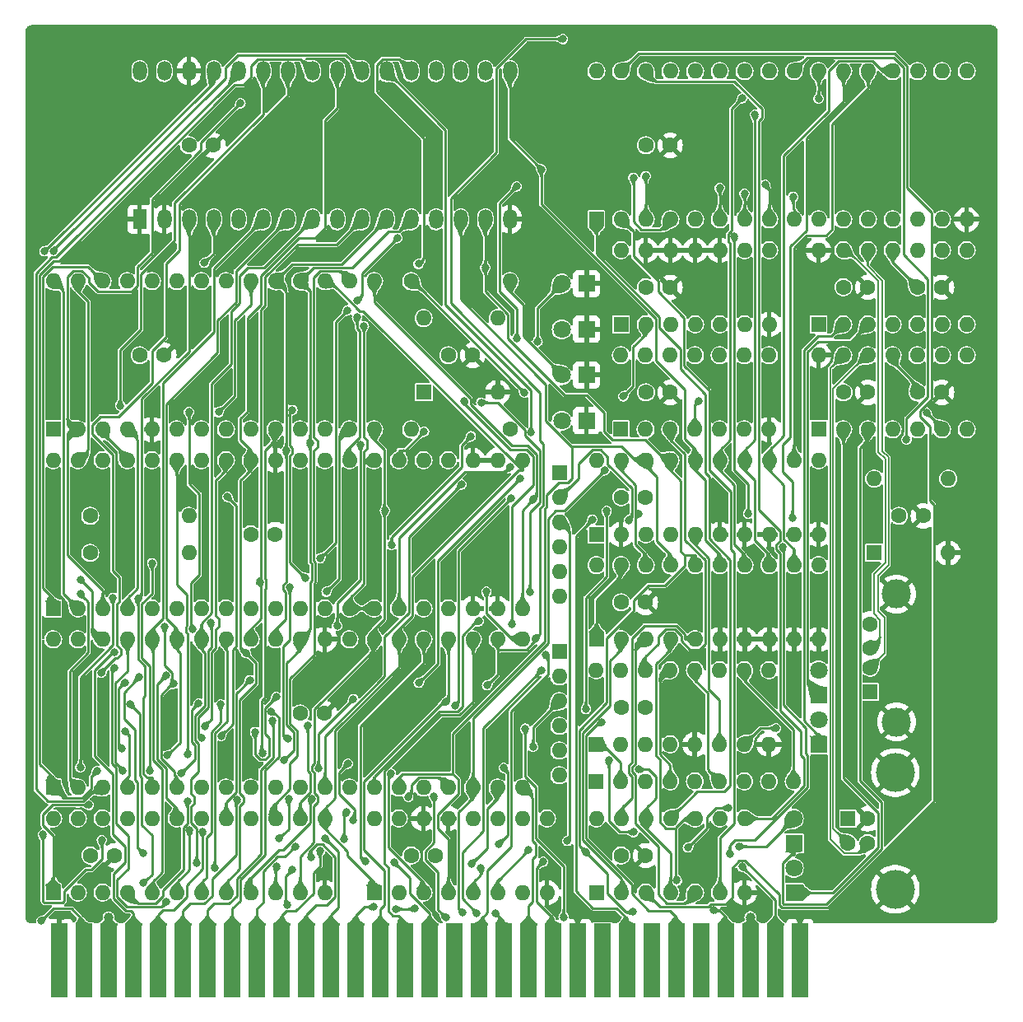
<source format=gbr>
G04 #@! TF.GenerationSoftware,KiCad,Pcbnew,7.0.7*
G04 #@! TF.CreationDate,2023-09-23T19:41:28-04:00*
G04 #@! TF.ProjectId,2 - CPU and core components (Rev 3),32202d20-4350-4552-9061-6e6420636f72,rev?*
G04 #@! TF.SameCoordinates,Original*
G04 #@! TF.FileFunction,Copper,L1,Top*
G04 #@! TF.FilePolarity,Positive*
%FSLAX46Y46*%
G04 Gerber Fmt 4.6, Leading zero omitted, Abs format (unit mm)*
G04 Created by KiCad (PCBNEW 7.0.7) date 2023-09-23 19:41:28*
%MOMM*%
%LPD*%
G01*
G04 APERTURE LIST*
G04 #@! TA.AperFunction,ComponentPad*
%ADD10R,1.600000X1.600000*%
G04 #@! TD*
G04 #@! TA.AperFunction,ComponentPad*
%ADD11O,1.600000X1.600000*%
G04 #@! TD*
G04 #@! TA.AperFunction,ComponentPad*
%ADD12C,1.600000*%
G04 #@! TD*
G04 #@! TA.AperFunction,ComponentPad*
%ADD13R,1.800000X1.800000*%
G04 #@! TD*
G04 #@! TA.AperFunction,ComponentPad*
%ADD14C,1.800000*%
G04 #@! TD*
G04 #@! TA.AperFunction,ComponentPad*
%ADD15R,1.440000X2.000000*%
G04 #@! TD*
G04 #@! TA.AperFunction,ComponentPad*
%ADD16O,1.440000X2.000000*%
G04 #@! TD*
G04 #@! TA.AperFunction,ConnectorPad*
%ADD17R,1.780000X7.620000*%
G04 #@! TD*
G04 #@! TA.AperFunction,ComponentPad*
%ADD18C,4.000000*%
G04 #@! TD*
G04 #@! TA.AperFunction,ComponentPad*
%ADD19C,3.000000*%
G04 #@! TD*
G04 #@! TA.AperFunction,ViaPad*
%ADD20C,1.000000*%
G04 #@! TD*
G04 #@! TA.AperFunction,ViaPad*
%ADD21C,0.800000*%
G04 #@! TD*
G04 #@! TA.AperFunction,Conductor*
%ADD22C,0.450000*%
G04 #@! TD*
G04 #@! TA.AperFunction,Conductor*
%ADD23C,0.225000*%
G04 #@! TD*
G04 #@! TA.AperFunction,Conductor*
%ADD24C,0.200000*%
G04 #@! TD*
G04 APERTURE END LIST*
D10*
X176843100Y-125032600D03*
D11*
X179383100Y-125032600D03*
X181923100Y-125032600D03*
X184463100Y-125032600D03*
X187003100Y-125032600D03*
X189543100Y-125032600D03*
X192083100Y-125032600D03*
X194623100Y-125032600D03*
X194623100Y-117412600D03*
X192083100Y-117412600D03*
X189543100Y-117412600D03*
X187003100Y-117412600D03*
X184463100Y-117412600D03*
X181923100Y-117412600D03*
X179383100Y-117412600D03*
X176843100Y-117412600D03*
D10*
X176858100Y-114227600D03*
D11*
X179398100Y-114227600D03*
X181938100Y-114227600D03*
X184478100Y-114227600D03*
X187018100Y-114227600D03*
X189558100Y-114227600D03*
X192098100Y-114227600D03*
X194638100Y-114227600D03*
X197178100Y-114227600D03*
X199718100Y-114227600D03*
X199718100Y-106607600D03*
X197178100Y-106607600D03*
X194638100Y-106607600D03*
X192098100Y-106607600D03*
X189558100Y-106607600D03*
X187018100Y-106607600D03*
X184478100Y-106607600D03*
X181938100Y-106607600D03*
X179398100Y-106607600D03*
X176858100Y-106607600D03*
D12*
X202273100Y-78042600D03*
X204773100Y-78042600D03*
D10*
X199713100Y-81852600D03*
D11*
X202253100Y-81852600D03*
X204793100Y-81852600D03*
X207333100Y-81852600D03*
X209873100Y-81852600D03*
X212413100Y-81852600D03*
X214953100Y-81852600D03*
X214953100Y-74232600D03*
X212413100Y-74232600D03*
X209873100Y-74232600D03*
X207333100Y-74232600D03*
X204793100Y-74232600D03*
X202253100Y-74232600D03*
X199713100Y-74232600D03*
D12*
X181953100Y-78042600D03*
X184453100Y-78042600D03*
D13*
X175842100Y-87059600D03*
D14*
X173302100Y-87059600D03*
D12*
X167963100Y-92647600D03*
D11*
X157803100Y-92647600D03*
D10*
X173043100Y-115507600D03*
D11*
X173043100Y-118047600D03*
X173043100Y-120587600D03*
X173043100Y-123127600D03*
X173043100Y-125667600D03*
X173043100Y-128207600D03*
D12*
X157803100Y-77407600D03*
D11*
X167963100Y-77407600D03*
D13*
X197173100Y-135212600D03*
D14*
X197173100Y-132672600D03*
D15*
X129863100Y-71057600D03*
D16*
X132403100Y-71057600D03*
X134943100Y-71057600D03*
X137483100Y-71057600D03*
X140023100Y-71057600D03*
X142563100Y-71057600D03*
X145103100Y-71057600D03*
X147643100Y-71057600D03*
X150183100Y-71057600D03*
X152723100Y-71057600D03*
X155263100Y-71057600D03*
X157803100Y-71057600D03*
X160343100Y-71057600D03*
X162883100Y-71057600D03*
X165423100Y-71057600D03*
X167963100Y-71057600D03*
X167963100Y-55817600D03*
X165423100Y-55817600D03*
X162883100Y-55817600D03*
X160343100Y-55817600D03*
X157803100Y-55817600D03*
X155263100Y-55817600D03*
X152723100Y-55817600D03*
X150183100Y-55817600D03*
X147643100Y-55817600D03*
X145103100Y-55817600D03*
X142563100Y-55817600D03*
X140023100Y-55817600D03*
X137483100Y-55817600D03*
X134943100Y-55817600D03*
X132403100Y-55817600D03*
X129863100Y-55817600D03*
D10*
X199713100Y-92647600D03*
D11*
X202253100Y-92647600D03*
X204793100Y-92647600D03*
X207333100Y-92647600D03*
X209873100Y-92647600D03*
X212413100Y-92647600D03*
X214953100Y-92647600D03*
X214953100Y-85027600D03*
X212413100Y-85027600D03*
X209873100Y-85027600D03*
X207333100Y-85027600D03*
X204793100Y-85027600D03*
X202253100Y-85027600D03*
X199713100Y-85027600D03*
D10*
X120973100Y-129477600D03*
D11*
X123513100Y-129477600D03*
X126053100Y-129477600D03*
X128593100Y-129477600D03*
X131133100Y-129477600D03*
X133673100Y-129477600D03*
X136213100Y-129477600D03*
X138753100Y-129477600D03*
X141293100Y-129477600D03*
X143833100Y-129477600D03*
X146373100Y-129477600D03*
X148913100Y-129477600D03*
X151453100Y-129477600D03*
X153993100Y-129477600D03*
X156533100Y-129477600D03*
X159073100Y-129477600D03*
X161613100Y-129477600D03*
X164153100Y-129477600D03*
X166693100Y-129477600D03*
X169233100Y-129477600D03*
X169233100Y-114237600D03*
X166693100Y-114237600D03*
X164153100Y-114237600D03*
X161613100Y-114237600D03*
X159073100Y-114237600D03*
X156533100Y-114237600D03*
X153993100Y-114237600D03*
X151453100Y-114237600D03*
X148913100Y-114237600D03*
X146373100Y-114237600D03*
X143833100Y-114237600D03*
X141293100Y-114237600D03*
X138753100Y-114237600D03*
X136213100Y-114237600D03*
X133673100Y-114237600D03*
X131133100Y-114237600D03*
X128593100Y-114237600D03*
X126053100Y-114237600D03*
X123513100Y-114237600D03*
X120973100Y-114237600D03*
D12*
X179413100Y-110427600D03*
X181913100Y-110427600D03*
X161633100Y-85027600D03*
X164133100Y-85027600D03*
D17*
X197808100Y-147257600D03*
X195268100Y-147257600D03*
X192728100Y-147257600D03*
X190188100Y-147257600D03*
X187648100Y-147257600D03*
X185108100Y-147257600D03*
X182568100Y-147257600D03*
X180028100Y-147257600D03*
X177488100Y-147257600D03*
X174948100Y-147257600D03*
X172408100Y-147257600D03*
X169868100Y-147257600D03*
X167328100Y-147257600D03*
X164788100Y-147257600D03*
X162248100Y-147257600D03*
X159708100Y-147257600D03*
X157168100Y-147257600D03*
X154628100Y-147257600D03*
X152088100Y-147257600D03*
X149548100Y-147257600D03*
X147008100Y-147257600D03*
X144468100Y-147257600D03*
X141928100Y-147257600D03*
X139388100Y-147257600D03*
X136848100Y-147257600D03*
X134308100Y-147257600D03*
X131768100Y-147257600D03*
X129228100Y-147257600D03*
X126688100Y-147257600D03*
X124148100Y-147257600D03*
X121608100Y-147257600D03*
D12*
X207988100Y-101537600D03*
X210488100Y-101537600D03*
D13*
X175837100Y-91758600D03*
D14*
X173297100Y-91758600D03*
D12*
X124783100Y-105347600D03*
D11*
X134943100Y-105347600D03*
D10*
X176843100Y-128842600D03*
D11*
X179383100Y-128842600D03*
X181923100Y-128842600D03*
X184463100Y-128842600D03*
X187003100Y-128842600D03*
X189543100Y-128842600D03*
X192083100Y-128842600D03*
X194623100Y-128842600D03*
X197163100Y-128842600D03*
D13*
X197173100Y-140272600D03*
D14*
X197173100Y-137732600D03*
D12*
X124803100Y-136462600D03*
X127303100Y-136462600D03*
D10*
X120973100Y-140272600D03*
D11*
X123513100Y-140272600D03*
X126053100Y-140272600D03*
X128593100Y-140272600D03*
X131133100Y-140272600D03*
X133673100Y-140272600D03*
X136213100Y-140272600D03*
X138753100Y-140272600D03*
X141293100Y-140272600D03*
X143833100Y-140272600D03*
X146373100Y-140272600D03*
X148913100Y-140272600D03*
X148913100Y-132652600D03*
X146373100Y-132652600D03*
X143833100Y-132652600D03*
X141293100Y-132652600D03*
X138753100Y-132652600D03*
X136213100Y-132652600D03*
X133673100Y-132652600D03*
X131133100Y-132652600D03*
X128593100Y-132652600D03*
X126053100Y-132652600D03*
X123513100Y-132652600D03*
X120973100Y-132652600D03*
D10*
X179388100Y-92647600D03*
D11*
X181928100Y-92647600D03*
X184468100Y-92647600D03*
X187008100Y-92647600D03*
X189548100Y-92647600D03*
X192088100Y-92647600D03*
X194628100Y-92647600D03*
X194628100Y-85027600D03*
X192088100Y-85027600D03*
X189548100Y-85027600D03*
X187008100Y-85027600D03*
X184468100Y-85027600D03*
X181928100Y-85027600D03*
X179388100Y-85027600D03*
D12*
X129883100Y-85027600D03*
X132383100Y-85027600D03*
X124783100Y-101537600D03*
D11*
X134943100Y-101537600D03*
D12*
X181953100Y-88837600D03*
X184453100Y-88837600D03*
D13*
X199713100Y-125037600D03*
D14*
X199713100Y-122497600D03*
D12*
X209893100Y-78042600D03*
X212393100Y-78042600D03*
X134943100Y-63437600D03*
X137443100Y-63437600D03*
D10*
X179393100Y-81852600D03*
D11*
X181933100Y-81852600D03*
X184473100Y-81852600D03*
X187013100Y-81852600D03*
X189553100Y-81852600D03*
X192093100Y-81852600D03*
X194633100Y-81852600D03*
X194633100Y-74232600D03*
X192093100Y-74232600D03*
X189553100Y-74232600D03*
X187013100Y-74232600D03*
X184473100Y-74232600D03*
X181933100Y-74232600D03*
X179393100Y-74232600D03*
D13*
X199713100Y-119957600D03*
D14*
X199713100Y-117417600D03*
D10*
X176853100Y-71057600D03*
D11*
X179393100Y-71057600D03*
X181933100Y-71057600D03*
X184473100Y-71057600D03*
X187013100Y-71057600D03*
X189553100Y-71057600D03*
X192093100Y-71057600D03*
X194633100Y-71057600D03*
X197173100Y-71057600D03*
X199713100Y-71057600D03*
X202253100Y-71057600D03*
X204793100Y-71057600D03*
X207333100Y-71057600D03*
X209873100Y-71057600D03*
X212413100Y-71057600D03*
X214953100Y-71057600D03*
X214953100Y-55817600D03*
X212413100Y-55817600D03*
X209873100Y-55817600D03*
X207333100Y-55817600D03*
X204793100Y-55817600D03*
X202253100Y-55817600D03*
X199713100Y-55817600D03*
X197173100Y-55817600D03*
X194633100Y-55817600D03*
X192093100Y-55817600D03*
X189553100Y-55817600D03*
X187013100Y-55817600D03*
X184473100Y-55817600D03*
X181933100Y-55817600D03*
X179393100Y-55817600D03*
X176853100Y-55817600D03*
D12*
X202273100Y-88837600D03*
X204773100Y-88837600D03*
X181953100Y-63437600D03*
X184453100Y-63437600D03*
D13*
X175842100Y-77661600D03*
D14*
X173302100Y-77661600D03*
D12*
X179413100Y-121222600D03*
X181913100Y-121222600D03*
X179413100Y-136462600D03*
X181913100Y-136462600D03*
D10*
X202755400Y-132672600D03*
D12*
X202755400Y-135172600D03*
X204755400Y-135172600D03*
X204755400Y-132672600D03*
D18*
X207615400Y-127922600D03*
X207615400Y-139922600D03*
D10*
X173043100Y-97092600D03*
D11*
X173043100Y-99632600D03*
X173043100Y-102172600D03*
X173043100Y-104712600D03*
X173043100Y-107252600D03*
X173043100Y-109792600D03*
D10*
X159083100Y-88827600D03*
D11*
X166703100Y-88827600D03*
X166703100Y-81207600D03*
X159083100Y-81207600D03*
D10*
X153993100Y-140272600D03*
D11*
X156533100Y-140272600D03*
X159073100Y-140272600D03*
X161613100Y-140272600D03*
X164153100Y-140272600D03*
X166693100Y-140272600D03*
X169233100Y-140272600D03*
X171773100Y-140272600D03*
X171773100Y-132652600D03*
X169233100Y-132652600D03*
X166693100Y-132652600D03*
X164153100Y-132652600D03*
X161613100Y-132652600D03*
X159073100Y-132652600D03*
X156533100Y-132652600D03*
X153993100Y-132652600D03*
D12*
X157823100Y-136462600D03*
X160323100Y-136462600D03*
D10*
X205026100Y-119642600D03*
D12*
X205026100Y-117142600D03*
X205026100Y-115142600D03*
X205026100Y-112642600D03*
D19*
X207736100Y-122712600D03*
X207736100Y-109572600D03*
D13*
X175842100Y-82360600D03*
D14*
X173302100Y-82360600D03*
D12*
X209893100Y-88837600D03*
X212393100Y-88837600D03*
D10*
X205438100Y-105337600D03*
D11*
X213058100Y-105337600D03*
X213058100Y-97717600D03*
X205438100Y-97717600D03*
D10*
X120973100Y-92647600D03*
D11*
X123513100Y-92647600D03*
X126053100Y-92647600D03*
X128593100Y-92647600D03*
X131133100Y-92647600D03*
X133673100Y-92647600D03*
X136213100Y-92647600D03*
X138753100Y-92647600D03*
X141293100Y-92647600D03*
X143833100Y-92647600D03*
X146373100Y-92647600D03*
X148913100Y-92647600D03*
X151453100Y-92647600D03*
X153993100Y-92647600D03*
X153993100Y-77407600D03*
X151453100Y-77407600D03*
X148913100Y-77407600D03*
X146373100Y-77407600D03*
X143833100Y-77407600D03*
X141293100Y-77407600D03*
X138753100Y-77407600D03*
X136213100Y-77407600D03*
X133673100Y-77407600D03*
X131133100Y-77407600D03*
X128593100Y-77407600D03*
X126053100Y-77407600D03*
X123513100Y-77407600D03*
X120973100Y-77407600D03*
D12*
X141313100Y-103442600D03*
X143813100Y-103442600D03*
D10*
X120973100Y-111062600D03*
D11*
X123513100Y-111062600D03*
X126053100Y-111062600D03*
X128593100Y-111062600D03*
X131133100Y-111062600D03*
X133673100Y-111062600D03*
X136213100Y-111062600D03*
X138753100Y-111062600D03*
X141293100Y-111062600D03*
X143833100Y-111062600D03*
X146373100Y-111062600D03*
X148913100Y-111062600D03*
X151453100Y-111062600D03*
X153993100Y-111062600D03*
X156533100Y-111062600D03*
X159073100Y-111062600D03*
X161613100Y-111062600D03*
X164153100Y-111062600D03*
X166693100Y-111062600D03*
X169233100Y-111062600D03*
X169233100Y-95822600D03*
X166693100Y-95822600D03*
X164153100Y-95822600D03*
X161613100Y-95822600D03*
X159073100Y-95822600D03*
X156533100Y-95822600D03*
X153993100Y-95822600D03*
X151453100Y-95822600D03*
X148913100Y-95822600D03*
X146373100Y-95822600D03*
X143833100Y-95822600D03*
X141293100Y-95822600D03*
X138753100Y-95822600D03*
X136213100Y-95822600D03*
X133673100Y-95822600D03*
X131133100Y-95822600D03*
X128593100Y-95822600D03*
X126053100Y-95822600D03*
X123513100Y-95822600D03*
X120973100Y-95822600D03*
D10*
X176853100Y-103442600D03*
D11*
X179393100Y-103442600D03*
X181933100Y-103442600D03*
X184473100Y-103442600D03*
X187013100Y-103442600D03*
X189553100Y-103442600D03*
X192093100Y-103442600D03*
X194633100Y-103442600D03*
X197173100Y-103442600D03*
X199713100Y-103442600D03*
X199713100Y-95822600D03*
X197173100Y-95822600D03*
X194633100Y-95822600D03*
X192093100Y-95822600D03*
X189553100Y-95822600D03*
X187013100Y-95822600D03*
X184473100Y-95822600D03*
X181933100Y-95822600D03*
X179393100Y-95822600D03*
X176853100Y-95822600D03*
D12*
X146393100Y-121857600D03*
X148893100Y-121857600D03*
X179413100Y-99632600D03*
X181913100Y-99632600D03*
D10*
X176853100Y-140272600D03*
D11*
X179393100Y-140272600D03*
X181933100Y-140272600D03*
X184473100Y-140272600D03*
X187013100Y-140272600D03*
X189553100Y-140272600D03*
X192093100Y-140272600D03*
X192093100Y-132652600D03*
X189553100Y-132652600D03*
X187013100Y-132652600D03*
X184473100Y-132652600D03*
X181933100Y-132652600D03*
X179393100Y-132652600D03*
X176853100Y-132652600D03*
D20*
X126688000Y-142821000D03*
X192705594Y-142798594D03*
D21*
X134747000Y-99568000D03*
X197612000Y-66802000D03*
X150183053Y-68517553D03*
X143510000Y-89789000D03*
X135636000Y-119507000D03*
X187325000Y-135636000D03*
X192405000Y-66421000D03*
X157734000Y-112903000D03*
X151707053Y-57849553D03*
X151384000Y-90805000D03*
X130302000Y-86868000D03*
X139319000Y-90805000D03*
X176022000Y-99949000D03*
X124460000Y-123190000D03*
X128524000Y-81534000D03*
X202126053Y-137478553D03*
X155829000Y-107823000D03*
X138557000Y-88519000D03*
X140716000Y-69215000D03*
X143637000Y-118110000D03*
X157734000Y-59944000D03*
X138176000Y-69215000D03*
X133223000Y-134620000D03*
X140970000Y-117221000D03*
X153993053Y-108268553D03*
X199771000Y-66675000D03*
X205359000Y-103124000D03*
X173228000Y-131445000D03*
X120846053Y-101156553D03*
X131572000Y-100838000D03*
X126238000Y-99441000D03*
X171011053Y-56325553D03*
X128212053Y-99251553D03*
D20*
X197808000Y-142821000D03*
D21*
X126238000Y-123190000D03*
X133096000Y-122428000D03*
X192405000Y-108204000D03*
X145669000Y-69215000D03*
X133604000Y-90805000D03*
X158565053Y-104712553D03*
X166116000Y-127381000D03*
X159200053Y-126556553D03*
X125926053Y-82995553D03*
D20*
X121770500Y-142660428D03*
D21*
X161105053Y-123381553D03*
X151580053Y-106236553D03*
X161671000Y-108458000D03*
X146119053Y-80201553D03*
X141605000Y-88519000D03*
X180975000Y-112395000D03*
X148844000Y-90805000D03*
X165735000Y-103505000D03*
X149040053Y-98743553D03*
X143764000Y-58039000D03*
X192151000Y-90043000D03*
X182822053Y-90996553D03*
X162941000Y-126746000D03*
X124333000Y-134366000D03*
X136398000Y-90805000D03*
X138049000Y-116459000D03*
X164534053Y-107252553D03*
X156718000Y-80772000D03*
X176530000Y-119634000D03*
X153416000Y-126619000D03*
X141351000Y-101219000D03*
X138557000Y-125857000D03*
X192024000Y-79375000D03*
X140843000Y-127889000D03*
X189611000Y-109474000D03*
X136271000Y-98044000D03*
D20*
X174948000Y-142821000D03*
D21*
X199517000Y-110109000D03*
X143256000Y-69215000D03*
X199136000Y-137287000D03*
X194691000Y-108204000D03*
X199136000Y-131572000D03*
X155009053Y-122365553D03*
X136271000Y-80899000D03*
X123571000Y-98044000D03*
X146246053Y-100775553D03*
X169291000Y-121793000D03*
X172339000Y-129794000D03*
X120846053Y-87821553D03*
X178377053Y-53531553D03*
X198501000Y-57023000D03*
X147262053Y-118555553D03*
X189299053Y-89091553D03*
X123513053Y-87821553D03*
X151302000Y-127001500D03*
X157519100Y-130415300D03*
X151835921Y-132791742D03*
X139920400Y-130726600D03*
X161392500Y-120676900D03*
X170354700Y-125286553D03*
X156063100Y-137168200D03*
X153094100Y-137022200D03*
X191844200Y-137593300D03*
X140786200Y-115604800D03*
X171207700Y-117390500D03*
X166439053Y-142362500D03*
X165550053Y-109311400D03*
X164554800Y-142399800D03*
X151862708Y-120362208D03*
X132583300Y-117968000D03*
X158585800Y-118696400D03*
X148269700Y-127462300D03*
X169052500Y-97650300D03*
X208768300Y-93690500D03*
X143984961Y-137584714D03*
X164022000Y-137282400D03*
X190569053Y-136334280D03*
X197030447Y-101737105D03*
X196028900Y-104749400D03*
X171392053Y-137091684D03*
X130920700Y-127748500D03*
X131160200Y-106398100D03*
X170128200Y-92991400D03*
X189553053Y-67827500D03*
X151262555Y-80392055D03*
X134991500Y-133878700D03*
X148418200Y-105912100D03*
X128128700Y-127722400D03*
X156406053Y-72962553D03*
X152285893Y-79368709D03*
X135301700Y-113209000D03*
X168684300Y-83296000D03*
X168656004Y-67656300D03*
X134943053Y-90869553D03*
X197110900Y-68712600D03*
X137566700Y-137735800D03*
X135739500Y-137249800D03*
X194252053Y-67501553D03*
X192093053Y-68400500D03*
X134809800Y-130874553D03*
X132703400Y-126178400D03*
X142541700Y-125933300D03*
X147574300Y-130660800D03*
X177918792Y-101029553D03*
X155103000Y-100987600D03*
X177396700Y-122787200D03*
X175777800Y-121415200D03*
X161359053Y-142812553D03*
X160169700Y-130401400D03*
X149086550Y-109331050D03*
X134845600Y-126018600D03*
X145310100Y-108875000D03*
X129725200Y-110043000D03*
X181199200Y-127602200D03*
X145113200Y-124452800D03*
X141219400Y-118410200D03*
X155739900Y-128024200D03*
X192477800Y-101327000D03*
X191074100Y-72830100D03*
X181174900Y-101327000D03*
X164749200Y-112356600D03*
X180594000Y-142240000D03*
X162973400Y-98290100D03*
X169885786Y-135860678D03*
X165423100Y-76016900D03*
X175773700Y-136100600D03*
X171196000Y-65913000D03*
X164980700Y-137731200D03*
X185147800Y-139020600D03*
X125488159Y-127769665D03*
X145608344Y-137909972D03*
X145095358Y-141534858D03*
X119933300Y-134297800D03*
X121035358Y-74281858D03*
X125975000Y-134867000D03*
X199713100Y-58633200D03*
X136523300Y-75519400D03*
X123767053Y-109568053D03*
X180663100Y-66769800D03*
X128913797Y-120903103D03*
X130247700Y-139277400D03*
X125951200Y-117659900D03*
X123767053Y-108065053D03*
X127874600Y-90202100D03*
X127275100Y-117157600D03*
X132596708Y-141206508D03*
X128403000Y-123646300D03*
X120068663Y-74344163D03*
X181933100Y-66590000D03*
X132445500Y-112907600D03*
X148977700Y-134720600D03*
X144214053Y-134720610D03*
X170391700Y-99822200D03*
X145213000Y-130630600D03*
X133395700Y-118780400D03*
X191855600Y-58583600D03*
X140258000Y-59091300D03*
X193179100Y-60280300D03*
X123767053Y-127395553D03*
X127113300Y-109950400D03*
X142227400Y-108325900D03*
X124646600Y-131255800D03*
X136561200Y-123148800D03*
X129803000Y-118129800D03*
X144943900Y-94841200D03*
X130244055Y-136208551D03*
X147400975Y-94032628D03*
X144700600Y-126688900D03*
X134154200Y-128002900D03*
X135925700Y-120812200D03*
X158565053Y-75629553D03*
X163259300Y-89716800D03*
X168184300Y-112713547D03*
X143919300Y-120164800D03*
X170658900Y-114123400D03*
X138204200Y-120931100D03*
X141748100Y-123761300D03*
X171625700Y-115830100D03*
X173424053Y-52515553D03*
X165613200Y-118960600D03*
X170817100Y-83638600D03*
X136379300Y-134035800D03*
X166853300Y-135241400D03*
X167328053Y-127445551D03*
X188914000Y-142098300D03*
X178123053Y-126683553D03*
X180663053Y-134049553D03*
X143384100Y-121646800D03*
X151140500Y-132017553D03*
X150909100Y-134762200D03*
X145932300Y-135499000D03*
X148429514Y-135954906D03*
X186265600Y-135636500D03*
X190414200Y-131563800D03*
X147516053Y-136606400D03*
X136220800Y-124375700D03*
X128051800Y-125451300D03*
X152595800Y-94245300D03*
X119740396Y-143193553D03*
X128344600Y-118656300D03*
X137214000Y-112510680D03*
X150183053Y-112840553D03*
X179628500Y-89249400D03*
X143539000Y-122574200D03*
X138246000Y-124150500D03*
X169995053Y-109411553D03*
X127307300Y-115514200D03*
X165021200Y-89889800D03*
X138913600Y-99567200D03*
X147145300Y-123051200D03*
X159144500Y-92862500D03*
X152228446Y-81118064D03*
X137991100Y-90869600D03*
X155785900Y-104546000D03*
X163947500Y-93352500D03*
X210825900Y-90922900D03*
X167969900Y-96524600D03*
X191552287Y-135505100D03*
X173877602Y-134952949D03*
X173484300Y-142803900D03*
X162319900Y-121029200D03*
X168129500Y-99692500D03*
X169537500Y-123411200D03*
X145600000Y-90652800D03*
X146917000Y-107911500D03*
X176449100Y-101907500D03*
X152953300Y-82006500D03*
X177727800Y-96835400D03*
X156195800Y-141970000D03*
X153947100Y-141751200D03*
X163055600Y-142326300D03*
X158184053Y-141923553D03*
X169467100Y-88880800D03*
X187394053Y-89726553D03*
X195318053Y-123381553D03*
X180220800Y-101966800D03*
D22*
X126688000Y-147258000D02*
X126688000Y-145039500D01*
X192728000Y-147258000D02*
X192728000Y-145039500D01*
X192728100Y-145039600D02*
X192728100Y-147257600D01*
X126688100Y-145039600D02*
X126688100Y-147257600D01*
X192728000Y-145039500D02*
X192728000Y-142821000D01*
X192728000Y-142821000D02*
X192705594Y-142798594D01*
X126688000Y-145039500D02*
X126688000Y-142821000D01*
X192728000Y-145039500D02*
X192728100Y-145039600D01*
X126688000Y-145039500D02*
X126688100Y-145039600D01*
X174948000Y-145039500D02*
X174948000Y-142821000D01*
X121608000Y-145039500D02*
X121608000Y-142821000D01*
X121608100Y-145039600D02*
X121608100Y-147257600D01*
X197808100Y-145039600D02*
X197808100Y-147257600D01*
X174948100Y-145039600D02*
X174948100Y-147257600D01*
X121608000Y-145039500D02*
X121608100Y-145039600D01*
X121608000Y-142821000D02*
X121768572Y-142660428D01*
X174948000Y-145039500D02*
X174948100Y-145039600D01*
X197808000Y-145039500D02*
X197808000Y-142821000D01*
X121608000Y-147258000D02*
X121608000Y-145039500D01*
X174948000Y-147258000D02*
X174948000Y-145039500D01*
X197808000Y-147258000D02*
X197808000Y-145039500D01*
X121768572Y-142660428D02*
X121770500Y-142660428D01*
X197808000Y-145039500D02*
X197808100Y-145039600D01*
D23*
X167963100Y-77407600D02*
X167963100Y-78447400D01*
X169324100Y-83081600D02*
X169324100Y-79808400D01*
X169324100Y-79808400D02*
X167963100Y-78447400D01*
X173302100Y-87059600D02*
X169324100Y-83081600D01*
X157803053Y-130131347D02*
X157519100Y-130415300D01*
X135070053Y-141415553D02*
X136540222Y-141415553D01*
X157803053Y-129209047D02*
X157803053Y-130131347D01*
X151965553Y-132662110D02*
X151835921Y-132791742D01*
X136540222Y-141415553D02*
X137358500Y-140597275D01*
X151302000Y-127001500D02*
X150360200Y-127943300D01*
X150360200Y-130147310D02*
X151965553Y-131752663D01*
X158574300Y-128437800D02*
X157803053Y-129209047D01*
X137358500Y-138849000D02*
X139793000Y-136414500D01*
X160573300Y-128437800D02*
X158574300Y-128437800D01*
X134308100Y-147257600D02*
X134308100Y-142177506D01*
X139793000Y-130854000D02*
X139920400Y-130726600D01*
X150360200Y-127943300D02*
X150360200Y-130147310D01*
X139793000Y-136414500D02*
X139793000Y-130854000D01*
X134308100Y-142177506D02*
X135070053Y-141415553D01*
X151965553Y-131752663D02*
X151965553Y-132662110D01*
X137358500Y-140597275D02*
X137358500Y-138849000D01*
X161613100Y-129477600D02*
X160573300Y-128437800D01*
X154628100Y-141980400D02*
X154628100Y-147257600D01*
X152948600Y-128838400D02*
X152948600Y-135888500D01*
X161613100Y-120456300D02*
X161392500Y-120676900D01*
X161613100Y-114237600D02*
X161613100Y-120456300D01*
X161392500Y-120676900D02*
X161110100Y-120676900D01*
X155032600Y-141575900D02*
X154628100Y-141980400D01*
X161110100Y-120676900D02*
X152948600Y-128838400D01*
X155032600Y-137972500D02*
X155032600Y-141575900D01*
X152948600Y-135888500D02*
X155032600Y-137972500D01*
X185973200Y-104024600D02*
X185973200Y-95192500D01*
X170354700Y-123276000D02*
X170354700Y-125286553D01*
X183208100Y-113959400D02*
X183994000Y-113173500D01*
X188058000Y-114682700D02*
X188058000Y-106109400D01*
X183208100Y-114684800D02*
X183208100Y-113959400D01*
X183994000Y-113173500D02*
X184924200Y-113173500D01*
X185973200Y-95192500D02*
X184468100Y-93687400D01*
X188058000Y-106109400D02*
X185973200Y-104024600D01*
X184468100Y-92647600D02*
X184468100Y-93687400D01*
X185626000Y-114392500D02*
X186501000Y-115267500D01*
X186501000Y-115267500D02*
X187473200Y-115267500D01*
X173043100Y-120587600D02*
X170354700Y-123276000D01*
X184924200Y-113173500D02*
X185626000Y-113875300D01*
X187473200Y-115267500D02*
X188058000Y-114682700D01*
X181923100Y-115969800D02*
X183208100Y-114684800D01*
X185626000Y-113875300D02*
X185626000Y-114392500D01*
X181923100Y-117412600D02*
X181923100Y-115969800D01*
X152596200Y-123138000D02*
X152596200Y-136524300D01*
X159708100Y-147257600D02*
X159708100Y-142416210D01*
X159073100Y-114237600D02*
X159073100Y-116661100D01*
X152596200Y-136524300D02*
X153094100Y-137022200D01*
X159073100Y-116661100D02*
X152596200Y-123138000D01*
X157678500Y-138783600D02*
X156063100Y-137168200D01*
X157678500Y-140386610D02*
X157678500Y-138783600D01*
X159708100Y-142416210D02*
X157678500Y-140386610D01*
X148913100Y-131612800D02*
X150007800Y-130518100D01*
X156533100Y-114757500D02*
X156533100Y-117093700D01*
X151252000Y-136491700D02*
X153993100Y-139232800D01*
X157925200Y-111805700D02*
X156533100Y-113197800D01*
X195268100Y-147257600D02*
X195268100Y-141017200D01*
X152838094Y-80467394D02*
X152480894Y-80467394D01*
X152480894Y-80467394D02*
X149421100Y-77407600D01*
X153993100Y-140272600D02*
X153993100Y-139232800D01*
X150007800Y-123619000D02*
X156533100Y-117093700D01*
X169233100Y-95822600D02*
X169233100Y-96862400D01*
X151252000Y-136031300D02*
X151252000Y-136491700D01*
X148913100Y-133692400D02*
X151252000Y-136031300D01*
X156533100Y-114757500D02*
X156533100Y-114237600D01*
X156533100Y-114237600D02*
X156533100Y-113197800D01*
X169233100Y-96862400D02*
X152838094Y-80467394D01*
X148913100Y-132652600D02*
X148913100Y-131612800D01*
X168859400Y-96862400D02*
X157925200Y-107796600D01*
X157925200Y-107796600D02*
X157925200Y-111805700D01*
X195268100Y-141017200D02*
X191844200Y-137593300D01*
X150007800Y-130518100D02*
X150007800Y-123619000D01*
X149421100Y-77407600D02*
X148913100Y-77407600D01*
X169233100Y-96862400D02*
X168859400Y-96862400D01*
X148913100Y-132652600D02*
X148913100Y-133692400D01*
X207333100Y-74232600D02*
X207333100Y-75482600D01*
X207333100Y-75482600D02*
X209893100Y-78042600D01*
X140240700Y-93730400D02*
X141293100Y-94782800D01*
X141859200Y-118791500D02*
X141859200Y-116677800D01*
X165244000Y-123354200D02*
X171207700Y-117390500D01*
X163055600Y-136157400D02*
X165244000Y-133969000D01*
X165550053Y-109311400D02*
X165550053Y-111594353D01*
X138753100Y-140272600D02*
X138753100Y-139232800D01*
X167328100Y-147257600D02*
X167328100Y-143251547D01*
X140253200Y-115071800D02*
X140786200Y-115604800D01*
X140166600Y-131385200D02*
X140560200Y-130991600D01*
X165244000Y-133969000D02*
X165244000Y-123354200D01*
X140166600Y-120484100D02*
X141859200Y-118791500D01*
X141293100Y-96342500D02*
X141293100Y-96862400D01*
X165550053Y-111594353D02*
X168193300Y-114237600D01*
X150183100Y-55817600D02*
X150183100Y-59627506D01*
X142333000Y-76905000D02*
X142333000Y-79796606D01*
X140253200Y-97902300D02*
X140253200Y-115071800D01*
X140560200Y-130991600D02*
X140560200Y-130461700D01*
X140952800Y-81176806D02*
X140952800Y-90825800D01*
X141859200Y-116677800D02*
X140786200Y-115604800D01*
X141293100Y-96862400D02*
X140253200Y-97902300D01*
X147897053Y-72962553D02*
X146275447Y-72962553D01*
X168193300Y-114237600D02*
X169233100Y-114237600D01*
X164554800Y-142399800D02*
X163055600Y-140900600D01*
X167328100Y-143251547D02*
X166439053Y-142362500D01*
X148913053Y-60897553D02*
X148913053Y-71946553D01*
X148913053Y-71946553D02*
X147897053Y-72962553D01*
X142333000Y-79796606D02*
X140952800Y-81176806D01*
X141293100Y-96342500D02*
X141293100Y-95822600D01*
X141293100Y-94782800D02*
X141293100Y-95822600D01*
X140952800Y-90825800D02*
X140240700Y-91537900D01*
X140240700Y-91537900D02*
X140240700Y-93730400D01*
X150183100Y-59627506D02*
X148913053Y-60897553D01*
X138753100Y-139232800D02*
X140166600Y-137819300D01*
X140560200Y-130461700D02*
X140166600Y-130068100D01*
X140166600Y-137819300D02*
X140166600Y-131385200D01*
X140166600Y-130068100D02*
X140166600Y-120484100D01*
X146275447Y-72962553D02*
X142333000Y-76905000D01*
X163055600Y-140900600D02*
X163055600Y-136157400D01*
X133673100Y-131612800D02*
X132603300Y-130543000D01*
X132603300Y-127481100D02*
X131711300Y-126589100D01*
X131711300Y-126589100D02*
X131711300Y-118840000D01*
X151862708Y-120362208D02*
X151862001Y-120362208D01*
X198601206Y-54389400D02*
X207439500Y-54389400D01*
X160557500Y-116724700D02*
X158585800Y-118696400D01*
X133673100Y-132652600D02*
X133673100Y-131612800D01*
X208481600Y-55431500D02*
X208481600Y-74701200D01*
X131711300Y-118840000D02*
X132583300Y-117968000D01*
X160557500Y-106145300D02*
X160557500Y-116724700D01*
X151862001Y-120362208D02*
X148269700Y-123954509D01*
X197173100Y-55817600D02*
X197173100Y-55817506D01*
X148269700Y-123954509D02*
X148269700Y-127462300D01*
X197173100Y-55817506D02*
X198601206Y-54389400D01*
X132603300Y-130543000D02*
X132603300Y-127481100D01*
X208481600Y-74701200D02*
X210965700Y-77185300D01*
X207439500Y-54389400D02*
X208481600Y-55431500D01*
X210965700Y-89307100D02*
X208768300Y-91504500D01*
X210965700Y-77185300D02*
X210965700Y-89307100D01*
X208768300Y-91504500D02*
X208768300Y-93690500D01*
X169052500Y-97650300D02*
X160557500Y-106145300D01*
X170702700Y-141238700D02*
X170702700Y-137781037D01*
X170702700Y-137781037D02*
X171392053Y-137091684D01*
X202253100Y-55817600D02*
X202253100Y-58917000D01*
X196028900Y-104749400D02*
X196108400Y-104828900D01*
X193181200Y-134865600D02*
X191077053Y-134865600D01*
X198609900Y-126180800D02*
X198609900Y-129436900D01*
X197030447Y-98020147D02*
X197030447Y-101737105D01*
X166693100Y-130517400D02*
X165596400Y-131614100D01*
X196108400Y-104828900D02*
X196108400Y-121005100D01*
X202253100Y-58917000D02*
X198443100Y-62727000D01*
X198443100Y-72200506D02*
X196820700Y-73822906D01*
X198430300Y-123327000D02*
X198430300Y-126001200D01*
X198430300Y-126001200D02*
X198609900Y-126180800D01*
X190569053Y-135373600D02*
X190569053Y-136334280D01*
X196820700Y-73822906D02*
X196820700Y-93444700D01*
X143833100Y-137736575D02*
X143833100Y-140272600D01*
X165596400Y-131614100D02*
X165596400Y-135708000D01*
X166693100Y-129477600D02*
X166693100Y-130517400D01*
X191077053Y-134865600D02*
X190569053Y-135373600D01*
X172408100Y-142944100D02*
X170702700Y-141238700D01*
X172408100Y-147257600D02*
X172408100Y-142944100D01*
X198443100Y-62727000D02*
X198443100Y-72200506D01*
X165596400Y-135708000D02*
X164022000Y-137282400D01*
X198609900Y-129436900D02*
X193181200Y-134865600D01*
X196030053Y-94235347D02*
X196030053Y-97019753D01*
X143984961Y-137584714D02*
X143833100Y-137736575D01*
X196030053Y-97019753D02*
X197030447Y-98020147D01*
X196108400Y-121005100D02*
X198430300Y-123327000D01*
X196820700Y-93444700D02*
X196030053Y-94235347D01*
X130920700Y-116969500D02*
X130084800Y-116133600D01*
X161302900Y-79811900D02*
X161302900Y-61857400D01*
X131160200Y-109512800D02*
X131160200Y-106398100D01*
X170128200Y-88637200D02*
X161302900Y-79811900D01*
X130084800Y-110588200D02*
X131160200Y-109512800D01*
X130084800Y-116133600D02*
X130084800Y-110588200D01*
X161302900Y-61857400D02*
X155263100Y-55817600D01*
X130920700Y-127748500D02*
X130920700Y-116969500D01*
X170128200Y-92991400D02*
X170128200Y-88637200D01*
X131133100Y-139232800D02*
X131133100Y-140272600D01*
X131295400Y-126671400D02*
X132181100Y-127557100D01*
X131295400Y-114399900D02*
X131295400Y-126671400D01*
X132181100Y-138184800D02*
X131133100Y-139232800D01*
X142563100Y-71057600D02*
X137483100Y-76137600D01*
X137483100Y-76137600D02*
X137483100Y-82633000D01*
X137483100Y-82633000D02*
X132235500Y-87880600D01*
X131133100Y-114237600D02*
X131295400Y-114399900D01*
X131133100Y-113197800D02*
X131133100Y-114237600D01*
X189553053Y-67827500D02*
X189553053Y-70017753D01*
X132235500Y-112095400D02*
X131133100Y-113197800D01*
X132235500Y-87880600D02*
X132235500Y-112095400D01*
X189553100Y-70017800D02*
X189553100Y-71057600D01*
X132181100Y-127557100D02*
X132181100Y-138184800D01*
X189553053Y-70017753D02*
X189553100Y-70017800D01*
X133673100Y-140272600D02*
X133673100Y-139232800D01*
X127379500Y-118675700D02*
X128593100Y-117462100D01*
X128128700Y-127630900D02*
X127379500Y-126881700D01*
X128128700Y-127722400D02*
X128128700Y-127630900D01*
X150049800Y-81604810D02*
X151262555Y-80392055D01*
X127379500Y-126881700D02*
X127379500Y-118675700D01*
X128593100Y-114237600D02*
X128593100Y-117462100D01*
X134991500Y-137914400D02*
X133673100Y-139232800D01*
X152723053Y-76645553D02*
X156406053Y-72962553D01*
X152285893Y-79368709D02*
X152723053Y-78931549D01*
X134991500Y-133878700D02*
X134991500Y-137914400D01*
X150049800Y-104280500D02*
X150049800Y-81604810D01*
X148418200Y-105912100D02*
X150049800Y-104280500D01*
X152723053Y-78931549D02*
X152723053Y-76645553D01*
X166878000Y-78460800D02*
X166878000Y-69434304D01*
X138844000Y-122647900D02*
X138844000Y-115368300D01*
X197110900Y-69955600D02*
X197110900Y-68712600D01*
X138844000Y-115368300D02*
X138753100Y-115277400D01*
X168684300Y-80267100D02*
X166878000Y-78460800D01*
X135301700Y-113209000D02*
X135173200Y-113080500D01*
X135173200Y-113080500D02*
X135173200Y-108451900D01*
X134943053Y-98232353D02*
X134943053Y-90869553D01*
X138753100Y-114237600D02*
X138753100Y-115277400D01*
X135173200Y-108451900D02*
X136006200Y-107618900D01*
X136006200Y-107618900D02*
X136006200Y-99295500D01*
X168684300Y-83296000D02*
X168684300Y-80267100D01*
X136006200Y-99295500D02*
X134943053Y-98232353D01*
X166878000Y-69434304D02*
X168656004Y-67656300D01*
X137566700Y-137735800D02*
X137606200Y-137696300D01*
X137606200Y-137696300D02*
X137606200Y-123885700D01*
X197173100Y-70017800D02*
X197110900Y-69955600D01*
X137606200Y-123885700D02*
X138844000Y-122647900D01*
X197173100Y-71057600D02*
X197173100Y-70017800D01*
X135921400Y-127813300D02*
X135921400Y-124981000D01*
X135449300Y-130364800D02*
X135173200Y-130088700D01*
X142655800Y-76044900D02*
X141004706Y-76044900D01*
X135569100Y-122073600D02*
X136565500Y-121077200D01*
X139320900Y-85925900D02*
X137292700Y-87954100D01*
X194633100Y-71057600D02*
X194633100Y-67882600D01*
X135921400Y-124981000D02*
X135569100Y-124628700D01*
X135569100Y-124628700D02*
X135569100Y-122073600D01*
X139320900Y-80534653D02*
X139320900Y-85925900D01*
X135162200Y-133108100D02*
X135162200Y-131426543D01*
X141004706Y-76044900D02*
X140169600Y-76880006D01*
X136565500Y-115629800D02*
X136213100Y-115277400D01*
X137292700Y-87954100D02*
X137292700Y-111525200D01*
X136213100Y-112604800D02*
X136213100Y-114237600D01*
X140169600Y-76880006D02*
X140169600Y-79685953D01*
X135739500Y-133685400D02*
X135162200Y-133108100D01*
X135173200Y-130088700D02*
X135173200Y-128561500D01*
X136213100Y-115277400D02*
X136213100Y-114237600D01*
X135173200Y-128561500D02*
X135921400Y-127813300D01*
X147643100Y-71057600D02*
X142655800Y-76044900D01*
X135449300Y-131139443D02*
X135449300Y-130364800D01*
X135162200Y-131426543D02*
X135449300Y-131139443D01*
X136565500Y-121077200D02*
X136565500Y-115629800D01*
X140169600Y-79685953D02*
X139320900Y-80534653D01*
X135739500Y-137249800D02*
X135739500Y-133685400D01*
X137292700Y-111525200D02*
X136213100Y-112604800D01*
X194633100Y-67882600D02*
X194252053Y-67501553D01*
X131525626Y-141373200D02*
X132313800Y-140585026D01*
X134035500Y-124846300D02*
X134035500Y-115639800D01*
X132588000Y-90058900D02*
X132588000Y-112100900D01*
X129693700Y-141373200D02*
X131525626Y-141373200D01*
X132313800Y-139986800D02*
X134351700Y-137948900D01*
X139793000Y-76367700D02*
X139793000Y-79542606D01*
X134035500Y-115639800D02*
X133673100Y-115277400D01*
X133673100Y-114237600D02*
X133673100Y-115277400D01*
X192093100Y-70017800D02*
X192093100Y-71057600D01*
X132313800Y-140585026D02*
X132313800Y-139986800D01*
X134809800Y-133155700D02*
X134809800Y-130874553D01*
X128593100Y-140272600D02*
X129693700Y-141373200D01*
X132703400Y-126178400D02*
X134035500Y-124846300D01*
X192093053Y-70017753D02*
X192093100Y-70017800D01*
X192093053Y-68400500D02*
X192093053Y-70017753D01*
X137877400Y-84769500D02*
X132588000Y-90058900D01*
X137877400Y-81458206D02*
X137877400Y-84769500D01*
X139793000Y-79542606D02*
X137877400Y-81458206D01*
X134351700Y-133613800D02*
X134809800Y-133155700D01*
X132588000Y-112100900D02*
X133673100Y-113186000D01*
X133673100Y-113186000D02*
X133673100Y-114237600D01*
X134351700Y-137948900D02*
X134351700Y-133613800D01*
X145103100Y-71057600D02*
X139793000Y-76367700D01*
X147574300Y-130660800D02*
X147432700Y-130802400D01*
X142731600Y-109097000D02*
X142885300Y-108943300D01*
X142885300Y-108079000D02*
X142745700Y-107939400D01*
X169868100Y-141640700D02*
X170284800Y-141224000D01*
X142541700Y-125933300D02*
X142391900Y-125783500D01*
X170284800Y-130529300D02*
X169233100Y-129477600D01*
X142745700Y-94774800D02*
X143833100Y-93687400D01*
X169868100Y-147257600D02*
X169868100Y-141640700D01*
X147432700Y-130802400D02*
X147432700Y-133080700D01*
X170630053Y-136462553D02*
X170630053Y-135319553D01*
X143833100Y-92647600D02*
X143833100Y-93687400D01*
X142731600Y-120227700D02*
X142731600Y-109097000D01*
X170630053Y-135319553D02*
X170284800Y-134974300D01*
X170284800Y-136807806D02*
X170630053Y-136462553D01*
X147432700Y-133080700D02*
X144646400Y-135867000D01*
X142391900Y-120567400D02*
X142731600Y-120227700D01*
X170284800Y-141224000D02*
X170284800Y-136807806D01*
X141293100Y-138746600D02*
X141293100Y-140272600D01*
X142391900Y-125783500D02*
X142391900Y-120567400D01*
X144172700Y-135867000D02*
X141293100Y-138746600D01*
X142745700Y-107939400D02*
X142745700Y-94774800D01*
X142885300Y-108943300D02*
X142885300Y-108079000D01*
X170284800Y-134974300D02*
X170284800Y-130529300D01*
X144646400Y-135867000D02*
X144172700Y-135867000D01*
X185108100Y-142817100D02*
X184404000Y-142113000D01*
X175777800Y-109937800D02*
X177918792Y-107796808D01*
X185108100Y-147257600D02*
X185108100Y-142817100D01*
X153993100Y-115277400D02*
X147838700Y-121431800D01*
X155038600Y-100987600D02*
X155103000Y-100987600D01*
X175793200Y-124128800D02*
X177134800Y-122787200D01*
X175793200Y-134706200D02*
X175793200Y-124128800D01*
X147785100Y-135121500D02*
X146373100Y-136533500D01*
X155038600Y-100987600D02*
X155038600Y-94732900D01*
X147785100Y-131354800D02*
X147785100Y-135121500D01*
X184404000Y-142113000D02*
X182258600Y-142113000D01*
X153993100Y-113717700D02*
X153993100Y-114237600D01*
X180494700Y-140349100D02*
X180494700Y-139407700D01*
X175777800Y-121415200D02*
X175777800Y-109937800D01*
X148214100Y-130925800D02*
X147785100Y-131354800D01*
X153993100Y-114237600D02*
X153993100Y-115277400D01*
X147629900Y-127197400D02*
X147629900Y-127727200D01*
X177134800Y-122787200D02*
X177396700Y-122787200D01*
X146373100Y-140272600D02*
X146373100Y-136533500D01*
X180494700Y-139407700D02*
X175793200Y-134706200D01*
X147629900Y-127727200D02*
X147838700Y-127936000D01*
X153993100Y-113197800D02*
X155038600Y-112152300D01*
X182258600Y-142113000D02*
X180494700Y-140349100D01*
X147838700Y-121431800D02*
X147838700Y-126988600D01*
X153993100Y-92647600D02*
X153993100Y-93687400D01*
X155038600Y-112152300D02*
X155038600Y-100987600D01*
X147838700Y-130020500D02*
X148214100Y-130395900D01*
X155038600Y-94732900D02*
X153993100Y-93687400D01*
X148214100Y-130395900D02*
X148214100Y-130925800D01*
X147838700Y-126988600D02*
X147629900Y-127197400D01*
X177918792Y-107796808D02*
X177918792Y-101029553D01*
X153993100Y-113717700D02*
X153993100Y-113197800D01*
X147838700Y-127936000D02*
X147838700Y-130020500D01*
X160169700Y-130401400D02*
X160169700Y-135145600D01*
X159283300Y-136893100D02*
X160571000Y-138180800D01*
X159283300Y-136032000D02*
X159283300Y-136893100D01*
X160169700Y-135145600D02*
X159283300Y-136032000D01*
X160571000Y-142024500D02*
X161359053Y-142812553D01*
X160571000Y-138180800D02*
X160571000Y-142024500D01*
X151453100Y-92647600D02*
X150402200Y-93698500D01*
X150402200Y-93698500D02*
X150402200Y-108015400D01*
X150402200Y-108015400D02*
X149086550Y-109331050D01*
X134661900Y-113473900D02*
X134845600Y-113657600D01*
X134845600Y-113657600D02*
X134845600Y-126018600D01*
X134726300Y-109639800D02*
X134726300Y-112879700D01*
X134726300Y-112879700D02*
X134661900Y-112944100D01*
X133673100Y-108586600D02*
X134726300Y-109639800D01*
X134661900Y-112944100D02*
X134661900Y-113473900D01*
X133673100Y-95822600D02*
X133673100Y-108586600D01*
X145310100Y-108875000D02*
X145310100Y-114315600D01*
X130275400Y-120239900D02*
X130452800Y-120062500D01*
X130084800Y-109683400D02*
X130084800Y-89472700D01*
X145310100Y-114315600D02*
X144648700Y-114977000D01*
X131133100Y-129477600D02*
X131133100Y-128437800D01*
X184473100Y-136232400D02*
X184473100Y-140272600D01*
X181933100Y-131612800D02*
X183020400Y-130525500D01*
X134943100Y-84614400D02*
X134943100Y-71057600D01*
X181933100Y-133172500D02*
X181933100Y-133692400D01*
X130452800Y-120062500D02*
X130452800Y-116999800D01*
X183020400Y-128380300D02*
X182242300Y-127602200D01*
X181933100Y-133172500D02*
X181933100Y-132652600D01*
X130452800Y-116999800D02*
X129725200Y-116272200D01*
X130084800Y-89472700D02*
X134943100Y-84614400D01*
X130275400Y-128077600D02*
X130275400Y-120239900D01*
X129725200Y-110043000D02*
X130084800Y-109683400D01*
X129725200Y-116272200D02*
X129725200Y-110043000D01*
X144648700Y-123988300D02*
X145113200Y-124452800D01*
X131133100Y-128437800D02*
X130635600Y-128437800D01*
X183020400Y-130525500D02*
X183020400Y-128380300D01*
X181933100Y-133692400D02*
X184473100Y-136232400D01*
X144648700Y-114977000D02*
X144648700Y-123988300D01*
X181933100Y-132652600D02*
X181933100Y-131612800D01*
X182242300Y-127602200D02*
X181199200Y-127602200D01*
X130635600Y-128437800D02*
X130275400Y-128077600D01*
X147765300Y-106163900D02*
X147765300Y-94826696D01*
X147815300Y-108416200D02*
X147909100Y-108322400D01*
X148155553Y-93838353D02*
X147804300Y-93487100D01*
X145308000Y-126986300D02*
X146105300Y-126189000D01*
X147804300Y-93487100D02*
X147804300Y-77016200D01*
X147765300Y-94826696D02*
X148155553Y-94436443D01*
X145353300Y-122883200D02*
X145353300Y-118278700D01*
X147909100Y-108322400D02*
X147909100Y-106307700D01*
X143833100Y-132652600D02*
X143833100Y-131105800D01*
X143833100Y-131105800D02*
X145308000Y-129630900D01*
X145308000Y-129630900D02*
X145308000Y-126986300D01*
X146105300Y-123635200D02*
X145353300Y-122883200D01*
X148155553Y-94436443D02*
X148155553Y-93838353D01*
X148452700Y-76367800D02*
X150413300Y-76367800D01*
X147909100Y-106307700D02*
X147765300Y-106163900D01*
X145353300Y-118278700D02*
X147815300Y-115816700D01*
X150413300Y-76367800D02*
X151453100Y-77407600D01*
X147804300Y-77016200D02*
X148452700Y-76367800D01*
X147815300Y-115816700D02*
X147815300Y-108416200D01*
X146105300Y-126189000D02*
X146105300Y-123635200D01*
X181933100Y-140272600D02*
X183401100Y-141740600D01*
X211568000Y-100400100D02*
X211143100Y-99975200D01*
X211143100Y-99975200D02*
X211143100Y-92393600D01*
X211568000Y-130881600D02*
X211568000Y-100400100D01*
X188367000Y-141740600D02*
X188649100Y-141458500D01*
X181229100Y-53981600D02*
X179393100Y-55817600D01*
X190823100Y-140780506D02*
X190823100Y-137709700D01*
X190145106Y-141458500D02*
X190823100Y-140780506D01*
X208833600Y-55285300D02*
X207529900Y-53981600D01*
X200668300Y-141781300D02*
X211568000Y-130881600D01*
X207529900Y-53981600D02*
X181229100Y-53981600D01*
X211318000Y-70306400D02*
X208833600Y-67822000D01*
X210127053Y-91377553D02*
X210127053Y-90716747D01*
X208833600Y-67822000D02*
X208833600Y-55285300D01*
X210127053Y-90716747D02*
X211318000Y-89525800D01*
X192170600Y-136953500D02*
X195680800Y-140463700D01*
X195680800Y-141553800D02*
X195908300Y-141781300D01*
X191579300Y-136953500D02*
X192170600Y-136953500D01*
X211143100Y-92393600D02*
X210127053Y-91377553D01*
X188649100Y-141458500D02*
X190145106Y-141458500D01*
X195908300Y-141781300D02*
X200668300Y-141781300D01*
X211318000Y-89525800D02*
X211318000Y-70306400D01*
X183401100Y-141740600D02*
X188367000Y-141740600D01*
X190823100Y-137709700D02*
X191579300Y-136953500D01*
X195680800Y-140463700D02*
X195680800Y-141553800D01*
X176858100Y-110187400D02*
X179398100Y-107647400D01*
X141219400Y-118410200D02*
X139810000Y-119819600D01*
X139810000Y-129932300D02*
X138753100Y-130989200D01*
X139810000Y-119819600D02*
X139810000Y-129932300D01*
X138753100Y-132652600D02*
X138753100Y-130989200D01*
X179398100Y-106607600D02*
X179398100Y-107647400D01*
X176858100Y-114227600D02*
X176858100Y-110187400D01*
X190682200Y-99033400D02*
X188456800Y-96808000D01*
X180663053Y-74867553D02*
X180663053Y-72327553D01*
X191010500Y-105292800D02*
X190682200Y-104964500D01*
X188456800Y-88658900D02*
X185865400Y-86067500D01*
X191054000Y-131828800D02*
X191054000Y-131298800D01*
X185865400Y-86067500D02*
X185865400Y-81146800D01*
X190682200Y-104964500D02*
X190682200Y-99033400D01*
X183203200Y-77407700D02*
X180663053Y-74867553D01*
X189553100Y-134646800D02*
X191010500Y-133189400D01*
X191010500Y-131872300D02*
X191054000Y-131828800D01*
X191010500Y-131255300D02*
X191010500Y-105292800D01*
X189553100Y-140272600D02*
X189553100Y-134646800D01*
X191054000Y-131298800D02*
X191010500Y-131255300D01*
X188456800Y-96808000D02*
X188456800Y-88658900D01*
X185865400Y-81146800D02*
X183203200Y-78484600D01*
X191010500Y-133189400D02*
X191010500Y-131872300D01*
X183203200Y-78484600D02*
X183203200Y-77407700D01*
X180663053Y-72327553D02*
X179393100Y-71057600D01*
X194895900Y-132652600D02*
X192093100Y-132652600D01*
X181933100Y-55817600D02*
X182972900Y-56857400D01*
X198254200Y-129294300D02*
X194895900Y-132652600D01*
X195389100Y-104484500D02*
X195389100Y-105014300D01*
X193893200Y-60620200D02*
X193573800Y-60939600D01*
X193573800Y-100912800D02*
X195756000Y-103095000D01*
X191045800Y-56857400D02*
X193893200Y-59704800D01*
X197901900Y-126147300D02*
X198254200Y-126499600D01*
X195756000Y-105381200D02*
X195756000Y-121571900D01*
X195756000Y-103095000D02*
X195756000Y-104117600D01*
X195756000Y-104117600D02*
X195389100Y-104484500D01*
X193573800Y-60939600D02*
X193573800Y-100912800D01*
X193893200Y-59704800D02*
X193893200Y-60620200D01*
X198254200Y-126499600D02*
X198254200Y-129294300D01*
X197901900Y-123717800D02*
X197901900Y-126147300D01*
X195389100Y-105014300D02*
X195756000Y-105381200D01*
X195756000Y-121571900D02*
X197901900Y-123717800D01*
X182972900Y-56857400D02*
X191045800Y-56857400D01*
X183325400Y-82188000D02*
X185513000Y-84375600D01*
X183325400Y-81085900D02*
X183325400Y-82188000D01*
X176853100Y-74613600D02*
X183325400Y-81085900D01*
X176853100Y-71057600D02*
X176853100Y-74613600D01*
X185513000Y-86433110D02*
X188104500Y-89024610D01*
X188104500Y-89024610D02*
X188104500Y-97130200D01*
X188104500Y-97130200D02*
X188456800Y-97482500D01*
X185513000Y-84375600D02*
X185513000Y-86433110D01*
X190629200Y-106076800D02*
X190629200Y-129232000D01*
X188456800Y-97482500D02*
X188456800Y-103904400D01*
X189978700Y-129882500D02*
X187243200Y-129882500D01*
X190629200Y-129232000D02*
X189978700Y-129882500D01*
X187243200Y-129882500D02*
X184473100Y-132652600D01*
X188456800Y-103904400D02*
X190629200Y-106076800D01*
X178250300Y-116415200D02*
X179398100Y-115267400D01*
X178250300Y-121020900D02*
X178250300Y-116415200D01*
X179398100Y-114227600D02*
X179398100Y-115267400D01*
X175440900Y-123830300D02*
X178250300Y-121020900D01*
X179393100Y-140272600D02*
X179393100Y-138804300D01*
X175440900Y-134852100D02*
X175440900Y-123830300D01*
X179393100Y-138804300D02*
X175440900Y-134852100D01*
X160679800Y-121669000D02*
X162584900Y-121669000D01*
X179393100Y-96862400D02*
X180863700Y-98333000D01*
X153993100Y-128355700D02*
X160679800Y-121669000D01*
X159073100Y-139232800D02*
X155493200Y-135652900D01*
X179393100Y-95822600D02*
X179393100Y-96862400D01*
X159073100Y-140272600D02*
X159073100Y-139232800D01*
X180863800Y-98333000D02*
X180863800Y-101327000D01*
X180863700Y-98333000D02*
X180863800Y-98333000D01*
X153993100Y-128437800D02*
X153993100Y-128355700D01*
X153993100Y-129477600D02*
X153993100Y-128437800D01*
X163087200Y-121166700D02*
X163087200Y-113832900D01*
X163087200Y-113832900D02*
X164563500Y-112356600D01*
X181938100Y-106607600D02*
X181938100Y-105567800D01*
X162584900Y-121669000D02*
X163087200Y-121166700D01*
X155493200Y-128270900D02*
X155739900Y-128024200D01*
X181174900Y-101327000D02*
X180863800Y-101327000D01*
X191048300Y-96813900D02*
X192477800Y-98243400D01*
X164563500Y-112356600D02*
X164749200Y-112356600D01*
X180863800Y-101327000D02*
X180863800Y-104493500D01*
X155493200Y-135652900D02*
X155493200Y-128270900D01*
X180863800Y-104493500D02*
X181938100Y-105567800D01*
X192477800Y-98243400D02*
X192477800Y-101327000D01*
X191048300Y-72855900D02*
X191048300Y-96813900D01*
X191074100Y-72830100D02*
X191048300Y-72855900D01*
X183076000Y-97485400D02*
X183076000Y-104165700D01*
X171539500Y-100807600D02*
X171539500Y-114480000D01*
X173032600Y-98132400D02*
X171769300Y-99395700D01*
X181933100Y-95822600D02*
X181413200Y-95822600D01*
X171769300Y-100577800D02*
X171539500Y-100807600D01*
X119933300Y-76956100D02*
X119933300Y-108983000D01*
X126053100Y-77407600D02*
X124578900Y-75933400D01*
X173942400Y-98132400D02*
X173032600Y-98132400D01*
X174347100Y-94465400D02*
X174347100Y-97727700D01*
X179448000Y-94377300D02*
X174435200Y-94377300D01*
X181413200Y-95822600D02*
X183076000Y-97485400D01*
X180893300Y-95822600D02*
X179448000Y-94377300D01*
X161613100Y-140272600D02*
X161613100Y-134738900D01*
X162652900Y-130142300D02*
X160573300Y-132221900D01*
X120973100Y-111062600D02*
X120973100Y-110022800D01*
X156885400Y-128085500D02*
X156533100Y-128437800D01*
X162105200Y-128085500D02*
X156885400Y-128085500D01*
X156533100Y-129477600D02*
X156533100Y-128437800D01*
X120956000Y-75933400D02*
X119933300Y-76956100D01*
X174435200Y-94377300D02*
X174347100Y-94465400D01*
X160573300Y-133699100D02*
X161613100Y-134738900D01*
X162652900Y-128633200D02*
X162652900Y-130142300D01*
X184478100Y-106607600D02*
X184478100Y-105567800D01*
X160573300Y-132221900D02*
X160573300Y-133699100D01*
X171669800Y-88042900D02*
X162883100Y-79256200D01*
X171769300Y-99395700D02*
X171769300Y-100577800D01*
X171539500Y-114480000D02*
X162105200Y-123914300D01*
X124578900Y-75933400D02*
X120956000Y-75933400D01*
X171669800Y-91788100D02*
X171669800Y-88042900D01*
X119933300Y-108983000D02*
X120973100Y-110022800D01*
X162105200Y-128085500D02*
X162652900Y-128633200D01*
X162105200Y-123914300D02*
X162105200Y-128085500D01*
X174347100Y-97727700D02*
X173942400Y-98132400D01*
X174347100Y-94465400D02*
X171669800Y-91788100D01*
X181413200Y-95822600D02*
X180893300Y-95822600D01*
X183076000Y-104165700D02*
X184478100Y-105567800D01*
X162883100Y-79256200D02*
X162883100Y-71057600D01*
X157572900Y-103690600D02*
X162973400Y-98290100D01*
X166693100Y-140272600D02*
X166693100Y-139053364D01*
X184473100Y-96342500D02*
X184473100Y-96862400D01*
X166693100Y-139053364D02*
X169885786Y-135860678D01*
X185569200Y-97958500D02*
X185569200Y-105211200D01*
X184473100Y-95822600D02*
X184473100Y-96342500D01*
X148913100Y-129477600D02*
X148913100Y-124215500D01*
X175088600Y-123557000D02*
X177898000Y-120747600D01*
X178517700Y-93716200D02*
X177643600Y-92842100D01*
X180663100Y-111322100D02*
X180663100Y-110207300D01*
X124567900Y-94767706D02*
X123513100Y-95822506D01*
X123513100Y-78447400D02*
X124567900Y-79502200D01*
X177898000Y-114087200D02*
X180663100Y-111322100D01*
X157572900Y-111497000D02*
X157572900Y-103690600D01*
X175088600Y-135415500D02*
X175088600Y-123557000D01*
X181846800Y-93716200D02*
X178517700Y-93716200D01*
X165423100Y-78457000D02*
X165423100Y-76016900D01*
X167787000Y-83303400D02*
X167787000Y-80820900D01*
X177643600Y-92842100D02*
X177643600Y-90898100D01*
X177643600Y-90898100D02*
X175845500Y-89100000D01*
X177998500Y-140384900D02*
X179853600Y-142240000D01*
X183938100Y-108673100D02*
X185925800Y-106685400D01*
X175773700Y-136100600D02*
X177998500Y-138325400D01*
X185925800Y-105567800D02*
X187018100Y-105567800D01*
X148913100Y-124215500D02*
X155089200Y-118039400D01*
X173583600Y-89100000D02*
X167787000Y-83303400D01*
X184473100Y-96862400D02*
X185569200Y-97958500D01*
X185569200Y-105211200D02*
X185925800Y-105567800D01*
X167787000Y-80820900D02*
X165423100Y-78457000D01*
X124567900Y-79502200D02*
X124567900Y-94767706D01*
X180663100Y-110207300D02*
X182197300Y-108673100D01*
X177998500Y-138325400D02*
X177998500Y-140384900D01*
X155089200Y-113980700D02*
X157572900Y-111497000D01*
X179853600Y-142240000D02*
X180594000Y-142240000D01*
X184473100Y-96342500D02*
X181846800Y-93716200D01*
X187018100Y-106607600D02*
X187018100Y-105567800D01*
X175773700Y-136100600D02*
X175088600Y-135415500D01*
X165423100Y-71057600D02*
X165423100Y-76016900D01*
X175845500Y-89100000D02*
X173583600Y-89100000D01*
X123513100Y-95822506D02*
X123513100Y-95822600D01*
X177898000Y-120747600D02*
X177898000Y-114087200D01*
X123513100Y-77407600D02*
X123513100Y-78447400D01*
X155089200Y-118039400D02*
X155089200Y-113980700D01*
X182197300Y-108673100D02*
X183938100Y-108673100D01*
X185925800Y-106685400D02*
X185925800Y-105567800D01*
X167963100Y-62680100D02*
X171196000Y-65913000D01*
X182973000Y-85544600D02*
X182973000Y-81241500D01*
X185968200Y-88539800D02*
X182973000Y-85544600D01*
X171196000Y-69464500D02*
X171196000Y-65913000D01*
X167963100Y-55817600D02*
X167963100Y-62680100D01*
X187013100Y-94691230D02*
X185968200Y-93646330D01*
X187013100Y-96862400D02*
X188052900Y-97902200D01*
X188052900Y-97902200D02*
X188052900Y-104062600D01*
X182973000Y-81241500D02*
X171196000Y-69464500D01*
X189558100Y-106087700D02*
X189558100Y-105567800D01*
X189558100Y-106087700D02*
X189558100Y-106607600D01*
X187013100Y-95822600D02*
X187013100Y-94691230D01*
X122012900Y-78447400D02*
X120973100Y-77407600D01*
X185968200Y-93646330D02*
X185968200Y-88539800D01*
X123513100Y-111062600D02*
X122012900Y-109562400D01*
X187013100Y-95822600D02*
X187013100Y-96862400D01*
X122012900Y-109562400D02*
X122012900Y-78447400D01*
X188052900Y-104062600D02*
X189558100Y-105567800D01*
X180559400Y-127337300D02*
X180852400Y-127044300D01*
X187013100Y-140272600D02*
X185934900Y-141350800D01*
X164153100Y-140272600D02*
X164153100Y-139232800D01*
X164153100Y-139232800D02*
X164980700Y-138405200D01*
X180852400Y-128160100D02*
X180559400Y-127867100D01*
X164980700Y-138405200D02*
X164980700Y-137731200D01*
X183203100Y-135558210D02*
X180852400Y-133207510D01*
X180852400Y-127044300D02*
X180852400Y-115313300D01*
X180559400Y-127867100D02*
X180559400Y-127337300D01*
X180852400Y-115313300D02*
X181938100Y-114227600D01*
X183203100Y-140479300D02*
X183203100Y-135558210D01*
X180852400Y-133207510D02*
X180852400Y-128160100D01*
X184074600Y-141350800D02*
X183203100Y-140479300D01*
X185934900Y-141350800D02*
X184074600Y-141350800D01*
X185020500Y-133694700D02*
X185020500Y-138893300D01*
X185973300Y-132652600D02*
X185020500Y-133605400D01*
X183372800Y-126553900D02*
X183020500Y-126201600D01*
X184478100Y-114227600D02*
X184478100Y-115267400D01*
X183372800Y-133033400D02*
X183372800Y-126553900D01*
X185020500Y-138893300D02*
X185147800Y-139020600D01*
X183020500Y-126201600D02*
X183020500Y-116725000D01*
X185020500Y-133605400D02*
X185020500Y-133694700D01*
X183020500Y-116725000D02*
X184478100Y-115267400D01*
X185020500Y-133694700D02*
X184034100Y-133694700D01*
X184034100Y-133694700D02*
X183372800Y-133033400D01*
X187013100Y-132652600D02*
X185973300Y-132652600D01*
X120973100Y-128437800D02*
X120973100Y-129477600D01*
X120973100Y-129477600D02*
X122033600Y-130538100D01*
X124903500Y-129581600D02*
X124903500Y-128354324D01*
X144896000Y-138622316D02*
X144896000Y-141335500D01*
X121569300Y-75306900D02*
X121008700Y-75306900D01*
X121008700Y-75306900D02*
X119564500Y-76751100D01*
X146400400Y-54574900D02*
X142020453Y-54574900D01*
X122033600Y-130538100D02*
X123947000Y-130538100D01*
X147643100Y-55817600D02*
X146400400Y-54574900D01*
X140531053Y-57214553D02*
X139661647Y-57214553D01*
X141293053Y-55302300D02*
X141293053Y-56452553D01*
X145608344Y-137909972D02*
X144896000Y-138622316D01*
X141293053Y-56452553D02*
X140531053Y-57214553D01*
X124903500Y-128354324D02*
X125488159Y-127769665D01*
X123947000Y-130538100D02*
X124903500Y-129581600D01*
X139661647Y-57214553D02*
X121569300Y-75306900D01*
X119564500Y-76751100D02*
X119564500Y-127029200D01*
X142020453Y-54574900D02*
X141293053Y-55302300D01*
X119564500Y-127029200D02*
X120973100Y-128437800D01*
X144896000Y-141335500D02*
X145095358Y-141534858D01*
X121917900Y-141312500D02*
X120073900Y-141312500D01*
X125975000Y-136835100D02*
X124875400Y-137934700D01*
X151071500Y-54166000D02*
X140016800Y-54166000D01*
X124875400Y-137934700D02*
X124326900Y-137934700D01*
X120073900Y-141312500D02*
X119933300Y-141171900D01*
X122118500Y-140143100D02*
X122118500Y-141111900D01*
X119933300Y-141171900D02*
X119933300Y-134297800D01*
X152723100Y-55817600D02*
X151071500Y-54166000D01*
X124326900Y-137934700D02*
X122118500Y-140143100D01*
X125975000Y-134867000D02*
X125975000Y-136835100D01*
X138701800Y-56503806D02*
X121035358Y-74170248D01*
X138701800Y-55481000D02*
X138701800Y-56503806D01*
X199713100Y-55817600D02*
X199713100Y-58633200D01*
X122118500Y-141111900D02*
X121917900Y-141312500D01*
X121035358Y-74170248D02*
X121035358Y-74281858D01*
X140016800Y-54166000D02*
X138701800Y-55481000D01*
X181495000Y-72137700D02*
X180663100Y-71305800D01*
X184473100Y-71057600D02*
X184473006Y-71057600D01*
X123767053Y-109568053D02*
X124603500Y-110404500D01*
X122713101Y-128677601D02*
X123513100Y-129477600D01*
X137483100Y-74559600D02*
X136523300Y-75519400D01*
X184473006Y-71057600D02*
X183392906Y-72137700D01*
X124603500Y-110404500D02*
X124603500Y-115586300D01*
X137483100Y-71057600D02*
X137483100Y-74559600D01*
X183392906Y-72137700D02*
X181495000Y-72137700D01*
X122713101Y-117476699D02*
X122713101Y-128677601D01*
X124603500Y-115586300D02*
X122713101Y-117476699D01*
X180663100Y-71305800D02*
X180663100Y-66769800D01*
X125951200Y-117659900D02*
X125951200Y-117576600D01*
X130093200Y-133339900D02*
X130093200Y-128466400D01*
X124979400Y-93112000D02*
X124979400Y-92188100D01*
X132580700Y-75624100D02*
X133927053Y-74277747D01*
X127550700Y-110590200D02*
X127761500Y-110379400D01*
X127679400Y-91302300D02*
X131133100Y-87848600D01*
X127761500Y-107834900D02*
X127104500Y-107177900D01*
X127947100Y-115249300D02*
X127550700Y-114852900D01*
X125951200Y-117576600D02*
X127373800Y-116154000D01*
X127373800Y-116154000D02*
X127572300Y-116154000D01*
X125865200Y-91302300D02*
X127679400Y-91302300D01*
X132580700Y-83102800D02*
X132580700Y-75624100D01*
X145103100Y-58327000D02*
X145103100Y-55817600D01*
X127104500Y-95237100D02*
X124979400Y-93112000D01*
X131133100Y-84550400D02*
X132580700Y-83102800D01*
X130093200Y-128466400D02*
X129881600Y-128254800D01*
X127572300Y-116154000D02*
X127947100Y-115779200D01*
X129881600Y-128254800D02*
X129881600Y-121870906D01*
X131133100Y-87848600D02*
X131133100Y-84550400D01*
X131137553Y-134384253D02*
X130093200Y-133339900D01*
X133927053Y-74277747D02*
X133927053Y-69503047D01*
X133927053Y-69503047D02*
X145103100Y-58327000D01*
X131137553Y-138387547D02*
X131137553Y-134384253D01*
X127947100Y-115779200D02*
X127947100Y-115249300D01*
X127104500Y-107177900D02*
X127104500Y-95237100D01*
X124979400Y-92188100D02*
X125865200Y-91302300D01*
X127550700Y-114852900D02*
X127550700Y-110590200D01*
X127761500Y-110379400D02*
X127761500Y-107834900D01*
X130247700Y-139277400D02*
X131137553Y-138387547D01*
X129881600Y-121870906D02*
X128913797Y-120903103D01*
X126053100Y-129477600D02*
X125520100Y-129477600D01*
X119199400Y-76567700D02*
X120812500Y-74954600D01*
X125520100Y-129477600D02*
X124101900Y-130895800D01*
X120452200Y-130895800D02*
X119199400Y-129643000D01*
X124101900Y-130895800D02*
X120452200Y-130895800D01*
X119199400Y-129643000D02*
X119199400Y-76567700D01*
X121267006Y-74954600D02*
X140023100Y-56198506D01*
X120812500Y-74954600D02*
X121267006Y-74954600D01*
X140023100Y-56198506D02*
X140023100Y-55817600D01*
X127540300Y-140690600D02*
X128585700Y-141736000D01*
X142563100Y-60262506D02*
X133471200Y-69354406D01*
X129985400Y-76668500D02*
X129985400Y-82375300D01*
X127275100Y-117157600D02*
X127027200Y-117405500D01*
X128708900Y-137794600D02*
X127540300Y-138963200D01*
X128708900Y-134457900D02*
X128708900Y-137794600D01*
X127874600Y-84486100D02*
X127874600Y-90202100D01*
X127445300Y-133194300D02*
X128708900Y-134457900D01*
X142563100Y-55817600D02*
X142563100Y-60262506D01*
X129985400Y-82375300D02*
X127874600Y-84486100D01*
X128585700Y-141736000D02*
X132067216Y-141736000D01*
X127540300Y-138963200D02*
X127540300Y-140690600D01*
X127445300Y-127445700D02*
X127445300Y-133194300D01*
X127027200Y-127027600D02*
X127445300Y-127445700D01*
X124955900Y-113140400D02*
X126053100Y-114237600D01*
X124955900Y-109253900D02*
X124955900Y-113140400D01*
X133471200Y-69354406D02*
X133471200Y-73182700D01*
X123767053Y-108065053D02*
X124955900Y-109253900D01*
X133471200Y-73182700D02*
X129985400Y-76668500D01*
X132067216Y-141736000D02*
X132596708Y-141206508D01*
X127027200Y-117405500D02*
X127027200Y-127027600D01*
X128593100Y-129477600D02*
X128593100Y-128437800D01*
X128802300Y-124045600D02*
X128403000Y-123646300D01*
X128593100Y-128437800D02*
X128802300Y-128228600D01*
X128802300Y-128228600D02*
X128802300Y-124045600D01*
X137483100Y-55817600D02*
X137483100Y-56929726D01*
X137483100Y-56929726D02*
X120068663Y-74344163D01*
X181933100Y-71057600D02*
X181933100Y-66590000D01*
X132445500Y-112907600D02*
X132445500Y-116925500D01*
X133673100Y-129477600D02*
X133673100Y-128437800D01*
X149548100Y-147257600D02*
X149548100Y-142551900D01*
X145213000Y-133721663D02*
X144214053Y-134720610D01*
X133673100Y-128437800D02*
X133431600Y-128196300D01*
X170693400Y-99520500D02*
X170391700Y-99822200D01*
X163899100Y-89451800D02*
X163899100Y-90083500D01*
X169777800Y-94337900D02*
X170693400Y-95253500D01*
X153993100Y-79545800D02*
X163899100Y-89451800D01*
X150332100Y-136075000D02*
X148977700Y-134720600D01*
X170693400Y-95253500D02*
X170693400Y-99520500D01*
X163899100Y-90083500D02*
X168153500Y-94337900D01*
X150332100Y-141767900D02*
X150332100Y-136075000D01*
X169233100Y-111062600D02*
X169233100Y-100980800D01*
X133223100Y-117703100D02*
X133223100Y-118780400D01*
X168153500Y-94337900D02*
X169777800Y-94337900D01*
X132445500Y-116925500D02*
X133223100Y-117703100D01*
X170391700Y-99822200D02*
X169233100Y-100980800D01*
X149548100Y-142551900D02*
X150332100Y-141767900D01*
X132063600Y-119939900D02*
X133223100Y-118780400D01*
X145213000Y-130630600D02*
X145213000Y-133721663D01*
X133431600Y-127811200D02*
X132063600Y-126443200D01*
X133431600Y-128196300D02*
X133431600Y-127811200D01*
X153993100Y-77407600D02*
X153993100Y-79545800D01*
X133223100Y-118780400D02*
X133395700Y-118780400D01*
X132063600Y-126443200D02*
X132063600Y-119939900D01*
X191034600Y-104504300D02*
X191034600Y-98343900D01*
X192098100Y-106607600D02*
X192098100Y-105567800D01*
X190434300Y-72565200D02*
X190434300Y-73347700D01*
X190434300Y-73347700D02*
X190630600Y-73544000D01*
X190783600Y-59655600D02*
X190783600Y-72215900D01*
X189553100Y-95822600D02*
X189553100Y-94782800D01*
X190783600Y-72215900D02*
X190434300Y-72565200D01*
X190630600Y-93705300D02*
X189553100Y-94782800D01*
X190630600Y-73544000D02*
X190630600Y-93705300D01*
X192098100Y-105567800D02*
X191034600Y-104504300D01*
X189553100Y-95822600D02*
X189553100Y-96862400D01*
X191034600Y-98343900D02*
X189553100Y-96862400D01*
X191855600Y-58583600D02*
X190783600Y-59655600D01*
X131133053Y-68974847D02*
X131133053Y-74460747D01*
X131133053Y-74460747D02*
X129633000Y-75960800D01*
X126053100Y-111062600D02*
X126053100Y-109167710D01*
X192093100Y-95822600D02*
X192093100Y-94782800D01*
X124658500Y-77548400D02*
X124658500Y-77052800D01*
X140258000Y-59091300D02*
X136193200Y-63156100D01*
X192093100Y-96862400D02*
X193132900Y-97902200D01*
X126053100Y-109167710D02*
X122448400Y-105563010D01*
X122427100Y-76962700D02*
X122427100Y-91561600D01*
X124658500Y-77052800D02*
X123924100Y-76318400D01*
X122448400Y-93712300D02*
X123513100Y-92647600D01*
X136193200Y-63914700D02*
X131133053Y-68974847D01*
X123924100Y-76318400D02*
X123071400Y-76318400D01*
X129633000Y-75960800D02*
X129633000Y-77838300D01*
X136193200Y-63156100D02*
X136193200Y-63914700D01*
X125560800Y-78450700D02*
X124658500Y-77548400D01*
X129633000Y-77838300D02*
X129020600Y-78450700D01*
X193179100Y-60280300D02*
X193179100Y-93696800D01*
X194638100Y-106607600D02*
X194638100Y-105567800D01*
X193132900Y-97902200D02*
X193132900Y-104062600D01*
X122448400Y-105563010D02*
X122448400Y-93712300D01*
X123071400Y-76318400D02*
X122427100Y-76962700D01*
X192093100Y-95822600D02*
X192093100Y-96862400D01*
X193179100Y-93696800D02*
X192093100Y-94782800D01*
X122427100Y-91561600D02*
X123513100Y-92647600D01*
X193132900Y-104062600D02*
X194638100Y-105567800D01*
X129020600Y-78450700D02*
X125560800Y-78450700D01*
X150150900Y-73629800D02*
X146128200Y-73629800D01*
X127113300Y-109950400D02*
X127113300Y-114803500D01*
X127113300Y-114803500D02*
X123767054Y-118149746D01*
X142793200Y-79906800D02*
X142364500Y-80335500D01*
X142364500Y-108325900D02*
X142364500Y-112126400D01*
X119929500Y-133357400D02*
X119929500Y-132215600D01*
X146128200Y-73629800D02*
X142793200Y-76964800D01*
X119929500Y-132215600D02*
X120889300Y-131255800D01*
X141293100Y-113717700D02*
X141293100Y-113197800D01*
X120889300Y-131255800D02*
X124646600Y-131255800D01*
X141293100Y-113717700D02*
X141293100Y-114237600D01*
X142793200Y-76964800D02*
X142793200Y-79906800D01*
X142364500Y-108325900D02*
X142227400Y-108325900D01*
X152723100Y-71057600D02*
X150150900Y-73629800D01*
X123767054Y-118149746D02*
X123767053Y-127395553D01*
X142364500Y-80335500D02*
X142364500Y-108325900D01*
X120973100Y-140272600D02*
X120973100Y-134401000D01*
X142364500Y-112126400D02*
X141293100Y-113197800D01*
X120973100Y-134401000D02*
X119929500Y-133357400D01*
X196130900Y-64540900D02*
X200764800Y-59907000D01*
X128593100Y-95568600D02*
X128593100Y-95822600D01*
X196130900Y-93285000D02*
X196130900Y-64540900D01*
X194633100Y-94782800D02*
X196130900Y-93285000D01*
X200764800Y-59907000D02*
X200764800Y-55808600D01*
X207333100Y-55817600D02*
X206293300Y-55817600D01*
X196108400Y-103924200D02*
X196108400Y-98337700D01*
X196108400Y-98337700D02*
X194633100Y-96862400D01*
X126053100Y-92647600D02*
X126053100Y-93028600D01*
X194633100Y-95822600D02*
X194633100Y-96862400D01*
X205223300Y-54747600D02*
X206293300Y-55817600D01*
X197178100Y-106607600D02*
X197178100Y-104993900D01*
X126053100Y-93028600D02*
X128593100Y-95568600D01*
X194633100Y-95302700D02*
X194633100Y-95822600D01*
X194633100Y-95302700D02*
X194633100Y-94782800D01*
X200764800Y-55808600D02*
X201825800Y-54747600D01*
X197178100Y-104993900D02*
X196108400Y-103924200D01*
X201825800Y-54747600D02*
X205223300Y-54747600D01*
X143833100Y-77407600D02*
X144943900Y-78518400D01*
X137713300Y-97902200D02*
X138753100Y-96862400D01*
X129633000Y-135597496D02*
X130244055Y-136208551D01*
X129363800Y-123526400D02*
X129363800Y-128660700D01*
X150657500Y-75663200D02*
X145577406Y-75663200D01*
X137991053Y-112943800D02*
X137991053Y-112078553D01*
X155263100Y-71057600D02*
X150657500Y-75663200D01*
X128260300Y-122422900D02*
X129363800Y-123526400D01*
X144943900Y-108336500D02*
X144670300Y-108610100D01*
X145577406Y-75663200D02*
X143833100Y-77407506D01*
X137270100Y-115550500D02*
X137713300Y-115107300D01*
X129803000Y-118129800D02*
X128260300Y-119672500D01*
X137713300Y-111800800D02*
X137713300Y-97902200D01*
X137270100Y-122439900D02*
X137270100Y-115550500D01*
X128260300Y-119672500D02*
X128260300Y-122422900D01*
X137713300Y-115107300D02*
X137713300Y-113221553D01*
X144670300Y-108610100D02*
X144670300Y-109139900D01*
X144943900Y-78518400D02*
X144943900Y-94841200D01*
X137991053Y-112078553D02*
X137713300Y-111800800D01*
X143833100Y-77407506D02*
X143833100Y-77407600D01*
X129363800Y-128660700D02*
X129633000Y-128929900D01*
X144943900Y-94841200D02*
X144943900Y-108336500D01*
X137713300Y-113221553D02*
X137991053Y-112943800D01*
X138753100Y-96862400D02*
X138753100Y-95822600D01*
X144875500Y-112155400D02*
X143833100Y-113197800D01*
X129633000Y-128929900D02*
X129633000Y-135597496D01*
X144875500Y-109345100D02*
X144875500Y-112155400D01*
X144670300Y-109139900D02*
X144875500Y-109345100D01*
X136561200Y-123148800D02*
X137270100Y-122439900D01*
X143833100Y-114237600D02*
X143833100Y-113197800D01*
X145753000Y-123781200D02*
X145001000Y-123029200D01*
X157803100Y-71057600D02*
X156537647Y-72323053D01*
X147389053Y-78423553D02*
X147412900Y-78423553D01*
X135216800Y-124774600D02*
X135216800Y-121521100D01*
X145001000Y-116649500D02*
X146373100Y-115277400D01*
X147412900Y-78447400D02*
X147412900Y-94195900D01*
X147412900Y-108320400D02*
X147556800Y-108176500D01*
X151788900Y-76015500D02*
X147765200Y-76015500D01*
X147389053Y-78423553D02*
X147412900Y-78447400D01*
X144700600Y-126688900D02*
X145753000Y-125636500D01*
X156537647Y-72323053D02*
X155481347Y-72323053D01*
X134154200Y-128002900D02*
X135569100Y-126588000D01*
X147412900Y-94195900D02*
X147412900Y-94044553D01*
X147412900Y-106309700D02*
X147412900Y-94195900D01*
X147412900Y-113197800D02*
X147412900Y-108320400D01*
X145753000Y-125636500D02*
X145753000Y-123781200D01*
X147556800Y-106453600D02*
X147412900Y-106309700D01*
X146373100Y-114237600D02*
X147412900Y-113197800D01*
X135569100Y-126588000D02*
X135569100Y-125126900D01*
X135569100Y-125126900D02*
X135216800Y-124774600D01*
X135216800Y-121521100D02*
X135925700Y-120812200D01*
X146373100Y-77407600D02*
X147389053Y-78423553D01*
X155481347Y-72323053D02*
X151788900Y-76015500D01*
X146373100Y-114237600D02*
X146373100Y-115277400D01*
X145001000Y-123029200D02*
X145001000Y-116649500D01*
X147765200Y-76015500D02*
X146373100Y-77407600D01*
X147412900Y-94044553D02*
X147400975Y-94032628D01*
X147556800Y-108176500D02*
X147556800Y-106453600D01*
X159073053Y-75121553D02*
X158565053Y-75629553D01*
X157803100Y-55817600D02*
X156555700Y-54570200D01*
X197173100Y-95822600D02*
X197173100Y-73978506D01*
X156555700Y-54570200D02*
X154839200Y-54570200D01*
X201105300Y-61249600D02*
X204793100Y-57561800D01*
X154839200Y-54570200D02*
X154259000Y-55150400D01*
X201105300Y-72078306D02*
X201105300Y-61249600D01*
X128593100Y-110022800D02*
X128593100Y-111062600D01*
X128593100Y-92647600D02*
X129644600Y-93699100D01*
X129644600Y-93699100D02*
X129644600Y-108971300D01*
X204793100Y-57561800D02*
X204793100Y-55817600D01*
X200475053Y-72708553D02*
X201105300Y-72078306D01*
X154259000Y-57926700D02*
X159073053Y-62740753D01*
X159073053Y-62740753D02*
X159073053Y-75121553D01*
X197173100Y-73978506D02*
X198443053Y-72708553D01*
X154259000Y-55150400D02*
X154259000Y-57926700D01*
X129644600Y-108971300D02*
X128593100Y-110022800D01*
X198443053Y-72708553D02*
X200475053Y-72708553D01*
X185978300Y-114227600D02*
X185978300Y-113729400D01*
X187018100Y-114227600D02*
X185978300Y-114227600D01*
X180494700Y-130511200D02*
X179393100Y-131612800D01*
X180207100Y-127191400D02*
X180207100Y-128013000D01*
X180494700Y-128300600D02*
X180494700Y-130511200D01*
X179393100Y-132652600D02*
X179393100Y-131612800D01*
X180207100Y-128013000D02*
X180494700Y-128300600D01*
X180494700Y-114145300D02*
X180494700Y-126903800D01*
X185070100Y-112821200D02*
X181818800Y-112821200D01*
X180494700Y-126903800D02*
X180207100Y-127191400D01*
X181818800Y-112821200D02*
X180494700Y-114145300D01*
X185978300Y-113729400D02*
X185070100Y-112821200D01*
X155446600Y-142125190D02*
X155446600Y-137643400D01*
X170341100Y-95399400D02*
X170341100Y-98390600D01*
X156452500Y-142609500D02*
X155930910Y-142609500D01*
X160838000Y-122021300D02*
X162730800Y-122021300D01*
X157168100Y-147257600D02*
X157168100Y-143325100D01*
X163259300Y-89989800D02*
X168034400Y-94764900D01*
X168184300Y-100547400D02*
X168184300Y-112713547D01*
X164153100Y-120599000D02*
X164153100Y-114237600D01*
X169706600Y-94764900D02*
X170341100Y-95399400D01*
X162730800Y-122021300D02*
X164153100Y-120599000D01*
X163259300Y-89716800D02*
X163259300Y-89989800D01*
X155091000Y-137287800D02*
X155091000Y-127768300D01*
X157168100Y-143325100D02*
X156452500Y-142609500D01*
X155446600Y-137643400D02*
X155091000Y-137287800D01*
X155930910Y-142609500D02*
X155446600Y-142125190D01*
X170341100Y-98390600D02*
X168184300Y-100547400D01*
X168034400Y-94764900D02*
X169706600Y-94764900D01*
X155091000Y-127768300D02*
X160838000Y-122021300D01*
X136213100Y-140272600D02*
X136213100Y-139232800D01*
X166693100Y-115277400D02*
X169686000Y-115277400D01*
X166693100Y-115189300D02*
X166693100Y-115277400D01*
X136750700Y-138695200D02*
X136750700Y-134569200D01*
X166693100Y-114237600D02*
X166693100Y-115189300D01*
X165647100Y-137958000D02*
X168110200Y-135494900D01*
X142744200Y-121339900D02*
X142744200Y-123898400D01*
X142795300Y-126588100D02*
X142273400Y-126588100D01*
X136750700Y-134569200D02*
X137253900Y-134066000D01*
X161886600Y-79669400D02*
X161886600Y-68873900D01*
X166568300Y-64192200D02*
X166568300Y-55561306D01*
X137253900Y-123739700D02*
X138204200Y-122789400D01*
X143199700Y-126183700D02*
X142795300Y-126588100D01*
X171064700Y-88847500D02*
X161886600Y-79669400D01*
X164788100Y-143207800D02*
X165647100Y-142348800D01*
X138204200Y-122789400D02*
X138204200Y-120931100D01*
X171064700Y-113717600D02*
X171064700Y-100784200D01*
X137253900Y-134066000D02*
X137253900Y-123739700D01*
X171064700Y-93765400D02*
X171064700Y-88847500D01*
X161886600Y-68873900D02*
X166568300Y-64192200D01*
X136213100Y-139232800D02*
X136750700Y-138695200D01*
X166568300Y-55561306D02*
X169614053Y-52515553D01*
X143919300Y-120164800D02*
X142744200Y-121339900D01*
X142273400Y-126588100D02*
X141748100Y-126062800D01*
X166693100Y-117880700D02*
X165613200Y-118960600D01*
X165647100Y-142348800D02*
X165647100Y-137958000D01*
X171064700Y-100784200D02*
X171417000Y-100431900D01*
X142744200Y-123898400D02*
X143199700Y-124353900D01*
X169614053Y-52515553D02*
X173424053Y-52515553D01*
X164788100Y-147257600D02*
X164788100Y-143207800D01*
X168110200Y-121612500D02*
X171908800Y-117813900D01*
X171417000Y-94117700D02*
X171064700Y-93765400D01*
X143199700Y-124353900D02*
X143199700Y-126183700D01*
X170658900Y-114304500D02*
X170658900Y-114123400D01*
X141748100Y-126062800D02*
X141748100Y-123761300D01*
X169686000Y-115277400D02*
X170658900Y-114304500D01*
X171908800Y-117813900D02*
X171908800Y-116113200D01*
X171908800Y-116113200D02*
X171625700Y-115830100D01*
X168110200Y-135494900D02*
X168110200Y-121612500D01*
X166693100Y-115277400D02*
X166693100Y-117880700D01*
X171417000Y-100431900D02*
X171417000Y-94117700D01*
X170658900Y-114123400D02*
X171064700Y-113717600D01*
X209893100Y-88222600D02*
X209893100Y-88837600D01*
X207333100Y-85662600D02*
X209893100Y-88222600D01*
X207333100Y-85027600D02*
X207333100Y-85662600D01*
X170817100Y-80146600D02*
X173302100Y-77661600D01*
X170817100Y-83638600D02*
X170817100Y-80146600D01*
X136379300Y-137839800D02*
X134712600Y-139506500D01*
X134712600Y-139506500D02*
X134712600Y-140703175D01*
X167733000Y-127850498D02*
X167328053Y-127445551D01*
X132250467Y-142050553D02*
X131768100Y-142532920D01*
X166853300Y-135241400D02*
X167733000Y-134361700D01*
X136379300Y-134035800D02*
X136379300Y-137839800D01*
X133365222Y-142050553D02*
X132250467Y-142050553D01*
X134712600Y-140703175D02*
X133365222Y-142050553D01*
X167733000Y-134361700D02*
X167733000Y-127850498D01*
X131768100Y-142532920D02*
X131768100Y-147257600D01*
X180663053Y-134049553D02*
X179240253Y-134049553D01*
X178123053Y-132932353D02*
X178123053Y-126683553D01*
X190188100Y-142817100D02*
X190188100Y-147257600D01*
X189469300Y-142098300D02*
X190188100Y-142817100D01*
X179240253Y-134049553D02*
X178123053Y-132932353D01*
X188914000Y-142098300D02*
X189469300Y-142098300D01*
X144178800Y-126305700D02*
X144178800Y-122277800D01*
X140225500Y-141086106D02*
X140225500Y-138953200D01*
X139388100Y-147257600D02*
X139388100Y-141923506D01*
X183379300Y-118496400D02*
X184463100Y-117412600D01*
X142793100Y-136385600D02*
X142793100Y-127691400D01*
X143547800Y-121646800D02*
X143384100Y-121646800D01*
X144178800Y-122277800D02*
X143547800Y-121646800D01*
X140225500Y-138953200D02*
X142793100Y-136385600D01*
X184463100Y-128842600D02*
X184463100Y-127146000D01*
X184463100Y-127146000D02*
X183379300Y-126062200D01*
X183379300Y-126062200D02*
X183379300Y-118496400D01*
X139388100Y-141923506D02*
X140225500Y-141086106D01*
X142793100Y-127691400D02*
X144178800Y-126305700D01*
X187003100Y-118452400D02*
X188283053Y-119732353D01*
X187003100Y-117412600D02*
X187003100Y-118452400D01*
X141928100Y-141923506D02*
X141928100Y-147257600D01*
X142563100Y-138041700D02*
X142563100Y-141288506D01*
X142563100Y-141288506D02*
X141928100Y-141923506D01*
X188283053Y-127582553D02*
X189543100Y-128842600D01*
X150909100Y-134762200D02*
X150909100Y-132248953D01*
X144841747Y-136589553D02*
X144015247Y-136589553D01*
X188283053Y-119732353D02*
X188283053Y-127582553D01*
X145932300Y-135499000D02*
X144841747Y-136589553D01*
X144015247Y-136589553D02*
X142563100Y-138041700D01*
X150909100Y-132248953D02*
X151140500Y-132017553D01*
X147767800Y-138205953D02*
X148429514Y-137544239D01*
X144976053Y-142177553D02*
X145938222Y-142177553D01*
X148429514Y-137544239D02*
X148429514Y-135954906D01*
X144468100Y-147257600D02*
X144468100Y-142685506D01*
X145938222Y-142177553D02*
X147767800Y-140347975D01*
X144468100Y-142685506D02*
X144976053Y-142177553D01*
X147767800Y-140347975D02*
X147767800Y-138205953D01*
X192083100Y-118452400D02*
X197163100Y-123532400D01*
X147008100Y-147257600D02*
X147008100Y-142551900D01*
X148089394Y-135315406D02*
X147516053Y-135888747D01*
X147008100Y-142551900D02*
X148017447Y-141542553D01*
X189161400Y-131563800D02*
X188209600Y-132515600D01*
X148694404Y-135315406D02*
X148089394Y-135315406D01*
X149113222Y-141542553D02*
X149979800Y-140675975D01*
X149979800Y-136600802D02*
X148694404Y-135315406D01*
X197163100Y-128842600D02*
X197163100Y-123532400D01*
X149979800Y-140675975D02*
X149979800Y-136600802D01*
X190414200Y-131563800D02*
X189161400Y-131563800D01*
X147516053Y-135888747D02*
X147516053Y-136606400D01*
X192083100Y-117412600D02*
X192083100Y-118452400D01*
X148017447Y-141542553D02*
X149113222Y-141542553D01*
X188209600Y-132515600D02*
X188209600Y-133692500D01*
X188209600Y-133692500D02*
X186265600Y-135636500D01*
X137253000Y-115009300D02*
X136917800Y-115344500D01*
X136917800Y-121223100D02*
X135921400Y-122219500D01*
X181933100Y-81852600D02*
X181933100Y-82892400D01*
X137214000Y-112510680D02*
X137253000Y-112549680D01*
X124148100Y-143222600D02*
X122846428Y-141920928D01*
X135921400Y-122219500D02*
X135921400Y-124076300D01*
X135921400Y-124076300D02*
X136220800Y-124375700D01*
X180658100Y-88219800D02*
X180658100Y-84167400D01*
X136917800Y-115344500D02*
X136917800Y-121223100D01*
X150183053Y-110507747D02*
X150183053Y-112840553D01*
X122846428Y-141920928D02*
X121013021Y-141920928D01*
X127731800Y-119269100D02*
X127731800Y-125131300D01*
X180658100Y-84167400D02*
X181933100Y-82892400D01*
X152595800Y-94245300D02*
X152595800Y-108095000D01*
X179628500Y-89249400D02*
X180658100Y-88219800D01*
X128344600Y-118656300D02*
X127731800Y-119269100D01*
X137253000Y-112549680D02*
X137253000Y-115009300D01*
X121013021Y-141920928D02*
X119740396Y-143193553D01*
X127731800Y-125131300D02*
X128051800Y-125451300D01*
X152595800Y-108095000D02*
X150183053Y-110507747D01*
X124148100Y-147257600D02*
X124148100Y-143222600D01*
X142346000Y-136334500D02*
X142346000Y-127640300D01*
X143609800Y-126376500D02*
X143609800Y-122645000D01*
X179383100Y-128842600D02*
X179383100Y-126927600D01*
X136848100Y-142050506D02*
X137483053Y-141415553D01*
X143609800Y-122645000D02*
X143539000Y-122574200D01*
X137483053Y-141415553D02*
X139080222Y-141415553D01*
X139873200Y-140622575D02*
X139873200Y-138807300D01*
X139873200Y-138807300D02*
X142346000Y-136334500D01*
X139080222Y-141415553D02*
X139873200Y-140622575D01*
X179383100Y-126927600D02*
X177488100Y-125032600D01*
X177488100Y-125032600D02*
X176843100Y-125032600D01*
X142346000Y-127640300D02*
X143609800Y-126376500D01*
X136848100Y-147257600D02*
X136848100Y-142050506D01*
X169488300Y-93257100D02*
X171064700Y-94833500D01*
X139457600Y-115277500D02*
X139457600Y-122938900D01*
X128356600Y-135559800D02*
X128356600Y-137150100D01*
X128356600Y-137150100D02*
X127186300Y-138320400D01*
X125263400Y-126260300D02*
X127093000Y-128089900D01*
X129228100Y-142436100D02*
X128936275Y-142144275D01*
X169488300Y-92658100D02*
X169488300Y-93257100D01*
X169995053Y-101179347D02*
X169995053Y-109411553D01*
X127149900Y-115514200D02*
X125263400Y-117400700D01*
X139811000Y-100464600D02*
X139811000Y-114924100D01*
X127093000Y-128089900D02*
X127093000Y-134296200D01*
X127186300Y-140837850D02*
X128492725Y-142144275D01*
X138913600Y-99567200D02*
X139811000Y-100464600D01*
X129228100Y-143002000D02*
X129228100Y-142436100D01*
X139457600Y-122938900D02*
X138246000Y-124150500D01*
X139811000Y-114924100D02*
X139457600Y-115277500D01*
X129228100Y-142879650D02*
X129228100Y-143002000D01*
X166720000Y-89889800D02*
X169488300Y-92658100D01*
X165021200Y-89889800D02*
X166720000Y-89889800D01*
X128936275Y-142144275D02*
X128492725Y-142144275D01*
X127307300Y-115514200D02*
X127149900Y-115514200D01*
X171064700Y-94833500D02*
X171064700Y-100109700D01*
X127093000Y-134296200D02*
X128356600Y-135559800D01*
X127186300Y-138320400D02*
X127186300Y-140837850D01*
X129228100Y-143002000D02*
X129228100Y-147257600D01*
X171064700Y-100109700D02*
X169995053Y-101179347D01*
X125263400Y-117400700D02*
X125263400Y-126260300D01*
X147412900Y-128008400D02*
X147412900Y-129917500D01*
X147145300Y-127740800D02*
X147412900Y-128008400D01*
X147412900Y-129917500D02*
X146373100Y-130957300D01*
X147145300Y-123051200D02*
X147145300Y-127740800D01*
X146373100Y-132652600D02*
X146373100Y-130957300D01*
X199713100Y-119957600D02*
X198573300Y-118817800D01*
X198573300Y-84687300D02*
X199663600Y-83597000D01*
X198573300Y-118817800D02*
X198573300Y-84687300D01*
X199663600Y-83597000D02*
X203048700Y-83597000D01*
X203048700Y-83597000D02*
X204793100Y-81852600D01*
X205815500Y-132061900D02*
X205815500Y-135616000D01*
X202253100Y-92647600D02*
X202253100Y-128499500D01*
X205815500Y-135616000D02*
X201158900Y-140272600D01*
X201158900Y-140272600D02*
X197173100Y-140272600D01*
X202253100Y-128499500D02*
X205815500Y-132061900D01*
X156533100Y-95822600D02*
X156533100Y-94782800D01*
X156533100Y-94782800D02*
X157224200Y-94782800D01*
X157224200Y-94782800D02*
X159144500Y-92862500D01*
X152512100Y-93424300D02*
X152512100Y-82524500D01*
X152512100Y-82524500D02*
X152228446Y-82240846D01*
X151453100Y-95822600D02*
X151453100Y-94483300D01*
X152228446Y-82240846D02*
X152228446Y-81118064D01*
X151453100Y-94483300D02*
X152512100Y-93424300D01*
X141293100Y-79820506D02*
X139673200Y-81440406D01*
X139673200Y-81440406D02*
X139673200Y-89187500D01*
X141293100Y-77407600D02*
X141293100Y-79820506D01*
X139673200Y-89187500D02*
X137991100Y-90869600D01*
X163005300Y-96493900D02*
X163005300Y-94294700D01*
X155785900Y-104546000D02*
X155785900Y-103713300D01*
X155785900Y-103713300D02*
X163005300Y-96493900D01*
X163005300Y-94294700D02*
X163947500Y-93352500D01*
X212413100Y-92510100D02*
X212413100Y-92647600D01*
X210825900Y-90922900D02*
X212413100Y-92510100D01*
X156533100Y-103814600D02*
X156533100Y-111062600D01*
X163366700Y-96981000D02*
X156533100Y-103814600D01*
X167513500Y-96981000D02*
X163366700Y-96981000D01*
X167969900Y-96524600D02*
X167513500Y-96981000D01*
X198220900Y-122619300D02*
X198220900Y-84492400D01*
X201037100Y-83068600D02*
X202253100Y-81852600D01*
X198220900Y-84492400D02*
X199644700Y-83068600D01*
X199713100Y-125037600D02*
X199713100Y-123897800D01*
X199499400Y-123897800D02*
X198220900Y-122619300D01*
X199644700Y-83068600D02*
X201037100Y-83068600D01*
X199713100Y-123897800D02*
X199499400Y-123897800D01*
X206175100Y-130962800D02*
X206175100Y-135765900D01*
X203963600Y-94516900D02*
X203963600Y-128751300D01*
X196888100Y-136352400D02*
X197173100Y-136352400D01*
X200512100Y-141428900D02*
X196122300Y-141428900D01*
X203963600Y-128751300D02*
X206175100Y-130962800D01*
X196033200Y-137207300D02*
X196888100Y-136352400D01*
X196033200Y-141339800D02*
X196033200Y-137207300D01*
X197173100Y-135212600D02*
X197173100Y-136352400D01*
X196122300Y-141428900D02*
X196033200Y-141339800D01*
X204793100Y-92647600D02*
X204793100Y-93687400D01*
X204793100Y-93687400D02*
X203963600Y-94516900D01*
X206175100Y-135765900D02*
X200512100Y-141428900D01*
X197173100Y-132672600D02*
X194340600Y-135505100D01*
X174123600Y-103253100D02*
X174123600Y-134706951D01*
X194340600Y-135505100D02*
X191552287Y-135505100D01*
X173043100Y-102172600D02*
X174123600Y-103253100D01*
X174123600Y-134706951D02*
X173877602Y-134952949D01*
X170661000Y-129425400D02*
X170661000Y-134715500D01*
X145296300Y-94266300D02*
X145601400Y-94571400D01*
X145600000Y-90652800D02*
X145296300Y-90956500D01*
X168129500Y-99692500D02*
X162710200Y-105111800D01*
X145296300Y-90956500D02*
X145296300Y-94266300D01*
X173484300Y-137538800D02*
X173484300Y-142803900D01*
X162710200Y-120638900D02*
X162319900Y-121029200D01*
X145601400Y-94571400D02*
X145601400Y-95106200D01*
X169537500Y-123411200D02*
X169537500Y-128301900D01*
X145296300Y-95411300D02*
X145296300Y-106290800D01*
X170661000Y-134715500D02*
X173484300Y-137538800D01*
X162710200Y-105111800D02*
X162710200Y-120638900D01*
X145601400Y-95106200D02*
X145296300Y-95411300D01*
X145296300Y-106290800D02*
X146917000Y-107911500D01*
X169537500Y-128301900D02*
X170661000Y-129425400D01*
X153993100Y-95822600D02*
X152953300Y-95822600D01*
X180028100Y-142944100D02*
X178943000Y-141859000D01*
X153243000Y-93733500D02*
X152953300Y-93443800D01*
X152953300Y-93443800D02*
X152953300Y-82006500D01*
X180028100Y-147257600D02*
X180028100Y-142944100D01*
X176482200Y-141859000D02*
X174736300Y-140113100D01*
X152953300Y-108522600D02*
X152953300Y-95822600D01*
X151453100Y-111062600D02*
X151453100Y-110022800D01*
X151453100Y-110022800D02*
X152953300Y-108522600D01*
X174736300Y-140113100D02*
X174736300Y-103620300D01*
X152953300Y-94900700D02*
X153243000Y-94611000D01*
X153243000Y-94611000D02*
X153243000Y-93733500D01*
X152953300Y-95822600D02*
X152953300Y-94900700D01*
X174736300Y-103620300D02*
X176449100Y-101907500D01*
X178943000Y-141859000D02*
X176482200Y-141859000D01*
X153993100Y-111062600D02*
X151453100Y-111062600D01*
D24*
X200899000Y-86381700D02*
X202253100Y-85027600D01*
X203719000Y-136209000D02*
X202339000Y-136209000D01*
X202339000Y-136209000D02*
X200899000Y-134769000D01*
X200899000Y-134769000D02*
X200899000Y-86381700D01*
X204755000Y-135173000D02*
X203719000Y-136209000D01*
D23*
X204755400Y-135172600D02*
X204755000Y-135173000D01*
D24*
X201226000Y-133643000D02*
X201226000Y-88432302D01*
D23*
X202755400Y-135172600D02*
X202755000Y-135173000D01*
X204793000Y-85027600D02*
X204793100Y-85027600D01*
D24*
X204666006Y-85027600D02*
X204793000Y-85027600D01*
X201226000Y-88432302D02*
X201847702Y-87810600D01*
X201847702Y-87810600D02*
X201883006Y-87810600D01*
X202755000Y-135173000D02*
X201226000Y-133643000D01*
X201883006Y-87810600D02*
X204666006Y-85027600D01*
X206571000Y-95695600D02*
X206571000Y-106343000D01*
X206053000Y-112217000D02*
X206053000Y-114116000D01*
X205820000Y-94944600D02*
X206571000Y-95695600D01*
X202680000Y-74232600D02*
X205820000Y-77373000D01*
X205428000Y-107486000D02*
X205428000Y-111592000D01*
X205428000Y-111592000D02*
X206053000Y-112217000D01*
X205539500Y-114629500D02*
X205026000Y-115143000D01*
X206571000Y-106343000D02*
X205428000Y-107486000D01*
D23*
X205539500Y-114629500D02*
X205539200Y-114629500D01*
X205539200Y-114629500D02*
X205026100Y-115142600D01*
D24*
X202253100Y-74232600D02*
X202680000Y-74232600D01*
X205820000Y-77373000D02*
X205820000Y-94944600D01*
X206053000Y-114116000D02*
X205539500Y-114629500D01*
D23*
X205026100Y-117142600D02*
X205026200Y-117142600D01*
D24*
X206503000Y-112031000D02*
X206503000Y-115666000D01*
X204793000Y-75883600D02*
X206270000Y-77360600D01*
X204793000Y-74232600D02*
X204793000Y-75058100D01*
X206270000Y-94886500D02*
X206915000Y-95531500D01*
X205809000Y-111337000D02*
X206503000Y-112031000D01*
X204793000Y-75058100D02*
X204793000Y-75883600D01*
X206915000Y-95531500D02*
X206915000Y-106551000D01*
X206270000Y-77360600D02*
X206270000Y-94886500D01*
D23*
X204793000Y-75058100D02*
X204793100Y-75058000D01*
D24*
X205809000Y-107657000D02*
X205809000Y-111337000D01*
X206915000Y-106551000D02*
X205809000Y-107657000D01*
D23*
X204793100Y-75058000D02*
X204793100Y-74232600D01*
D24*
X206503000Y-115666000D02*
X205026300Y-117142700D01*
D23*
X205026200Y-117142600D02*
X205026300Y-117142700D01*
X152088100Y-147257600D02*
X152088100Y-142678900D01*
X162703300Y-131967200D02*
X162703300Y-141974000D01*
X164153100Y-130517400D02*
X162703300Y-131967200D01*
X173557700Y-101005500D02*
X172684000Y-101005500D01*
X171891800Y-101797700D02*
X171891800Y-114625900D01*
X162703300Y-141974000D02*
X163055600Y-142326300D01*
X153015800Y-141751200D02*
X153947100Y-141751200D01*
X164153100Y-128957700D02*
X164153100Y-122364600D01*
X177727800Y-96835400D02*
X173557700Y-101005500D01*
X152088100Y-142678900D02*
X153015800Y-141751200D01*
X171891800Y-114625900D02*
X164153100Y-122364600D01*
X164153100Y-128957700D02*
X164153100Y-129477600D01*
X164153100Y-129477600D02*
X164153100Y-130517400D01*
X158137606Y-141970000D02*
X158184053Y-141923553D01*
X156195800Y-141970000D02*
X158137606Y-141970000D01*
X172684000Y-101005500D02*
X171891800Y-101797700D01*
X187008100Y-92647600D02*
X187008100Y-90112506D01*
X157993900Y-77407600D02*
X169467100Y-88880800D01*
X187008100Y-90112506D02*
X187394053Y-89726553D01*
X157803100Y-77407600D02*
X157993900Y-77407600D01*
X193734147Y-123381553D02*
X195318053Y-123381553D01*
X192083100Y-125032600D02*
X193734147Y-123381553D01*
X189543100Y-120494596D02*
X188410300Y-119361796D01*
X188410300Y-105879600D02*
X187013100Y-104482400D01*
X189543100Y-125032600D02*
X189543100Y-120494596D01*
X187013100Y-104482400D02*
X187013100Y-103442600D01*
X188410300Y-119361796D02*
X188410300Y-105879600D01*
X180511300Y-98714000D02*
X180511300Y-101676300D01*
X178015100Y-96217800D02*
X180511300Y-98714000D01*
X177287700Y-94729600D02*
X178015100Y-95457000D01*
X176445200Y-94729600D02*
X177287700Y-94729600D01*
X175010500Y-97665200D02*
X175010500Y-96164300D01*
X180511300Y-101676300D02*
X180220800Y-101966800D01*
X175010500Y-96164300D02*
X176445200Y-94729600D01*
X173043100Y-99632600D02*
X175010500Y-97665200D01*
X178015100Y-95457000D02*
X178015100Y-96217800D01*
G04 #@! TA.AperFunction,Conductor*
G36*
X122762694Y-142180613D02*
G01*
X122783336Y-142197247D01*
X123385804Y-142799715D01*
X123419289Y-142861038D01*
X123414305Y-142930730D01*
X123412791Y-142934589D01*
X123409626Y-142942280D01*
X123408365Y-142945137D01*
X123345056Y-143079337D01*
X123343247Y-143082873D01*
X123282135Y-143193459D01*
X123279452Y-143197870D01*
X123238562Y-143259185D01*
X123221908Y-143284158D01*
X123217778Y-143289662D01*
X123184912Y-143328753D01*
X123126703Y-143367398D01*
X123056841Y-143368438D01*
X122997507Y-143331543D01*
X122973819Y-143292287D01*
X122941454Y-143205513D01*
X122941450Y-143205506D01*
X122855290Y-143090412D01*
X122855287Y-143090409D01*
X122740193Y-143004249D01*
X122740186Y-143004245D01*
X122605479Y-142954003D01*
X122605472Y-142954001D01*
X122545944Y-142947600D01*
X121858100Y-142947600D01*
X121858100Y-143323553D01*
X121838415Y-143390592D01*
X121785611Y-143436347D01*
X121734100Y-143447553D01*
X121482100Y-143447553D01*
X121415061Y-143427868D01*
X121369306Y-143375064D01*
X121358100Y-143323553D01*
X121358100Y-142947600D01*
X120670272Y-142947600D01*
X120670253Y-142947601D01*
X120633737Y-142951527D01*
X120564978Y-142939122D01*
X120513840Y-142891512D01*
X120496561Y-142823812D01*
X120518626Y-142757518D01*
X120532795Y-142740563D01*
X121076112Y-142197247D01*
X121137436Y-142163762D01*
X121163794Y-142160928D01*
X122695655Y-142160928D01*
X122762694Y-142180613D01*
G37*
G04 #@! TD.AperFunction*
G04 #@! TA.AperFunction,Conductor*
G36*
X126896694Y-136617964D02*
G01*
X126952628Y-136659835D01*
X126963842Y-136677846D01*
X126966611Y-136683280D01*
X126975458Y-136700644D01*
X126975463Y-136700650D01*
X127065049Y-136790236D01*
X127065051Y-136790237D01*
X127065055Y-136790241D01*
X127087847Y-136801854D01*
X127138642Y-136849828D01*
X127155437Y-136917649D01*
X127132899Y-136983784D01*
X127119232Y-137000019D01*
X126577626Y-137541625D01*
X126577626Y-137541626D01*
X126650612Y-137592731D01*
X126650616Y-137592733D01*
X126856773Y-137688865D01*
X126856782Y-137688869D01*
X127076489Y-137747739D01*
X127076500Y-137747741D01*
X127127041Y-137752163D01*
X127192110Y-137777615D01*
X127233089Y-137834206D01*
X127236967Y-137903968D01*
X127203915Y-137963372D01*
X127022193Y-138145094D01*
X127019840Y-138147328D01*
X126987797Y-138176180D01*
X126987795Y-138176183D01*
X126978697Y-138196616D01*
X126969420Y-138213703D01*
X126957235Y-138232467D01*
X126957233Y-138232473D01*
X126956749Y-138235533D01*
X126947561Y-138266552D01*
X126946300Y-138269383D01*
X126946299Y-138269388D01*
X126946299Y-138291754D01*
X126944773Y-138311142D01*
X126941273Y-138333241D01*
X126941273Y-138333243D01*
X126942073Y-138336225D01*
X126946300Y-138368324D01*
X126946299Y-139555440D01*
X126926614Y-139622480D01*
X126873810Y-139668234D01*
X126804652Y-139678178D01*
X126741096Y-139649153D01*
X126730149Y-139638412D01*
X126729116Y-139637265D01*
X126679268Y-139581903D01*
X126677138Y-139579537D01*
X126677135Y-139579535D01*
X126572586Y-139503575D01*
X126519404Y-139464936D01*
X126341297Y-139385637D01*
X126341291Y-139385635D01*
X126169200Y-139349057D01*
X126150584Y-139345100D01*
X125955616Y-139345100D01*
X125937000Y-139349057D01*
X125764908Y-139385635D01*
X125764903Y-139385637D01*
X125586796Y-139464936D01*
X125586791Y-139464939D01*
X125429069Y-139579530D01*
X125429063Y-139579535D01*
X125298601Y-139724427D01*
X125201120Y-139893270D01*
X125201119Y-139893271D01*
X125140871Y-140078698D01*
X125120491Y-140272600D01*
X125140871Y-140466501D01*
X125201119Y-140651928D01*
X125201120Y-140651929D01*
X125298601Y-140820772D01*
X125426654Y-140962988D01*
X125429063Y-140965664D01*
X125566068Y-141065204D01*
X125586795Y-141080263D01*
X125764902Y-141159562D01*
X125764908Y-141159564D01*
X125955616Y-141200100D01*
X125955617Y-141200100D01*
X126150582Y-141200100D01*
X126150584Y-141200100D01*
X126341292Y-141159564D01*
X126341294Y-141159562D01*
X126341297Y-141159562D01*
X126406768Y-141130412D01*
X126519405Y-141080263D01*
X126677137Y-140965664D01*
X126749695Y-140885079D01*
X126809179Y-140848433D01*
X126879036Y-140849762D01*
X126937084Y-140888648D01*
X126955416Y-140926380D01*
X126956850Y-140925742D01*
X126962152Y-140937650D01*
X126963972Y-140940156D01*
X126979410Y-140968589D01*
X126980520Y-140971481D01*
X126996334Y-140987295D01*
X127008971Y-141002091D01*
X127022119Y-141020188D01*
X127022121Y-141020190D01*
X127024799Y-141021736D01*
X127050482Y-141041443D01*
X128317427Y-142308388D01*
X128319643Y-142310724D01*
X128347153Y-142341276D01*
X128348505Y-142342777D01*
X128368946Y-142351878D01*
X128386031Y-142361154D01*
X128404796Y-142373340D01*
X128407850Y-142373823D01*
X128438885Y-142383016D01*
X128441711Y-142384275D01*
X128464078Y-142384275D01*
X128483474Y-142385801D01*
X128505567Y-142389301D01*
X128508100Y-142388622D01*
X128508557Y-142388500D01*
X128540650Y-142384275D01*
X128785502Y-142384275D01*
X128852541Y-142403960D01*
X128873183Y-142420594D01*
X128909171Y-142456582D01*
X128942656Y-142517905D01*
X128937672Y-142587597D01*
X128926654Y-142609963D01*
X128851404Y-142730414D01*
X128848933Y-142734072D01*
X128702562Y-142934994D01*
X128699140Y-142939279D01*
X128556416Y-143102655D01*
X128551616Y-143107571D01*
X128414034Y-143233692D01*
X128407297Y-143239058D01*
X128269518Y-143333948D01*
X128269513Y-143333951D01*
X128248781Y-143351631D01*
X128245483Y-143355090D01*
X128243024Y-143357737D01*
X128243023Y-143357738D01*
X128240328Y-143363335D01*
X128236018Y-143370883D01*
X128229371Y-143380831D01*
X128226741Y-143384768D01*
X128221615Y-143392439D01*
X128168005Y-143437247D01*
X128118510Y-143447553D01*
X127797690Y-143447553D01*
X127730651Y-143427868D01*
X127694589Y-143392444D01*
X127686136Y-143379795D01*
X127682648Y-143373364D01*
X127682511Y-143373448D01*
X127677891Y-143365876D01*
X127677890Y-143365875D01*
X127677890Y-143365874D01*
X127674386Y-143361634D01*
X127670627Y-143356584D01*
X127670022Y-143355678D01*
X127670018Y-143355675D01*
X127662035Y-143350341D01*
X127657311Y-143346850D01*
X127632106Y-143326309D01*
X127603890Y-143311353D01*
X127523768Y-143268884D01*
X127508334Y-143259186D01*
X127400060Y-143179481D01*
X127394293Y-143174672D01*
X127329827Y-143113931D01*
X127294533Y-143053631D01*
X127297443Y-142983821D01*
X127298900Y-142979763D01*
X127301741Y-142972274D01*
X127320109Y-142821000D01*
X127319491Y-142815906D01*
X127301741Y-142669725D01*
X127275179Y-142599688D01*
X127247705Y-142527244D01*
X127247067Y-142526320D01*
X127198000Y-142455235D01*
X127161140Y-142401834D01*
X127159723Y-142400579D01*
X127140253Y-142383330D01*
X127047079Y-142300784D01*
X126912149Y-142229968D01*
X126912148Y-142229967D01*
X126912147Y-142229967D01*
X126764192Y-142193500D01*
X126611808Y-142193500D01*
X126463852Y-142229967D01*
X126328922Y-142300783D01*
X126214860Y-142401833D01*
X126214858Y-142401836D01*
X126128295Y-142527242D01*
X126128295Y-142527243D01*
X126074258Y-142669725D01*
X126055891Y-142820999D01*
X126055891Y-142821000D01*
X126074258Y-142972274D01*
X126077092Y-142979745D01*
X126082458Y-143049408D01*
X126049309Y-143110914D01*
X126046192Y-143113956D01*
X125981767Y-143174670D01*
X125976000Y-143179480D01*
X125867747Y-143259185D01*
X125852312Y-143268885D01*
X125743995Y-143326313D01*
X125715629Y-143346537D01*
X125715619Y-143346545D01*
X125712277Y-143349666D01*
X125711855Y-143350000D01*
X125712122Y-143349731D01*
X125711840Y-143350012D01*
X125711835Y-143350016D01*
X125711209Y-143350643D01*
X125711233Y-143350620D01*
X125703606Y-143358249D01*
X125703260Y-143358741D01*
X125702899Y-143359491D01*
X125698596Y-143367021D01*
X125681615Y-143392438D01*
X125628005Y-143437246D01*
X125578509Y-143447553D01*
X125257691Y-143447553D01*
X125190652Y-143427868D01*
X125154589Y-143392444D01*
X125130022Y-143355677D01*
X125087849Y-143327498D01*
X125050659Y-143320100D01*
X125050658Y-143320100D01*
X124713680Y-143320100D01*
X124660532Y-143308132D01*
X124541962Y-143251882D01*
X124525845Y-143242701D01*
X124445765Y-143188771D01*
X124412247Y-143166198D01*
X124382861Y-143131199D01*
X124379909Y-143133345D01*
X124370430Y-143120298D01*
X124354985Y-143091852D01*
X124353878Y-143088967D01*
X124338068Y-143073157D01*
X124325428Y-143058359D01*
X124324070Y-143056490D01*
X124312279Y-143040260D01*
X124312278Y-143040259D01*
X124312277Y-143040258D01*
X124309595Y-143038710D01*
X124283917Y-143019006D01*
X124085910Y-142820999D01*
X123885403Y-142620492D01*
X123880526Y-142614999D01*
X123868477Y-142599688D01*
X123865966Y-142596686D01*
X123863755Y-142594193D01*
X123863754Y-142594192D01*
X123863753Y-142594191D01*
X123856020Y-142588684D01*
X123840276Y-142575365D01*
X123431350Y-142166439D01*
X123021714Y-141756803D01*
X123019499Y-141754468D01*
X123010169Y-141744106D01*
X122990648Y-141722426D01*
X122990646Y-141722425D01*
X122990645Y-141722424D01*
X122970208Y-141713325D01*
X122953110Y-141704041D01*
X122934357Y-141691863D01*
X122934354Y-141691861D01*
X122931295Y-141691377D01*
X122900273Y-141682188D01*
X122897443Y-141680928D01*
X122897442Y-141680928D01*
X122875075Y-141680928D01*
X122855678Y-141679401D01*
X122849143Y-141678366D01*
X122833585Y-141675901D01*
X122833585Y-141675902D01*
X122830596Y-141676703D01*
X122798503Y-141680928D01*
X122194842Y-141680928D01*
X122127803Y-141661243D01*
X122082048Y-141608439D01*
X122072104Y-141539281D01*
X122095156Y-141488801D01*
X122093721Y-141487973D01*
X122101785Y-141474003D01*
X122121492Y-141448317D01*
X122282640Y-141287169D01*
X122284940Y-141284987D01*
X122317002Y-141256120D01*
X122326100Y-141235683D01*
X122335379Y-141218592D01*
X122347565Y-141199830D01*
X122348048Y-141196776D01*
X122357244Y-141165734D01*
X122358500Y-141162914D01*
X122358500Y-141140547D01*
X122360027Y-141121148D01*
X122360031Y-141121127D01*
X122363526Y-141099058D01*
X122363196Y-141097828D01*
X122362725Y-141096068D01*
X122358500Y-141063975D01*
X122358500Y-140503462D01*
X122378185Y-140436423D01*
X122430989Y-140390668D01*
X122500147Y-140380724D01*
X122563703Y-140409749D01*
X122600431Y-140465145D01*
X122600870Y-140466498D01*
X122600871Y-140466500D01*
X122612703Y-140502915D01*
X122661118Y-140651925D01*
X122661120Y-140651929D01*
X122758601Y-140820772D01*
X122886654Y-140962988D01*
X122889063Y-140965664D01*
X123026068Y-141065204D01*
X123046795Y-141080263D01*
X123224902Y-141159562D01*
X123224908Y-141159564D01*
X123415616Y-141200100D01*
X123415617Y-141200100D01*
X123610582Y-141200100D01*
X123610584Y-141200100D01*
X123801292Y-141159564D01*
X123801294Y-141159562D01*
X123801297Y-141159562D01*
X123866768Y-141130412D01*
X123979405Y-141080263D01*
X124137137Y-140965664D01*
X124267597Y-140820774D01*
X124365081Y-140651926D01*
X124425329Y-140466500D01*
X124445709Y-140272600D01*
X124425329Y-140078700D01*
X124365081Y-139893274D01*
X124365080Y-139893273D01*
X124365080Y-139893271D01*
X124365079Y-139893270D01*
X124267598Y-139724427D01*
X124137138Y-139579537D01*
X124137135Y-139579535D01*
X124032586Y-139503575D01*
X123979404Y-139464936D01*
X123801297Y-139385637D01*
X123801291Y-139385635D01*
X123629200Y-139349057D01*
X123610584Y-139345100D01*
X123555272Y-139345100D01*
X123488233Y-139325415D01*
X123442478Y-139272611D01*
X123432534Y-139203453D01*
X123461559Y-139139897D01*
X123467591Y-139133419D01*
X123817881Y-138783130D01*
X124389991Y-138211019D01*
X124451315Y-138177534D01*
X124477673Y-138174700D01*
X124867486Y-138174700D01*
X124870729Y-138174784D01*
X124913783Y-138177041D01*
X124934668Y-138169023D01*
X124953312Y-138163500D01*
X124975198Y-138158849D01*
X124977699Y-138157031D01*
X125006145Y-138141586D01*
X125009033Y-138140478D01*
X125024848Y-138124661D01*
X125039629Y-138112036D01*
X125057740Y-138098879D01*
X125057938Y-138098537D01*
X125059285Y-138096203D01*
X125078992Y-138070517D01*
X126011419Y-137138090D01*
X126072738Y-137104608D01*
X126142429Y-137109592D01*
X126198363Y-137151464D01*
X126200671Y-137154650D01*
X126224073Y-137188071D01*
X126224073Y-137188072D01*
X126765680Y-136646465D01*
X126827003Y-136612980D01*
X126896694Y-136617964D01*
G37*
G04 #@! TD.AperFunction*
G04 #@! TA.AperFunction,Conductor*
G36*
X158253562Y-129927593D02*
G01*
X158280699Y-129960123D01*
X158318601Y-130025772D01*
X158440533Y-130161190D01*
X158449063Y-130170664D01*
X158551979Y-130245437D01*
X158606795Y-130285263D01*
X158784902Y-130364562D01*
X158784908Y-130364564D01*
X158975616Y-130405100D01*
X158975617Y-130405100D01*
X159170582Y-130405100D01*
X159170584Y-130405100D01*
X159361292Y-130364564D01*
X159361294Y-130364562D01*
X159361297Y-130364562D01*
X159402552Y-130346194D01*
X159466065Y-130317915D01*
X159535314Y-130308631D01*
X159598590Y-130338259D01*
X159635804Y-130397393D01*
X159639439Y-130415009D01*
X159655777Y-130539104D01*
X159655777Y-130539105D01*
X159677593Y-130591776D01*
X159680178Y-130599373D01*
X159683125Y-130610303D01*
X159686411Y-130622496D01*
X159686934Y-130624434D01*
X159686934Y-130624436D01*
X159750190Y-130752235D01*
X159759955Y-130771963D01*
X159761691Y-130775238D01*
X159763844Y-130779036D01*
X159765765Y-130782215D01*
X159832918Y-130886614D01*
X159835580Y-130890752D01*
X159876843Y-130959682D01*
X159888175Y-130984426D01*
X159902470Y-131027639D01*
X159907839Y-131043871D01*
X159913697Y-131072677D01*
X159924262Y-131201487D01*
X159925603Y-131206574D01*
X159929700Y-131238184D01*
X159929700Y-131427188D01*
X159910015Y-131494227D01*
X159857211Y-131539982D01*
X159788053Y-131549926D01*
X159734578Y-131528764D01*
X159725586Y-131522468D01*
X159725583Y-131522466D01*
X159519428Y-131426334D01*
X159323100Y-131373727D01*
X159323100Y-132142024D01*
X159303415Y-132209063D01*
X159250611Y-132254818D01*
X159181453Y-132264762D01*
X159179702Y-132264497D01*
X159104586Y-132252600D01*
X159104581Y-132252600D01*
X159041619Y-132252600D01*
X159041614Y-132252600D01*
X158966498Y-132264497D01*
X158897204Y-132255542D01*
X158843752Y-132210546D01*
X158823113Y-132143794D01*
X158823100Y-132142024D01*
X158823100Y-131373727D01*
X158626771Y-131426334D01*
X158420617Y-131522465D01*
X158234279Y-131652942D01*
X158073442Y-131813779D01*
X157942965Y-132000117D01*
X157846834Y-132206273D01*
X157846830Y-132206282D01*
X157794227Y-132402599D01*
X157794228Y-132402600D01*
X158562524Y-132402600D01*
X158629563Y-132422285D01*
X158675318Y-132475089D01*
X158685262Y-132544247D01*
X158684997Y-132545997D01*
X158668114Y-132652596D01*
X158668114Y-132652603D01*
X158684997Y-132759203D01*
X158676042Y-132828496D01*
X158631046Y-132881948D01*
X158564294Y-132902587D01*
X158562524Y-132902600D01*
X157794228Y-132902600D01*
X157846830Y-133098917D01*
X157846834Y-133098926D01*
X157942965Y-133305082D01*
X158073442Y-133491420D01*
X158234279Y-133652257D01*
X158420617Y-133782734D01*
X158626773Y-133878865D01*
X158626782Y-133878869D01*
X158823099Y-133931472D01*
X158823100Y-133931471D01*
X158823100Y-133163175D01*
X158842785Y-133096136D01*
X158895589Y-133050381D01*
X158964747Y-133040437D01*
X158966431Y-133040691D01*
X158998799Y-133045818D01*
X159041615Y-133052600D01*
X159041619Y-133052600D01*
X159104585Y-133052600D01*
X159147400Y-133045818D01*
X159179702Y-133040702D01*
X159248994Y-133049656D01*
X159302447Y-133094652D01*
X159323087Y-133161403D01*
X159323100Y-133163175D01*
X159323100Y-133931472D01*
X159519417Y-133878869D01*
X159519426Y-133878865D01*
X159725581Y-133782734D01*
X159734573Y-133776438D01*
X159800779Y-133754109D01*
X159868547Y-133771117D01*
X159916361Y-133822064D01*
X159929700Y-133878011D01*
X159929700Y-134994826D01*
X159910015Y-135061865D01*
X159893381Y-135082507D01*
X159119193Y-135856694D01*
X159116840Y-135858928D01*
X159084797Y-135887780D01*
X159084795Y-135887783D01*
X159075697Y-135908216D01*
X159066420Y-135925303D01*
X159054235Y-135944067D01*
X159054233Y-135944073D01*
X159053749Y-135947133D01*
X159044561Y-135978152D01*
X159043300Y-135980983D01*
X159043299Y-135980988D01*
X159043299Y-136003354D01*
X159041773Y-136022742D01*
X159038273Y-136044841D01*
X159038273Y-136044843D01*
X159039073Y-136047825D01*
X159043300Y-136079924D01*
X159043300Y-136199737D01*
X159039075Y-136231829D01*
X159037960Y-136235989D01*
X159037959Y-136235996D01*
X159018134Y-136462598D01*
X159018134Y-136462602D01*
X159037959Y-136689204D01*
X159037959Y-136689209D01*
X159039073Y-136693363D01*
X159043300Y-136725462D01*
X159043300Y-136885186D01*
X159043215Y-136888431D01*
X159040959Y-136931481D01*
X159040959Y-136931485D01*
X159048975Y-136952367D01*
X159054500Y-136971018D01*
X159059151Y-136992899D01*
X159059152Y-136992900D01*
X159060972Y-136995406D01*
X159076410Y-137023839D01*
X159077520Y-137026731D01*
X159093334Y-137042545D01*
X159105971Y-137057341D01*
X159119119Y-137075438D01*
X159119121Y-137075440D01*
X159121799Y-137076986D01*
X159147482Y-137096693D01*
X160294681Y-138243892D01*
X160328166Y-138305215D01*
X160331000Y-138331573D01*
X160331000Y-142016586D01*
X160330915Y-142019831D01*
X160328659Y-142062881D01*
X160328659Y-142062885D01*
X160336675Y-142083767D01*
X160342199Y-142102415D01*
X160342542Y-142104026D01*
X160346851Y-142124299D01*
X160346852Y-142124300D01*
X160348672Y-142126806D01*
X160364110Y-142155239D01*
X160365220Y-142158131D01*
X160381034Y-142173945D01*
X160393671Y-142188741D01*
X160406819Y-142206838D01*
X160406821Y-142206840D01*
X160409499Y-142208386D01*
X160435182Y-142228093D01*
X160597859Y-142390770D01*
X160618567Y-142418220D01*
X160619752Y-142420353D01*
X160650490Y-142456582D01*
X160702517Y-142517905D01*
X160703360Y-142518898D01*
X160719587Y-142543410D01*
X160747721Y-142599357D01*
X160757204Y-142624863D01*
X160776769Y-142702784D01*
X160804154Y-142828919D01*
X160805056Y-142832569D01*
X160806222Y-142836775D01*
X160807298Y-142840274D01*
X160859608Y-142995120D01*
X160860672Y-142998268D01*
X160861700Y-143001013D01*
X160861700Y-143001014D01*
X160868262Y-143011232D01*
X160878482Y-143030778D01*
X160879217Y-143032552D01*
X160898282Y-143078579D01*
X160982835Y-143188771D01*
X160992483Y-143196174D01*
X161030281Y-143225178D01*
X161071483Y-143281606D01*
X161075638Y-143351352D01*
X161041425Y-143412272D01*
X160979708Y-143445024D01*
X160954794Y-143447553D01*
X160818786Y-143447553D01*
X160751747Y-143427868D01*
X160714255Y-143384768D01*
X160712410Y-143385965D01*
X160702720Y-143371014D01*
X160701839Y-143369909D01*
X160691611Y-143357268D01*
X160690023Y-143355680D01*
X160690022Y-143355678D01*
X160690018Y-143355675D01*
X160685548Y-143351204D01*
X160674581Y-143342074D01*
X160666682Y-143333950D01*
X160528893Y-143239053D01*
X160522162Y-143233693D01*
X160519561Y-143231309D01*
X160384588Y-143107579D01*
X160379797Y-143102672D01*
X160265878Y-142972270D01*
X160237062Y-142939284D01*
X160233640Y-142934999D01*
X160233636Y-142934994D01*
X160163739Y-142839048D01*
X160087273Y-142734085D01*
X160084802Y-142730426D01*
X159966935Y-142541758D01*
X159948100Y-142476059D01*
X159948100Y-142424122D01*
X159948185Y-142420877D01*
X159948212Y-142420355D01*
X159950441Y-142377827D01*
X159943101Y-142358707D01*
X159942424Y-142356942D01*
X159936899Y-142338291D01*
X159932249Y-142316412D01*
X159930430Y-142313908D01*
X159914985Y-142285462D01*
X159914078Y-142283099D01*
X159913878Y-142282577D01*
X159898068Y-142266767D01*
X159885428Y-142251969D01*
X159880810Y-142245613D01*
X159872279Y-142233870D01*
X159872278Y-142233869D01*
X159872277Y-142233868D01*
X159869595Y-142232320D01*
X159843917Y-142212616D01*
X159043082Y-141411781D01*
X159009597Y-141350458D01*
X159014581Y-141280766D01*
X159056453Y-141224833D01*
X159121917Y-141200416D01*
X159130763Y-141200100D01*
X159170582Y-141200100D01*
X159170584Y-141200100D01*
X159361292Y-141159564D01*
X159361294Y-141159562D01*
X159361297Y-141159562D01*
X159426768Y-141130412D01*
X159539405Y-141080263D01*
X159697137Y-140965664D01*
X159827597Y-140820774D01*
X159925081Y-140651926D01*
X159985329Y-140466500D01*
X160005709Y-140272600D01*
X159985329Y-140078700D01*
X159925081Y-139893274D01*
X159925080Y-139893273D01*
X159925080Y-139893271D01*
X159925079Y-139893270D01*
X159827598Y-139724427D01*
X159744112Y-139631707D01*
X159732107Y-139616023D01*
X159725904Y-139606421D01*
X159725901Y-139606418D01*
X159511842Y-139385641D01*
X159497130Y-139369317D01*
X159361537Y-139218862D01*
X159319949Y-139170838D01*
X159300407Y-139140097D01*
X159297249Y-139133003D01*
X159297249Y-139133002D01*
X159295428Y-139130495D01*
X159279987Y-139102057D01*
X159278878Y-139099167D01*
X159263067Y-139083356D01*
X159250428Y-139068559D01*
X159238841Y-139052611D01*
X159237279Y-139050460D01*
X159237278Y-139050459D01*
X159237277Y-139050458D01*
X159234595Y-139048910D01*
X159208917Y-139029206D01*
X159144368Y-138964657D01*
X159076228Y-138896517D01*
X158864340Y-138677979D01*
X158859803Y-138673300D01*
X158859800Y-138673297D01*
X158848315Y-138665494D01*
X158830320Y-138650609D01*
X157781492Y-137601781D01*
X157748007Y-137540458D01*
X157752991Y-137470766D01*
X157794863Y-137414833D01*
X157860327Y-137390416D01*
X157869173Y-137390100D01*
X157920582Y-137390100D01*
X157920584Y-137390100D01*
X158111292Y-137349564D01*
X158111294Y-137349562D01*
X158111297Y-137349562D01*
X158180641Y-137318688D01*
X158289405Y-137270263D01*
X158447137Y-137155664D01*
X158577597Y-137010774D01*
X158675081Y-136841926D01*
X158735329Y-136656500D01*
X158755709Y-136462600D01*
X158735329Y-136268700D01*
X158675081Y-136083274D01*
X158675080Y-136083273D01*
X158675080Y-136083271D01*
X158675079Y-136083270D01*
X158577598Y-135914427D01*
X158447138Y-135769537D01*
X158447135Y-135769535D01*
X158347706Y-135697295D01*
X158289404Y-135654936D01*
X158111297Y-135575637D01*
X158111291Y-135575635D01*
X157961119Y-135543715D01*
X157920584Y-135535100D01*
X157725616Y-135535100D01*
X157692186Y-135542205D01*
X157534908Y-135575635D01*
X157534903Y-135575637D01*
X157356796Y-135654936D01*
X157356791Y-135654939D01*
X157199069Y-135769530D01*
X157199063Y-135769535D01*
X157068601Y-135914427D01*
X156971120Y-136083270D01*
X156971119Y-136083271D01*
X156910871Y-136268697D01*
X156894061Y-136428630D01*
X156867476Y-136493244D01*
X156810178Y-136533228D01*
X156740359Y-136535888D01*
X156683059Y-136503348D01*
X155769519Y-135589808D01*
X155736034Y-135528485D01*
X155733200Y-135502127D01*
X155733200Y-133461255D01*
X155752885Y-133394216D01*
X155805689Y-133348461D01*
X155874847Y-133338517D01*
X155930082Y-133360935D01*
X156056361Y-133452682D01*
X156066795Y-133460263D01*
X156244902Y-133539562D01*
X156244908Y-133539564D01*
X156435616Y-133580100D01*
X156435617Y-133580100D01*
X156630582Y-133580100D01*
X156630584Y-133580100D01*
X156821292Y-133539564D01*
X156821294Y-133539562D01*
X156821297Y-133539562D01*
X156897552Y-133505611D01*
X156999405Y-133460263D01*
X157157137Y-133345664D01*
X157287597Y-133200774D01*
X157385081Y-133031926D01*
X157445329Y-132846500D01*
X157465709Y-132652600D01*
X157445329Y-132458700D01*
X157385081Y-132273274D01*
X157385080Y-132273272D01*
X157385080Y-132273271D01*
X157385079Y-132273270D01*
X157287598Y-132104427D01*
X157157138Y-131959537D01*
X157157135Y-131959535D01*
X157070012Y-131896236D01*
X156999404Y-131844936D01*
X156821297Y-131765637D01*
X156821291Y-131765635D01*
X156649200Y-131729057D01*
X156630584Y-131725100D01*
X156435616Y-131725100D01*
X156417000Y-131729057D01*
X156244908Y-131765635D01*
X156244903Y-131765637D01*
X156066797Y-131844936D01*
X155930085Y-131944262D01*
X155864278Y-131967741D01*
X155796224Y-131951915D01*
X155747530Y-131901809D01*
X155733200Y-131843943D01*
X155733200Y-130286255D01*
X155752885Y-130219216D01*
X155805689Y-130173461D01*
X155874847Y-130163517D01*
X155930082Y-130185935D01*
X156055587Y-130277120D01*
X156066795Y-130285263D01*
X156244902Y-130364562D01*
X156244908Y-130364564D01*
X156435616Y-130405100D01*
X156435617Y-130405100D01*
X156630582Y-130405100D01*
X156630584Y-130405100D01*
X156821292Y-130364564D01*
X156821294Y-130364562D01*
X156827479Y-130362554D01*
X156827985Y-130364113D01*
X156889105Y-130355916D01*
X156952383Y-130385542D01*
X156989599Y-130444675D01*
X156993235Y-130462296D01*
X157005176Y-130553003D01*
X157005178Y-130553008D01*
X157058327Y-130681323D01*
X157058328Y-130681325D01*
X157058329Y-130681326D01*
X157142882Y-130791518D01*
X157253074Y-130876071D01*
X157253075Y-130876071D01*
X157253076Y-130876072D01*
X157283194Y-130888547D01*
X157381395Y-130929223D01*
X157425641Y-130935048D01*
X157519099Y-130947352D01*
X157519100Y-130947352D01*
X157519101Y-130947352D01*
X157569924Y-130940661D01*
X157656805Y-130929223D01*
X157785126Y-130876071D01*
X157895318Y-130791518D01*
X157979871Y-130681326D01*
X158033023Y-130553005D01*
X158048701Y-130433918D01*
X158051152Y-130415301D01*
X158051152Y-130410675D01*
X158051438Y-130404725D01*
X158051572Y-130403324D01*
X158051574Y-130403316D01*
X158051230Y-130245437D01*
X158050346Y-130124812D01*
X158049319Y-130023375D01*
X158068323Y-129956143D01*
X158120661Y-129909856D01*
X158189715Y-129899213D01*
X158253562Y-129927593D01*
G37*
G04 #@! TD.AperFunction*
G04 #@! TA.AperFunction,Conductor*
G36*
X173796790Y-121244996D02*
G01*
X173854839Y-121283881D01*
X173882651Y-121347977D01*
X173883600Y-121363288D01*
X173883600Y-122351911D01*
X173863915Y-122418950D01*
X173811111Y-122464705D01*
X173741953Y-122474649D01*
X173678397Y-122445624D01*
X173667455Y-122434889D01*
X173667138Y-122434537D01*
X173667135Y-122434535D01*
X173554545Y-122352733D01*
X173509404Y-122319936D01*
X173331297Y-122240637D01*
X173331291Y-122240635D01*
X173163905Y-122205057D01*
X173140584Y-122200100D01*
X172945616Y-122200100D01*
X172925560Y-122204363D01*
X172754908Y-122240635D01*
X172754903Y-122240637D01*
X172576796Y-122319936D01*
X172576791Y-122319939D01*
X172419069Y-122434530D01*
X172419063Y-122434535D01*
X172288601Y-122579427D01*
X172191120Y-122748270D01*
X172191119Y-122748271D01*
X172130871Y-122933698D01*
X172110706Y-123125550D01*
X172110491Y-123127600D01*
X172115592Y-123176132D01*
X172130871Y-123321501D01*
X172191119Y-123506928D01*
X172191120Y-123506929D01*
X172288601Y-123675772D01*
X172418624Y-123820176D01*
X172419063Y-123820664D01*
X172569733Y-123930132D01*
X172576795Y-123935263D01*
X172754902Y-124014562D01*
X172754908Y-124014564D01*
X172945616Y-124055100D01*
X172945617Y-124055100D01*
X173140582Y-124055100D01*
X173140584Y-124055100D01*
X173331292Y-124014564D01*
X173331294Y-124014562D01*
X173331297Y-124014562D01*
X173406294Y-123981171D01*
X173509405Y-123935263D01*
X173667137Y-123820664D01*
X173667448Y-123820318D01*
X173667678Y-123820176D01*
X173671966Y-123816316D01*
X173672671Y-123817099D01*
X173726933Y-123783668D01*
X173796790Y-123784996D01*
X173854839Y-123823881D01*
X173882651Y-123887977D01*
X173883600Y-123903288D01*
X173883600Y-124891911D01*
X173863915Y-124958950D01*
X173811111Y-125004705D01*
X173741953Y-125014649D01*
X173678397Y-124985624D01*
X173667455Y-124974889D01*
X173667138Y-124974537D01*
X173667135Y-124974535D01*
X173560847Y-124897312D01*
X173509404Y-124859936D01*
X173331297Y-124780637D01*
X173331291Y-124780635D01*
X173172524Y-124746889D01*
X173140584Y-124740100D01*
X172945616Y-124740100D01*
X172913676Y-124746889D01*
X172754908Y-124780635D01*
X172754903Y-124780637D01*
X172576796Y-124859936D01*
X172576791Y-124859939D01*
X172419069Y-124974530D01*
X172419063Y-124974535D01*
X172288601Y-125119427D01*
X172191120Y-125288270D01*
X172191119Y-125288271D01*
X172130871Y-125473698D01*
X172110491Y-125667599D01*
X172110491Y-125667600D01*
X172115749Y-125717629D01*
X172130871Y-125861501D01*
X172191119Y-126046928D01*
X172191120Y-126046929D01*
X172288601Y-126215772D01*
X172418624Y-126360176D01*
X172419063Y-126360664D01*
X172532785Y-126443288D01*
X172576795Y-126475263D01*
X172754902Y-126554562D01*
X172754908Y-126554564D01*
X172945616Y-126595100D01*
X172945617Y-126595100D01*
X173140582Y-126595100D01*
X173140584Y-126595100D01*
X173331292Y-126554564D01*
X173331294Y-126554562D01*
X173331297Y-126554562D01*
X173479474Y-126488589D01*
X173509405Y-126475263D01*
X173667137Y-126360664D01*
X173667448Y-126360318D01*
X173667678Y-126360176D01*
X173671966Y-126356316D01*
X173672671Y-126357099D01*
X173726933Y-126323668D01*
X173796790Y-126324996D01*
X173854839Y-126363881D01*
X173882651Y-126427977D01*
X173883600Y-126443288D01*
X173883600Y-127431911D01*
X173863915Y-127498950D01*
X173811111Y-127544705D01*
X173741953Y-127554649D01*
X173678397Y-127525624D01*
X173667455Y-127514889D01*
X173667138Y-127514537D01*
X173667135Y-127514535D01*
X173558684Y-127435740D01*
X173509404Y-127399936D01*
X173331297Y-127320637D01*
X173331291Y-127320635D01*
X173158278Y-127283861D01*
X173140584Y-127280100D01*
X172945616Y-127280100D01*
X172927922Y-127283861D01*
X172754908Y-127320635D01*
X172754903Y-127320637D01*
X172576796Y-127399936D01*
X172576791Y-127399939D01*
X172419069Y-127514530D01*
X172419063Y-127514535D01*
X172288601Y-127659427D01*
X172191120Y-127828270D01*
X172191119Y-127828271D01*
X172130871Y-128013698D01*
X172110491Y-128207600D01*
X172130871Y-128401501D01*
X172191119Y-128586928D01*
X172191120Y-128586929D01*
X172288601Y-128755772D01*
X172418624Y-128900176D01*
X172419063Y-128900664D01*
X172532785Y-128983288D01*
X172576795Y-129015263D01*
X172754902Y-129094562D01*
X172754908Y-129094564D01*
X172945616Y-129135100D01*
X172945617Y-129135100D01*
X173140582Y-129135100D01*
X173140584Y-129135100D01*
X173331292Y-129094564D01*
X173331294Y-129094562D01*
X173331297Y-129094562D01*
X173409250Y-129059855D01*
X173509405Y-129015263D01*
X173667137Y-128900664D01*
X173667448Y-128900318D01*
X173667678Y-128900176D01*
X173671966Y-128896316D01*
X173672671Y-128897099D01*
X173726933Y-128863668D01*
X173796790Y-128864996D01*
X173854839Y-128903881D01*
X173882651Y-128967977D01*
X173883600Y-128983288D01*
X173883600Y-134199101D01*
X173879307Y-134231448D01*
X173878783Y-134233386D01*
X173878782Y-134233388D01*
X173878782Y-134233390D01*
X173876328Y-134248055D01*
X173869427Y-134289299D01*
X173838948Y-134352171D01*
X173808189Y-134376757D01*
X173769185Y-134398826D01*
X173656431Y-134456828D01*
X173656421Y-134456834D01*
X173651104Y-134459888D01*
X173651099Y-134459891D01*
X173644114Y-134464345D01*
X173644112Y-134464346D01*
X173644110Y-134464348D01*
X173639085Y-134467890D01*
X173588206Y-134507414D01*
X173522301Y-134558610D01*
X173519667Y-134560790D01*
X173519135Y-134561231D01*
X173516526Y-134563531D01*
X173516524Y-134563532D01*
X173511247Y-134568186D01*
X173511093Y-134568011D01*
X173502928Y-134575544D01*
X173501388Y-134576725D01*
X173501384Y-134576729D01*
X173416830Y-134686922D01*
X173363680Y-134815240D01*
X173363678Y-134815245D01*
X173345550Y-134952947D01*
X173345550Y-134952950D01*
X173363678Y-135090652D01*
X173363680Y-135090657D01*
X173416829Y-135218972D01*
X173416830Y-135218974D01*
X173416831Y-135218975D01*
X173501384Y-135329167D01*
X173611576Y-135413720D01*
X173739897Y-135466872D01*
X173799342Y-135474698D01*
X173877601Y-135485001D01*
X173877602Y-135485001D01*
X173877603Y-135485001D01*
X173923937Y-135478901D01*
X174015307Y-135466872D01*
X174143628Y-135413720D01*
X174253820Y-135329167D01*
X174273925Y-135302964D01*
X174330351Y-135261763D01*
X174400097Y-135257608D01*
X174461018Y-135291820D01*
X174493771Y-135353537D01*
X174496300Y-135378452D01*
X174496300Y-140105186D01*
X174496215Y-140108431D01*
X174493959Y-140151481D01*
X174493959Y-140151485D01*
X174501975Y-140172367D01*
X174507500Y-140191018D01*
X174512151Y-140212899D01*
X174512152Y-140212900D01*
X174513972Y-140215406D01*
X174529410Y-140243839D01*
X174530520Y-140246731D01*
X174546334Y-140262545D01*
X174558971Y-140277341D01*
X174572119Y-140295438D01*
X174572121Y-140295440D01*
X174574799Y-140296986D01*
X174600482Y-140316693D01*
X176306902Y-142023113D01*
X176309118Y-142025449D01*
X176337978Y-142057501D01*
X176337979Y-142057501D01*
X176337980Y-142057502D01*
X176358415Y-142066600D01*
X176375507Y-142075880D01*
X176394270Y-142088065D01*
X176397326Y-142088549D01*
X176428361Y-142097742D01*
X176431186Y-142099000D01*
X176453552Y-142099000D01*
X176472948Y-142100526D01*
X176495041Y-142104026D01*
X176497574Y-142103347D01*
X176498031Y-142103225D01*
X176530124Y-142099000D01*
X178792227Y-142099000D01*
X178859266Y-142118685D01*
X178879908Y-142135319D01*
X179446936Y-142702347D01*
X179480421Y-142763670D01*
X179475437Y-142833362D01*
X179467502Y-142850513D01*
X179455254Y-142872434D01*
X179453166Y-142875899D01*
X179353505Y-143029757D01*
X179350582Y-143033890D01*
X179254141Y-143159073D01*
X179249966Y-143163948D01*
X179158358Y-143260343D01*
X179152332Y-143265899D01*
X179060642Y-143339846D01*
X179060641Y-143339847D01*
X179044694Y-143355090D01*
X179044545Y-143355232D01*
X179044152Y-143355677D01*
X179041952Y-143358165D01*
X179041951Y-143358166D01*
X179039521Y-143363282D01*
X179030630Y-143378945D01*
X179021617Y-143392436D01*
X178968008Y-143437245D01*
X178918510Y-143447553D01*
X178597691Y-143447553D01*
X178530652Y-143427868D01*
X178494589Y-143392444D01*
X178470022Y-143355677D01*
X178427849Y-143327498D01*
X178390659Y-143320100D01*
X178390658Y-143320100D01*
X176585542Y-143320100D01*
X176585541Y-143320100D01*
X176548351Y-143327498D01*
X176501425Y-143358853D01*
X176434747Y-143379730D01*
X176367367Y-143361245D01*
X176320678Y-143309266D01*
X176316353Y-143299083D01*
X176281454Y-143205513D01*
X176281450Y-143205506D01*
X176195290Y-143090412D01*
X176195287Y-143090409D01*
X176080193Y-143004249D01*
X176080186Y-143004245D01*
X175945479Y-142954003D01*
X175945472Y-142954001D01*
X175885944Y-142947600D01*
X175198100Y-142947600D01*
X175198100Y-143323553D01*
X175178415Y-143390592D01*
X175125611Y-143436347D01*
X175074100Y-143447553D01*
X174822100Y-143447553D01*
X174755061Y-143427868D01*
X174709306Y-143375064D01*
X174698100Y-143323553D01*
X174698100Y-142947600D01*
X174138828Y-142947600D01*
X174071789Y-142927915D01*
X174026034Y-142875111D01*
X174016581Y-142812027D01*
X174016352Y-142812027D01*
X174016352Y-142810500D01*
X174015889Y-142807413D01*
X174016352Y-142803900D01*
X173998223Y-142666195D01*
X173976400Y-142613510D01*
X173973816Y-142605915D01*
X173972394Y-142600639D01*
X173967065Y-142580864D01*
X173924133Y-142494126D01*
X173894045Y-142433337D01*
X173892310Y-142430065D01*
X173890153Y-142426260D01*
X173888232Y-142423080D01*
X173818419Y-142314547D01*
X173777151Y-142245610D01*
X173765819Y-142220863D01*
X173764392Y-142216549D01*
X173746158Y-142161424D01*
X173740300Y-142132621D01*
X173740139Y-142130659D01*
X173729738Y-142003815D01*
X173728395Y-141998723D01*
X173724300Y-141967117D01*
X173724300Y-137546712D01*
X173724385Y-137543467D01*
X173726641Y-137500417D01*
X173719300Y-137481292D01*
X173718624Y-137479532D01*
X173713099Y-137460881D01*
X173708449Y-137439002D01*
X173706630Y-137436498D01*
X173691185Y-137408052D01*
X173690078Y-137405167D01*
X173674268Y-137389357D01*
X173661628Y-137374559D01*
X173658838Y-137370719D01*
X173648479Y-137356460D01*
X173648478Y-137356459D01*
X173648477Y-137356458D01*
X173645795Y-137354910D01*
X173620117Y-137335206D01*
X170937319Y-134652408D01*
X170903834Y-134591085D01*
X170901000Y-134564727D01*
X170901000Y-133393193D01*
X170920685Y-133326154D01*
X170973489Y-133280399D01*
X171042647Y-133270455D01*
X171106203Y-133299480D01*
X171117150Y-133310221D01*
X171138552Y-133333991D01*
X171149063Y-133345664D01*
X171284608Y-133444143D01*
X171306795Y-133460263D01*
X171484902Y-133539562D01*
X171484908Y-133539564D01*
X171675616Y-133580100D01*
X171675617Y-133580100D01*
X171870582Y-133580100D01*
X171870584Y-133580100D01*
X172061292Y-133539564D01*
X172061294Y-133539562D01*
X172061297Y-133539562D01*
X172137552Y-133505611D01*
X172239405Y-133460263D01*
X172397137Y-133345664D01*
X172527597Y-133200774D01*
X172625081Y-133031926D01*
X172685329Y-132846500D01*
X172705709Y-132652600D01*
X172685329Y-132458700D01*
X172625081Y-132273274D01*
X172625080Y-132273272D01*
X172625080Y-132273271D01*
X172625079Y-132273270D01*
X172527598Y-132104427D01*
X172397138Y-131959537D01*
X172397135Y-131959535D01*
X172310012Y-131896236D01*
X172239404Y-131844936D01*
X172061297Y-131765637D01*
X172061291Y-131765635D01*
X171889200Y-131729057D01*
X171870584Y-131725100D01*
X171675616Y-131725100D01*
X171657000Y-131729057D01*
X171484908Y-131765635D01*
X171484903Y-131765637D01*
X171306796Y-131844936D01*
X171306791Y-131844939D01*
X171149069Y-131959530D01*
X171149062Y-131959536D01*
X171117149Y-131994979D01*
X171057662Y-132031627D01*
X170987805Y-132030296D01*
X170929757Y-131991409D01*
X170901948Y-131927311D01*
X170901000Y-131912006D01*
X170901000Y-129433312D01*
X170901085Y-129430067D01*
X170901400Y-129424057D01*
X170903341Y-129387017D01*
X170895324Y-129366132D01*
X170889799Y-129347481D01*
X170885149Y-129325602D01*
X170883330Y-129323098D01*
X170867885Y-129294652D01*
X170866778Y-129291767D01*
X170850968Y-129275957D01*
X170838328Y-129261159D01*
X170836603Y-129258785D01*
X170825179Y-129243060D01*
X170825178Y-129243059D01*
X170825177Y-129243058D01*
X170822495Y-129241510D01*
X170796817Y-129221806D01*
X169813819Y-128238808D01*
X169780334Y-128177485D01*
X169777500Y-128151127D01*
X169777500Y-125759998D01*
X169797185Y-125692959D01*
X169849989Y-125647204D01*
X169919147Y-125637260D01*
X169976987Y-125661623D01*
X169978480Y-125662768D01*
X169978482Y-125662771D01*
X170019629Y-125694344D01*
X170088673Y-125747324D01*
X170153588Y-125774212D01*
X170216995Y-125800476D01*
X170229088Y-125802068D01*
X170354699Y-125818605D01*
X170354700Y-125818605D01*
X170354701Y-125818605D01*
X170404194Y-125812089D01*
X170492405Y-125800476D01*
X170620726Y-125747324D01*
X170730918Y-125662771D01*
X170815471Y-125552579D01*
X170868623Y-125424258D01*
X170885458Y-125296383D01*
X170886752Y-125286554D01*
X170886752Y-125286551D01*
X170874666Y-125194749D01*
X170868623Y-125148848D01*
X170846800Y-125096163D01*
X170844216Y-125088568D01*
X170837467Y-125063525D01*
X170837465Y-125063517D01*
X170798037Y-124983858D01*
X170764445Y-124915990D01*
X170762710Y-124912718D01*
X170760553Y-124908913D01*
X170758632Y-124905733D01*
X170688819Y-124797200D01*
X170647551Y-124728263D01*
X170636219Y-124703516D01*
X170616558Y-124644077D01*
X170610700Y-124615274D01*
X170610628Y-124614396D01*
X170600138Y-124486468D01*
X170598795Y-124481376D01*
X170594700Y-124449770D01*
X170594700Y-123426771D01*
X170614385Y-123359732D01*
X170631014Y-123339095D01*
X172052902Y-121917207D01*
X172077374Y-121899307D01*
X172077057Y-121898818D01*
X172082156Y-121895506D01*
X172082161Y-121895504D01*
X172315149Y-121709355D01*
X172348584Y-121690289D01*
X172514718Y-121627301D01*
X172544474Y-121620064D01*
X172746237Y-121596824D01*
X172822686Y-121587622D01*
X173019499Y-121563932D01*
X173025240Y-121562984D01*
X173032957Y-121561358D01*
X173036523Y-121560440D01*
X173038623Y-121559901D01*
X173286808Y-121484252D01*
X173291937Y-121482928D01*
X173331292Y-121474564D01*
X173355366Y-121463844D01*
X173362496Y-121461182D01*
X173377070Y-121456741D01*
X173380066Y-121455749D01*
X173382607Y-121454840D01*
X173391676Y-121449104D01*
X173407522Y-121440624D01*
X173509401Y-121395265D01*
X173509401Y-121395264D01*
X173509405Y-121395263D01*
X173667137Y-121280664D01*
X173667448Y-121280318D01*
X173667678Y-121280176D01*
X173671966Y-121276316D01*
X173672671Y-121277099D01*
X173726933Y-121243668D01*
X173796790Y-121244996D01*
G37*
G04 #@! TD.AperFunction*
G04 #@! TA.AperFunction,Conductor*
G36*
X193451061Y-139539572D02*
G01*
X194991781Y-141080292D01*
X195025266Y-141141615D01*
X195028100Y-141167973D01*
X195028100Y-142476058D01*
X195009264Y-142541758D01*
X194891404Y-142730414D01*
X194888933Y-142734072D01*
X194742562Y-142934994D01*
X194739140Y-142939279D01*
X194596416Y-143102655D01*
X194591616Y-143107571D01*
X194454034Y-143233692D01*
X194447297Y-143239058D01*
X194309518Y-143333948D01*
X194309513Y-143333951D01*
X194288781Y-143351631D01*
X194285483Y-143355090D01*
X194283024Y-143357737D01*
X194283023Y-143357738D01*
X194280328Y-143363335D01*
X194276018Y-143370883D01*
X194269371Y-143380831D01*
X194266741Y-143384768D01*
X194261615Y-143392439D01*
X194208005Y-143437247D01*
X194158510Y-143447553D01*
X193837691Y-143447553D01*
X193770652Y-143427868D01*
X193734589Y-143392444D01*
X193710022Y-143355677D01*
X193667845Y-143327496D01*
X193656565Y-143322823D01*
X193657181Y-143321335D01*
X193632763Y-143311353D01*
X193536157Y-143248133D01*
X193529214Y-143242857D01*
X193529036Y-143242701D01*
X193494897Y-143212744D01*
X193400923Y-143130282D01*
X193395926Y-143125371D01*
X193346060Y-143070493D01*
X193315545Y-143007640D01*
X193320466Y-142957874D01*
X193317540Y-142957153D01*
X193319334Y-142949870D01*
X193319333Y-142949870D01*
X193319335Y-142949868D01*
X193337703Y-142798594D01*
X193335290Y-142778717D01*
X193319335Y-142647319D01*
X193298479Y-142592326D01*
X193265299Y-142504838D01*
X193264440Y-142503594D01*
X193211060Y-142426260D01*
X193178734Y-142379428D01*
X193064673Y-142278378D01*
X192929743Y-142207562D01*
X192929742Y-142207561D01*
X192929741Y-142207561D01*
X192781786Y-142171094D01*
X192629402Y-142171094D01*
X192481446Y-142207561D01*
X192346516Y-142278377D01*
X192232454Y-142379427D01*
X192232452Y-142379430D01*
X192145889Y-142504836D01*
X192145889Y-142504837D01*
X192091852Y-142647319D01*
X192073485Y-142798593D01*
X192073485Y-142798594D01*
X192091852Y-142949864D01*
X192091854Y-142949873D01*
X192120369Y-143025060D01*
X192122680Y-143032552D01*
X192129863Y-143062412D01*
X192127859Y-143062893D01*
X192130800Y-143123294D01*
X192095929Y-143183839D01*
X192080795Y-143196174D01*
X192056834Y-143212744D01*
X192049693Y-143217005D01*
X191937417Y-143274176D01*
X191919673Y-143281541D01*
X191807140Y-143318320D01*
X191807137Y-143318321D01*
X191798191Y-143323100D01*
X191792711Y-143325691D01*
X191788353Y-143327497D01*
X191784449Y-143330105D01*
X191779228Y-143333233D01*
X191766486Y-143340041D01*
X191766483Y-143340043D01*
X191760174Y-143344996D01*
X191755914Y-143348644D01*
X191750033Y-143353102D01*
X191746178Y-143355677D01*
X191721610Y-143392446D01*
X191667997Y-143437250D01*
X191618509Y-143447553D01*
X191297691Y-143447553D01*
X191230652Y-143427868D01*
X191194589Y-143392444D01*
X191170022Y-143355677D01*
X191127849Y-143327498D01*
X191090659Y-143320100D01*
X191090658Y-143320100D01*
X191009055Y-143320100D01*
X190943545Y-143301383D01*
X190941989Y-143300415D01*
X190875729Y-143259186D01*
X190844559Y-143239791D01*
X190830272Y-143229421D01*
X190684143Y-143106565D01*
X190678955Y-143101667D01*
X190524124Y-142937667D01*
X190520380Y-142933314D01*
X190457101Y-142852460D01*
X190432873Y-142791528D01*
X190432480Y-142791591D01*
X190432203Y-142789844D01*
X190431285Y-142787535D01*
X190431204Y-142783537D01*
X190430440Y-142778720D01*
X190430441Y-142778717D01*
X190422424Y-142757832D01*
X190416899Y-142739181D01*
X190412249Y-142717302D01*
X190410430Y-142714798D01*
X190394985Y-142686352D01*
X190393878Y-142683467D01*
X190378068Y-142667657D01*
X190365428Y-142652859D01*
X190363868Y-142650712D01*
X190352279Y-142634760D01*
X190352278Y-142634759D01*
X190352277Y-142634758D01*
X190349595Y-142633210D01*
X190323917Y-142613506D01*
X190208161Y-142497750D01*
X190196232Y-142483920D01*
X190196556Y-142484356D01*
X190196561Y-142484363D01*
X190193054Y-142480088D01*
X190193053Y-142480087D01*
X190190495Y-142478190D01*
X190176692Y-142466281D01*
X189999842Y-142289431D01*
X189820659Y-142110248D01*
X189815432Y-142104306D01*
X189799489Y-142083661D01*
X189799486Y-142083658D01*
X189784508Y-142070604D01*
X189758913Y-142048297D01*
X189755825Y-142045414D01*
X189644605Y-141934194D01*
X189642370Y-141931839D01*
X189618629Y-141905472D01*
X189588399Y-141842480D01*
X189597024Y-141773145D01*
X189641766Y-141719480D01*
X189708418Y-141698522D01*
X189710779Y-141698500D01*
X190137192Y-141698500D01*
X190140435Y-141698584D01*
X190183489Y-141700841D01*
X190204374Y-141692823D01*
X190223018Y-141687300D01*
X190244904Y-141682649D01*
X190247405Y-141680831D01*
X190275851Y-141665386D01*
X190278739Y-141664278D01*
X190294554Y-141648461D01*
X190309335Y-141635836D01*
X190327446Y-141622679D01*
X190328253Y-141621282D01*
X190328991Y-141620003D01*
X190348698Y-141594317D01*
X190881111Y-141061904D01*
X190942432Y-141028421D01*
X191012124Y-141033405D01*
X191068057Y-141075277D01*
X191070364Y-141078463D01*
X191093438Y-141111416D01*
X191254279Y-141272257D01*
X191440617Y-141402734D01*
X191646773Y-141498865D01*
X191646782Y-141498869D01*
X191843099Y-141551472D01*
X191843100Y-141551471D01*
X191843100Y-140783175D01*
X191862785Y-140716136D01*
X191915589Y-140670381D01*
X191984747Y-140660437D01*
X191986431Y-140660691D01*
X192018799Y-140665818D01*
X192061615Y-140672600D01*
X192061619Y-140672600D01*
X192124585Y-140672600D01*
X192167400Y-140665818D01*
X192199702Y-140660702D01*
X192268994Y-140669656D01*
X192322447Y-140714652D01*
X192343087Y-140781403D01*
X192343100Y-140783175D01*
X192343100Y-141551472D01*
X192539417Y-141498869D01*
X192539426Y-141498865D01*
X192745582Y-141402734D01*
X192931920Y-141272257D01*
X193092757Y-141111420D01*
X193223234Y-140925082D01*
X193319365Y-140718926D01*
X193319369Y-140718917D01*
X193371972Y-140522600D01*
X192603676Y-140522600D01*
X192536637Y-140502915D01*
X192490882Y-140450111D01*
X192480938Y-140380953D01*
X192481203Y-140379203D01*
X192498086Y-140272603D01*
X192498086Y-140272596D01*
X192481203Y-140165997D01*
X192490158Y-140096704D01*
X192535154Y-140043252D01*
X192601906Y-140022613D01*
X192603676Y-140022600D01*
X193371972Y-140022600D01*
X193371972Y-140022599D01*
X193319369Y-139826282D01*
X193319365Y-139826273D01*
X193250998Y-139679658D01*
X193240506Y-139610580D01*
X193269026Y-139546796D01*
X193327502Y-139508557D01*
X193397370Y-139508002D01*
X193451061Y-139539572D01*
G37*
G04 #@! TD.AperFunction*
G04 #@! TA.AperFunction,Conductor*
G36*
X217496504Y-51068641D02*
G01*
X217518649Y-51071135D01*
X217631984Y-51086112D01*
X217656681Y-51091998D01*
X217698952Y-51106786D01*
X217702191Y-51108022D01*
X217779079Y-51139863D01*
X217797589Y-51149425D01*
X217841669Y-51177118D01*
X217846428Y-51180428D01*
X217863040Y-51193172D01*
X217912099Y-51230811D01*
X217918198Y-51236159D01*
X217959677Y-51277632D01*
X217965025Y-51283730D01*
X218014796Y-51348582D01*
X218015423Y-51349399D01*
X218018734Y-51354158D01*
X218046423Y-51398217D01*
X218055993Y-51416737D01*
X218087852Y-51493638D01*
X218089093Y-51496887D01*
X218103852Y-51539055D01*
X218109751Y-51563822D01*
X218125235Y-51681362D01*
X218127162Y-51698452D01*
X218127553Y-51705404D01*
X218127553Y-142809068D01*
X218127163Y-142816012D01*
X218124585Y-142838903D01*
X218109829Y-142951038D01*
X218103932Y-142975810D01*
X218088477Y-143019984D01*
X218087236Y-143023234D01*
X218056235Y-143098087D01*
X218046667Y-143116610D01*
X218018160Y-143161978D01*
X218014850Y-143166737D01*
X217965493Y-143231064D01*
X217960139Y-143237169D01*
X217917669Y-143279639D01*
X217911564Y-143284993D01*
X217847237Y-143334350D01*
X217842478Y-143337660D01*
X217797110Y-143366167D01*
X217778587Y-143375735D01*
X217703734Y-143406736D01*
X217700484Y-143407977D01*
X217656310Y-143423432D01*
X217631538Y-143429329D01*
X217519403Y-143444085D01*
X217496512Y-143446663D01*
X217489568Y-143447053D01*
X200245813Y-143447053D01*
X200245607Y-143447012D01*
X200197806Y-143447012D01*
X200195086Y-143447553D01*
X199314620Y-143447553D01*
X199247581Y-143427868D01*
X199201826Y-143375064D01*
X199194284Y-143347577D01*
X199193480Y-143347768D01*
X199191696Y-143340220D01*
X199141454Y-143205513D01*
X199141450Y-143205506D01*
X199055290Y-143090412D01*
X199055287Y-143090409D01*
X198940193Y-143004249D01*
X198940186Y-143004245D01*
X198805479Y-142954003D01*
X198805472Y-142954001D01*
X198745944Y-142947600D01*
X198058100Y-142947600D01*
X198058100Y-143323553D01*
X198038415Y-143390592D01*
X197985611Y-143436347D01*
X197934100Y-143447553D01*
X197682100Y-143447553D01*
X197615061Y-143427868D01*
X197569306Y-143375064D01*
X197558100Y-143323553D01*
X197558100Y-142947600D01*
X196870255Y-142947600D01*
X196810727Y-142954001D01*
X196810720Y-142954003D01*
X196676013Y-143004245D01*
X196676006Y-143004249D01*
X196560912Y-143090409D01*
X196560909Y-143090412D01*
X196474749Y-143205506D01*
X196474746Y-143205511D01*
X196439846Y-143299084D01*
X196397974Y-143355017D01*
X196332510Y-143379434D01*
X196264237Y-143364582D01*
X196255012Y-143359011D01*
X196254830Y-143358890D01*
X196234581Y-143342074D01*
X196226682Y-143333950D01*
X196088893Y-143239053D01*
X196082162Y-143233693D01*
X196079561Y-143231309D01*
X195944588Y-143107579D01*
X195939797Y-143102672D01*
X195825878Y-142972270D01*
X195797062Y-142939284D01*
X195793640Y-142934999D01*
X195793636Y-142934994D01*
X195723739Y-142839048D01*
X195647273Y-142734085D01*
X195644802Y-142730426D01*
X195526935Y-142541758D01*
X195508100Y-142476059D01*
X195508100Y-142019873D01*
X195527785Y-141952834D01*
X195580589Y-141907079D01*
X195649747Y-141897135D01*
X195713303Y-141926160D01*
X195719781Y-141932192D01*
X195733002Y-141945413D01*
X195735218Y-141947749D01*
X195764078Y-141979800D01*
X195764080Y-141979802D01*
X195784521Y-141988903D01*
X195801606Y-141998179D01*
X195820371Y-142010365D01*
X195823425Y-142010848D01*
X195854460Y-142020041D01*
X195857286Y-142021300D01*
X195879653Y-142021300D01*
X195899049Y-142022826D01*
X195921142Y-142026326D01*
X195923675Y-142025647D01*
X195924132Y-142025525D01*
X195956225Y-142021300D01*
X200660386Y-142021300D01*
X200663629Y-142021384D01*
X200706683Y-142023641D01*
X200727568Y-142015623D01*
X200746212Y-142010100D01*
X200768098Y-142005449D01*
X200770599Y-142003631D01*
X200799045Y-141988186D01*
X200801933Y-141987078D01*
X200817748Y-141971261D01*
X200832529Y-141958636D01*
X200850640Y-141945479D01*
X200852184Y-141942803D01*
X200871892Y-141917117D01*
X202866404Y-139922605D01*
X205110457Y-139922605D01*
X205130207Y-140236542D01*
X205130208Y-140236549D01*
X205189155Y-140545558D01*
X205286363Y-140844732D01*
X205286365Y-140844737D01*
X205420300Y-141129361D01*
X205420303Y-141129367D01*
X205588857Y-141394967D01*
X205588860Y-141394971D01*
X205679686Y-141504760D01*
X206540925Y-140643520D01*
X206602248Y-140610035D01*
X206671939Y-140615019D01*
X206720241Y-140647661D01*
X206819921Y-140757003D01*
X206837331Y-140776101D01*
X206882073Y-140809889D01*
X206923709Y-140865999D01*
X206928400Y-140935711D01*
X206895027Y-140996524D01*
X206030371Y-141861179D01*
X206030372Y-141861181D01*
X206273172Y-142037585D01*
X206273190Y-142037596D01*
X206548847Y-142189140D01*
X206548855Y-142189144D01*
X206841326Y-142304940D01*
X207146020Y-142383173D01*
X207146029Y-142383175D01*
X207458101Y-142422599D01*
X207458115Y-142422600D01*
X207772685Y-142422600D01*
X207772698Y-142422599D01*
X208084770Y-142383175D01*
X208084779Y-142383173D01*
X208389473Y-142304940D01*
X208681944Y-142189144D01*
X208681952Y-142189140D01*
X208957609Y-142037596D01*
X208957619Y-142037590D01*
X209200426Y-141861179D01*
X209200427Y-141861179D01*
X208335771Y-140996524D01*
X208302286Y-140935201D01*
X208307270Y-140865510D01*
X208348725Y-140809889D01*
X208393469Y-140776101D01*
X208510559Y-140647659D01*
X208570266Y-140611382D01*
X208640113Y-140613142D01*
X208689873Y-140643520D01*
X209551112Y-141504760D01*
X209641944Y-141394964D01*
X209810496Y-141129367D01*
X209810499Y-141129361D01*
X209944434Y-140844737D01*
X209944436Y-140844732D01*
X210041644Y-140545558D01*
X210100591Y-140236549D01*
X210100592Y-140236542D01*
X210120343Y-139922605D01*
X210120343Y-139922594D01*
X210100592Y-139608657D01*
X210100591Y-139608650D01*
X210041644Y-139299641D01*
X209944436Y-139000467D01*
X209944434Y-139000462D01*
X209810499Y-138715838D01*
X209810496Y-138715832D01*
X209641942Y-138450232D01*
X209641939Y-138450228D01*
X209551112Y-138340438D01*
X208689873Y-139201678D01*
X208628550Y-139235163D01*
X208558858Y-139230179D01*
X208510555Y-139197535D01*
X208393470Y-139069099D01*
X208348724Y-139035308D01*
X208307089Y-138979199D01*
X208302398Y-138909487D01*
X208335771Y-138848674D01*
X209200427Y-137984019D01*
X209200426Y-137984017D01*
X208957627Y-137807614D01*
X208957609Y-137807603D01*
X208681952Y-137656059D01*
X208681944Y-137656055D01*
X208389473Y-137540259D01*
X208084779Y-137462026D01*
X208084770Y-137462024D01*
X207772698Y-137422600D01*
X207458101Y-137422600D01*
X207146029Y-137462024D01*
X207146020Y-137462026D01*
X206841326Y-137540259D01*
X206548855Y-137656055D01*
X206548847Y-137656059D01*
X206273187Y-137807604D01*
X206273182Y-137807607D01*
X206030372Y-137984018D01*
X206030371Y-137984019D01*
X206895028Y-138848675D01*
X206928513Y-138909998D01*
X206923529Y-138979689D01*
X206882075Y-139035309D01*
X206837332Y-139069097D01*
X206720244Y-139197536D01*
X206660532Y-139233817D01*
X206590685Y-139232056D01*
X206540926Y-139201678D01*
X205679686Y-138340438D01*
X205679685Y-138340438D01*
X205588859Y-138450229D01*
X205588857Y-138450232D01*
X205420303Y-138715832D01*
X205420300Y-138715838D01*
X205286365Y-139000462D01*
X205286363Y-139000467D01*
X205189155Y-139299641D01*
X205130208Y-139608650D01*
X205130207Y-139608657D01*
X205110457Y-139922594D01*
X205110457Y-139922605D01*
X202866404Y-139922605D01*
X211732140Y-131056869D01*
X211734440Y-131054687D01*
X211766502Y-131025820D01*
X211775600Y-131005382D01*
X211784878Y-130988293D01*
X211797065Y-130969529D01*
X211797548Y-130966474D01*
X211806744Y-130935433D01*
X211808000Y-130932614D01*
X211808000Y-130910247D01*
X211809527Y-130890848D01*
X211809542Y-130890752D01*
X211813026Y-130868758D01*
X211812225Y-130865769D01*
X211808000Y-130833682D01*
X211808000Y-106212029D01*
X211827685Y-106144991D01*
X211880489Y-106099236D01*
X211949647Y-106089292D01*
X212013203Y-106118317D01*
X212033575Y-106140907D01*
X212058439Y-106176417D01*
X212219279Y-106337257D01*
X212405617Y-106467734D01*
X212611773Y-106563865D01*
X212611782Y-106563869D01*
X212808099Y-106616472D01*
X212808100Y-106616471D01*
X212808100Y-105848175D01*
X212827785Y-105781136D01*
X212880589Y-105735381D01*
X212949747Y-105725437D01*
X212951431Y-105725691D01*
X212983799Y-105730818D01*
X213026615Y-105737600D01*
X213026619Y-105737600D01*
X213089585Y-105737600D01*
X213132400Y-105730818D01*
X213164702Y-105725702D01*
X213233994Y-105734656D01*
X213287447Y-105779652D01*
X213308087Y-105846403D01*
X213308100Y-105848175D01*
X213308100Y-106616472D01*
X213504417Y-106563869D01*
X213504426Y-106563865D01*
X213710582Y-106467734D01*
X213896920Y-106337257D01*
X214057757Y-106176420D01*
X214188234Y-105990082D01*
X214284365Y-105783926D01*
X214284369Y-105783917D01*
X214336972Y-105587600D01*
X213568676Y-105587600D01*
X213501637Y-105567915D01*
X213455882Y-105515111D01*
X213445938Y-105445953D01*
X213446203Y-105444203D01*
X213459483Y-105360346D01*
X213463086Y-105337600D01*
X213456634Y-105296863D01*
X213446203Y-105230997D01*
X213455158Y-105161704D01*
X213500154Y-105108252D01*
X213566906Y-105087613D01*
X213568676Y-105087600D01*
X214336972Y-105087600D01*
X214336972Y-105087599D01*
X214284369Y-104891282D01*
X214284365Y-104891273D01*
X214188234Y-104685117D01*
X214057757Y-104498779D01*
X213896920Y-104337942D01*
X213710582Y-104207465D01*
X213504428Y-104111334D01*
X213308100Y-104058727D01*
X213308100Y-104827024D01*
X213288415Y-104894063D01*
X213235611Y-104939818D01*
X213166453Y-104949762D01*
X213164702Y-104949497D01*
X213089586Y-104937600D01*
X213089581Y-104937600D01*
X213026619Y-104937600D01*
X213026614Y-104937600D01*
X212951498Y-104949497D01*
X212882204Y-104940542D01*
X212828752Y-104895546D01*
X212808113Y-104828794D01*
X212808100Y-104827024D01*
X212808100Y-104058727D01*
X212611771Y-104111334D01*
X212405617Y-104207465D01*
X212219279Y-104337942D01*
X212058441Y-104498780D01*
X212033574Y-104534294D01*
X211978997Y-104577918D01*
X211909498Y-104585110D01*
X211847144Y-104553587D01*
X211811731Y-104493357D01*
X211808000Y-104463169D01*
X211808000Y-100408006D01*
X211808085Y-100404760D01*
X211808930Y-100388630D01*
X211810341Y-100361717D01*
X211802322Y-100340828D01*
X211796801Y-100322190D01*
X211792149Y-100300302D01*
X211790331Y-100297800D01*
X211774884Y-100269347D01*
X211773778Y-100266466D01*
X211773776Y-100266464D01*
X211773776Y-100266463D01*
X211757963Y-100250651D01*
X211745327Y-100235857D01*
X211732179Y-100217760D01*
X211729497Y-100216211D01*
X211703819Y-100196507D01*
X211419419Y-99912107D01*
X211385934Y-99850784D01*
X211383100Y-99824426D01*
X211383100Y-97717600D01*
X212125491Y-97717600D01*
X212133690Y-97795603D01*
X212145871Y-97911501D01*
X212206119Y-98096928D01*
X212206120Y-98096929D01*
X212303601Y-98265772D01*
X212430161Y-98406330D01*
X212434063Y-98410664D01*
X212580884Y-98517336D01*
X212591795Y-98525263D01*
X212769902Y-98604562D01*
X212769908Y-98604564D01*
X212960616Y-98645100D01*
X212960617Y-98645100D01*
X213155582Y-98645100D01*
X213155584Y-98645100D01*
X213346292Y-98604564D01*
X213346294Y-98604562D01*
X213346297Y-98604562D01*
X213414794Y-98574065D01*
X213524405Y-98525263D01*
X213682137Y-98410664D01*
X213812597Y-98265774D01*
X213910081Y-98096926D01*
X213970329Y-97911500D01*
X213990709Y-97717600D01*
X213970329Y-97523700D01*
X213910081Y-97338274D01*
X213910080Y-97338273D01*
X213910080Y-97338271D01*
X213910079Y-97338270D01*
X213812598Y-97169427D01*
X213682138Y-97024537D01*
X213682135Y-97024535D01*
X213580000Y-96950329D01*
X213524404Y-96909936D01*
X213346297Y-96830637D01*
X213346291Y-96830635D01*
X213165054Y-96792113D01*
X213155584Y-96790100D01*
X212960616Y-96790100D01*
X212951146Y-96792113D01*
X212769908Y-96830635D01*
X212769903Y-96830637D01*
X212591796Y-96909936D01*
X212591791Y-96909939D01*
X212434069Y-97024530D01*
X212434063Y-97024535D01*
X212303601Y-97169427D01*
X212206120Y-97338270D01*
X212206119Y-97338271D01*
X212145871Y-97523698D01*
X212127751Y-97696101D01*
X212125491Y-97717600D01*
X211383100Y-97717600D01*
X211383100Y-93181363D01*
X211402785Y-93114324D01*
X211455589Y-93068569D01*
X211524747Y-93058625D01*
X211588303Y-93087650D01*
X211614487Y-93119363D01*
X211630071Y-93146355D01*
X211658603Y-93195774D01*
X211740114Y-93286301D01*
X211786915Y-93338279D01*
X211789063Y-93340664D01*
X211904160Y-93424287D01*
X211946795Y-93455263D01*
X212124902Y-93534562D01*
X212124908Y-93534564D01*
X212315616Y-93575100D01*
X212315617Y-93575100D01*
X212510582Y-93575100D01*
X212510584Y-93575100D01*
X212701292Y-93534564D01*
X212701294Y-93534562D01*
X212701297Y-93534562D01*
X212774517Y-93501962D01*
X212879405Y-93455263D01*
X213037137Y-93340664D01*
X213167597Y-93195774D01*
X213265081Y-93026926D01*
X213325329Y-92841500D01*
X213345709Y-92647600D01*
X213345709Y-92647599D01*
X214020491Y-92647599D01*
X214040871Y-92841501D01*
X214101119Y-93026928D01*
X214101120Y-93026929D01*
X214198601Y-93195772D01*
X214326916Y-93338279D01*
X214329063Y-93340664D01*
X214444160Y-93424287D01*
X214486795Y-93455263D01*
X214664902Y-93534562D01*
X214664908Y-93534564D01*
X214855616Y-93575100D01*
X214855617Y-93575100D01*
X215050582Y-93575100D01*
X215050584Y-93575100D01*
X215241292Y-93534564D01*
X215241294Y-93534562D01*
X215241297Y-93534562D01*
X215314517Y-93501962D01*
X215419405Y-93455263D01*
X215577137Y-93340664D01*
X215707597Y-93195774D01*
X215805081Y-93026926D01*
X215865329Y-92841500D01*
X215885709Y-92647600D01*
X215865329Y-92453700D01*
X215805081Y-92268274D01*
X215805080Y-92268273D01*
X215805080Y-92268271D01*
X215805079Y-92268270D01*
X215707598Y-92099427D01*
X215577138Y-91954537D01*
X215577135Y-91954535D01*
X215498270Y-91897236D01*
X215419404Y-91839936D01*
X215241297Y-91760637D01*
X215241291Y-91760635D01*
X215069200Y-91724057D01*
X215050584Y-91720100D01*
X214855616Y-91720100D01*
X214837000Y-91724057D01*
X214664908Y-91760635D01*
X214664903Y-91760637D01*
X214486796Y-91839936D01*
X214486791Y-91839939D01*
X214329069Y-91954530D01*
X214329063Y-91954535D01*
X214198601Y-92099427D01*
X214101120Y-92268270D01*
X214101119Y-92268271D01*
X214040871Y-92453698D01*
X214020491Y-92647599D01*
X213345709Y-92647599D01*
X213325329Y-92453700D01*
X213265081Y-92268274D01*
X213265080Y-92268273D01*
X213265080Y-92268271D01*
X213265079Y-92268270D01*
X213167598Y-92099427D01*
X213037138Y-91954537D01*
X213037135Y-91954535D01*
X212879405Y-91839937D01*
X212876683Y-91838725D01*
X212777045Y-91794361D01*
X212771684Y-91791656D01*
X212748921Y-91778751D01*
X212724850Y-91770788D01*
X212719103Y-91768565D01*
X212701294Y-91760636D01*
X212684656Y-91757099D01*
X212678074Y-91755317D01*
X212476609Y-91688680D01*
X212428587Y-91672796D01*
X212424590Y-91671612D01*
X212422239Y-91670995D01*
X212419889Y-91670379D01*
X212415823Y-91669448D01*
X212162436Y-91619760D01*
X211976956Y-91578729D01*
X211950475Y-91569633D01*
X211788933Y-91492792D01*
X211762570Y-91475870D01*
X211559909Y-91306103D01*
X211544986Y-91291274D01*
X211481581Y-91216541D01*
X211465359Y-91192034D01*
X211437230Y-91136095D01*
X211427745Y-91110584D01*
X211424214Y-91096522D01*
X211408182Y-91032666D01*
X211380797Y-90906532D01*
X211379895Y-90902882D01*
X211378729Y-90898676D01*
X211377653Y-90895177D01*
X211352316Y-90820175D01*
X211324281Y-90737185D01*
X211323252Y-90734439D01*
X211323250Y-90734436D01*
X211321585Y-90731844D01*
X211316695Y-90724229D01*
X211306473Y-90704681D01*
X211286671Y-90656874D01*
X211202118Y-90546682D01*
X211091926Y-90462129D01*
X211091925Y-90462128D01*
X211091923Y-90462127D01*
X211001151Y-90424529D01*
X210946747Y-90380689D01*
X210924682Y-90314394D01*
X210941961Y-90246695D01*
X210960918Y-90222291D01*
X211482140Y-89701069D01*
X211484440Y-89698887D01*
X211516502Y-89670020D01*
X211525600Y-89649583D01*
X211534879Y-89632492D01*
X211547065Y-89613730D01*
X211547548Y-89610676D01*
X211556744Y-89579634D01*
X211558000Y-89576814D01*
X211558000Y-89554448D01*
X211559527Y-89535049D01*
X211559911Y-89532627D01*
X211563026Y-89512959D01*
X211562224Y-89509969D01*
X211558000Y-89477877D01*
X211558000Y-89370508D01*
X211577685Y-89303469D01*
X211594319Y-89282827D01*
X211855680Y-89021465D01*
X211917003Y-88987980D01*
X211986694Y-88992964D01*
X212042628Y-89034835D01*
X212053842Y-89052846D01*
X212059627Y-89064199D01*
X212065458Y-89075644D01*
X212065463Y-89075650D01*
X212155049Y-89165236D01*
X212155051Y-89165237D01*
X212155055Y-89165241D01*
X212177847Y-89176854D01*
X212228642Y-89224828D01*
X212245437Y-89292649D01*
X212222899Y-89358784D01*
X212209232Y-89375019D01*
X211667626Y-89916625D01*
X211667626Y-89916626D01*
X211740612Y-89967731D01*
X211740616Y-89967733D01*
X211946773Y-90063865D01*
X211946782Y-90063869D01*
X212166489Y-90122739D01*
X212166500Y-90122741D01*
X212393098Y-90142566D01*
X212393102Y-90142566D01*
X212619699Y-90122741D01*
X212619710Y-90122739D01*
X212839417Y-90063869D01*
X212839431Y-90063864D01*
X213045578Y-89967736D01*
X213118572Y-89916625D01*
X212576966Y-89375019D01*
X212543481Y-89313696D01*
X212548465Y-89244004D01*
X212590337Y-89188071D01*
X212608345Y-89176858D01*
X212631145Y-89165241D01*
X212720741Y-89075645D01*
X212732354Y-89052852D01*
X212780325Y-89002058D01*
X212848146Y-88985261D01*
X212914281Y-89007797D01*
X212930519Y-89021466D01*
X213472125Y-89563072D01*
X213523236Y-89490078D01*
X213619364Y-89283931D01*
X213619369Y-89283917D01*
X213678239Y-89064210D01*
X213678241Y-89064199D01*
X213698066Y-88837602D01*
X213698066Y-88837597D01*
X213678241Y-88611000D01*
X213678239Y-88610989D01*
X213619369Y-88391282D01*
X213619365Y-88391273D01*
X213523233Y-88185116D01*
X213523231Y-88185112D01*
X213472126Y-88112126D01*
X213472125Y-88112126D01*
X212930519Y-88653732D01*
X212869196Y-88687217D01*
X212799504Y-88682233D01*
X212743571Y-88640361D01*
X212732356Y-88622351D01*
X212720741Y-88599555D01*
X212720737Y-88599551D01*
X212720736Y-88599549D01*
X212631150Y-88509963D01*
X212631144Y-88509958D01*
X212612545Y-88500482D01*
X212608350Y-88498344D01*
X212557556Y-88450373D01*
X212540760Y-88382552D01*
X212563297Y-88316417D01*
X212576965Y-88300180D01*
X213118572Y-87758573D01*
X213045583Y-87707466D01*
X213045581Y-87707465D01*
X212839426Y-87611334D01*
X212839417Y-87611330D01*
X212619710Y-87552460D01*
X212619699Y-87552458D01*
X212393102Y-87532634D01*
X212393098Y-87532634D01*
X212166500Y-87552458D01*
X212166489Y-87552460D01*
X211946782Y-87611330D01*
X211946773Y-87611334D01*
X211735711Y-87709754D01*
X211734782Y-87707763D01*
X211676027Y-87721981D01*
X211610014Y-87699090D01*
X211566855Y-87644144D01*
X211558000Y-87598125D01*
X211558000Y-85787073D01*
X211577685Y-85720034D01*
X211630489Y-85674279D01*
X211699647Y-85664335D01*
X211763203Y-85693360D01*
X211774146Y-85704097D01*
X211789063Y-85720664D01*
X211931817Y-85824381D01*
X211946795Y-85835263D01*
X212124902Y-85914562D01*
X212124908Y-85914564D01*
X212315616Y-85955100D01*
X212315617Y-85955100D01*
X212510582Y-85955100D01*
X212510584Y-85955100D01*
X212701292Y-85914564D01*
X212701294Y-85914562D01*
X212701297Y-85914562D01*
X212817540Y-85862807D01*
X212879405Y-85835263D01*
X213037137Y-85720664D01*
X213167597Y-85575774D01*
X213265081Y-85406926D01*
X213325329Y-85221500D01*
X213345709Y-85027600D01*
X214020491Y-85027600D01*
X214022449Y-85046229D01*
X214040871Y-85221501D01*
X214101119Y-85406928D01*
X214101120Y-85406929D01*
X214198601Y-85575772D01*
X214325342Y-85716531D01*
X214329063Y-85720664D01*
X214450207Y-85808680D01*
X214486795Y-85835263D01*
X214664902Y-85914562D01*
X214664908Y-85914564D01*
X214855616Y-85955100D01*
X214855617Y-85955100D01*
X215050582Y-85955100D01*
X215050584Y-85955100D01*
X215241292Y-85914564D01*
X215241294Y-85914562D01*
X215241297Y-85914562D01*
X215357540Y-85862807D01*
X215419405Y-85835263D01*
X215577137Y-85720664D01*
X215707597Y-85575774D01*
X215805081Y-85406926D01*
X215865329Y-85221500D01*
X215885709Y-85027600D01*
X215865329Y-84833700D01*
X215805081Y-84648274D01*
X215805080Y-84648273D01*
X215805080Y-84648271D01*
X215805079Y-84648270D01*
X215707598Y-84479427D01*
X215577138Y-84334537D01*
X215577135Y-84334535D01*
X215498270Y-84277236D01*
X215419404Y-84219936D01*
X215241297Y-84140637D01*
X215241291Y-84140635D01*
X215074634Y-84105212D01*
X215050584Y-84100100D01*
X214855616Y-84100100D01*
X214831566Y-84105212D01*
X214664908Y-84140635D01*
X214664903Y-84140637D01*
X214486796Y-84219936D01*
X214486791Y-84219939D01*
X214329069Y-84334530D01*
X214329063Y-84334535D01*
X214198601Y-84479427D01*
X214101120Y-84648270D01*
X214101119Y-84648271D01*
X214040871Y-84833698D01*
X214020491Y-85027596D01*
X214020491Y-85027600D01*
X213345709Y-85027600D01*
X213325329Y-84833700D01*
X213265081Y-84648274D01*
X213265080Y-84648273D01*
X213265080Y-84648271D01*
X213265079Y-84648270D01*
X213167598Y-84479427D01*
X213037138Y-84334537D01*
X213037135Y-84334535D01*
X212958271Y-84277236D01*
X212879404Y-84219936D01*
X212701297Y-84140637D01*
X212701291Y-84140635D01*
X212534634Y-84105212D01*
X212510584Y-84100100D01*
X212315616Y-84100100D01*
X212291566Y-84105212D01*
X212124908Y-84140635D01*
X212124903Y-84140637D01*
X211946796Y-84219936D01*
X211946791Y-84219939D01*
X211789069Y-84334530D01*
X211789066Y-84334532D01*
X211782450Y-84341880D01*
X211777080Y-84347845D01*
X211774149Y-84351100D01*
X211714662Y-84387747D01*
X211644805Y-84386416D01*
X211586757Y-84347528D01*
X211558948Y-84283431D01*
X211558000Y-84268126D01*
X211558000Y-82612073D01*
X211577685Y-82545034D01*
X211630489Y-82499279D01*
X211699647Y-82489335D01*
X211763203Y-82518360D01*
X211774146Y-82529097D01*
X211789063Y-82545664D01*
X211937520Y-82653524D01*
X211946795Y-82660263D01*
X212124902Y-82739562D01*
X212124908Y-82739564D01*
X212315616Y-82780100D01*
X212315617Y-82780100D01*
X212510582Y-82780100D01*
X212510584Y-82780100D01*
X212701292Y-82739564D01*
X212701294Y-82739562D01*
X212701297Y-82739562D01*
X212772554Y-82707836D01*
X212879405Y-82660263D01*
X213037137Y-82545664D01*
X213167597Y-82400774D01*
X213265081Y-82231926D01*
X213325329Y-82046500D01*
X213345709Y-81852600D01*
X214020491Y-81852600D01*
X214040871Y-82046501D01*
X214101119Y-82231928D01*
X214101120Y-82231929D01*
X214198601Y-82400772D01*
X214325342Y-82541531D01*
X214329063Y-82545664D01*
X214469000Y-82647334D01*
X214486795Y-82660263D01*
X214664902Y-82739562D01*
X214664908Y-82739564D01*
X214855616Y-82780100D01*
X214855617Y-82780100D01*
X215050582Y-82780100D01*
X215050584Y-82780100D01*
X215241292Y-82739564D01*
X215241294Y-82739562D01*
X215241297Y-82739562D01*
X215312554Y-82707836D01*
X215419405Y-82660263D01*
X215577137Y-82545664D01*
X215707597Y-82400774D01*
X215805081Y-82231926D01*
X215865329Y-82046500D01*
X215885709Y-81852600D01*
X215865329Y-81658700D01*
X215805081Y-81473274D01*
X215805080Y-81473272D01*
X215805080Y-81473271D01*
X215805079Y-81473270D01*
X215707598Y-81304427D01*
X215577138Y-81159537D01*
X215577135Y-81159535D01*
X215486672Y-81093809D01*
X215419404Y-81044936D01*
X215241297Y-80965637D01*
X215241291Y-80965635D01*
X215066829Y-80928553D01*
X215050584Y-80925100D01*
X214855616Y-80925100D01*
X214839371Y-80928553D01*
X214664908Y-80965635D01*
X214664903Y-80965637D01*
X214486796Y-81044936D01*
X214486791Y-81044939D01*
X214329069Y-81159530D01*
X214329063Y-81159535D01*
X214198601Y-81304427D01*
X214101120Y-81473270D01*
X214101119Y-81473271D01*
X214040871Y-81658698D01*
X214020491Y-81852600D01*
X213345709Y-81852600D01*
X213325329Y-81658700D01*
X213265081Y-81473274D01*
X213265080Y-81473272D01*
X213265080Y-81473271D01*
X213265079Y-81473270D01*
X213167598Y-81304427D01*
X213037138Y-81159537D01*
X213037135Y-81159535D01*
X212946672Y-81093809D01*
X212879404Y-81044936D01*
X212701297Y-80965637D01*
X212701291Y-80965635D01*
X212526829Y-80928553D01*
X212510584Y-80925100D01*
X212315616Y-80925100D01*
X212299371Y-80928553D01*
X212124908Y-80965635D01*
X212124903Y-80965637D01*
X211946796Y-81044936D01*
X211946791Y-81044939D01*
X211789069Y-81159530D01*
X211789066Y-81159532D01*
X211774149Y-81176100D01*
X211714662Y-81212747D01*
X211644805Y-81211416D01*
X211586757Y-81172528D01*
X211558948Y-81108431D01*
X211558000Y-81093126D01*
X211558000Y-79282074D01*
X211577685Y-79215035D01*
X211630489Y-79169280D01*
X211699647Y-79159336D01*
X211735160Y-79171626D01*
X211735711Y-79170446D01*
X211946773Y-79268865D01*
X211946782Y-79268869D01*
X212166489Y-79327739D01*
X212166500Y-79327741D01*
X212393098Y-79347566D01*
X212393102Y-79347566D01*
X212619699Y-79327741D01*
X212619710Y-79327739D01*
X212839417Y-79268869D01*
X212839431Y-79268864D01*
X213045578Y-79172736D01*
X213118572Y-79121625D01*
X212576966Y-78580019D01*
X212543481Y-78518696D01*
X212548465Y-78449004D01*
X212590337Y-78393071D01*
X212608345Y-78381858D01*
X212631145Y-78370241D01*
X212720741Y-78280645D01*
X212732354Y-78257852D01*
X212780325Y-78207058D01*
X212848146Y-78190261D01*
X212914281Y-78212797D01*
X212930519Y-78226466D01*
X213472125Y-78768072D01*
X213523236Y-78695078D01*
X213619364Y-78488931D01*
X213619369Y-78488917D01*
X213678239Y-78269210D01*
X213678241Y-78269199D01*
X213698066Y-78042602D01*
X213698066Y-78042597D01*
X213678241Y-77816000D01*
X213678239Y-77815989D01*
X213619369Y-77596282D01*
X213619365Y-77596273D01*
X213523233Y-77390116D01*
X213523231Y-77390112D01*
X213472126Y-77317126D01*
X213472125Y-77317126D01*
X212930519Y-77858732D01*
X212869196Y-77892217D01*
X212799504Y-77887233D01*
X212743571Y-77845361D01*
X212732356Y-77827351D01*
X212720741Y-77804555D01*
X212720737Y-77804551D01*
X212720736Y-77804549D01*
X212631150Y-77714963D01*
X212631144Y-77714958D01*
X212621209Y-77709896D01*
X212608350Y-77703344D01*
X212557556Y-77655373D01*
X212540760Y-77587552D01*
X212563297Y-77521417D01*
X212576965Y-77505180D01*
X213118572Y-76963573D01*
X213045583Y-76912466D01*
X213045581Y-76912465D01*
X212839426Y-76816334D01*
X212839417Y-76816330D01*
X212619710Y-76757460D01*
X212619699Y-76757458D01*
X212393102Y-76737634D01*
X212393098Y-76737634D01*
X212166500Y-76757458D01*
X212166489Y-76757460D01*
X211946782Y-76816330D01*
X211946773Y-76816334D01*
X211735711Y-76914754D01*
X211734782Y-76912763D01*
X211676027Y-76926981D01*
X211610014Y-76904090D01*
X211566855Y-76849144D01*
X211558000Y-76803125D01*
X211558000Y-74992073D01*
X211577685Y-74925034D01*
X211630489Y-74879279D01*
X211699647Y-74869335D01*
X211763203Y-74898360D01*
X211774146Y-74909097D01*
X211789063Y-74925664D01*
X211936330Y-75032660D01*
X211946795Y-75040263D01*
X212124902Y-75119562D01*
X212124908Y-75119564D01*
X212315616Y-75160100D01*
X212315617Y-75160100D01*
X212510582Y-75160100D01*
X212510584Y-75160100D01*
X212701292Y-75119564D01*
X212701294Y-75119562D01*
X212701297Y-75119562D01*
X212809425Y-75071420D01*
X212879405Y-75040263D01*
X213037137Y-74925664D01*
X213167597Y-74780774D01*
X213265081Y-74611926D01*
X213325329Y-74426500D01*
X213345709Y-74232600D01*
X214020491Y-74232600D01*
X214027222Y-74296637D01*
X214040871Y-74426501D01*
X214101119Y-74611928D01*
X214101120Y-74611929D01*
X214198601Y-74780772D01*
X214323253Y-74919211D01*
X214329063Y-74925664D01*
X214470762Y-75028614D01*
X214486795Y-75040263D01*
X214664902Y-75119562D01*
X214664908Y-75119564D01*
X214855616Y-75160100D01*
X214855617Y-75160100D01*
X215050582Y-75160100D01*
X215050584Y-75160100D01*
X215241292Y-75119564D01*
X215241294Y-75119562D01*
X215241297Y-75119562D01*
X215349425Y-75071420D01*
X215419405Y-75040263D01*
X215577137Y-74925664D01*
X215707597Y-74780774D01*
X215805081Y-74611926D01*
X215865329Y-74426500D01*
X215885709Y-74232600D01*
X215865329Y-74038700D01*
X215805081Y-73853274D01*
X215805080Y-73853273D01*
X215805080Y-73853271D01*
X215805079Y-73853270D01*
X215707598Y-73684427D01*
X215577138Y-73539537D01*
X215577135Y-73539535D01*
X215497027Y-73481333D01*
X215419404Y-73424936D01*
X215241297Y-73345637D01*
X215241291Y-73345635D01*
X215091118Y-73313715D01*
X215050584Y-73305100D01*
X214855616Y-73305100D01*
X214822186Y-73312205D01*
X214664908Y-73345635D01*
X214664903Y-73345637D01*
X214486796Y-73424936D01*
X214486791Y-73424939D01*
X214329069Y-73539530D01*
X214329063Y-73539535D01*
X214198601Y-73684427D01*
X214101120Y-73853270D01*
X214101119Y-73853271D01*
X214040871Y-74038698D01*
X214022377Y-74214655D01*
X214020491Y-74232600D01*
X213345709Y-74232600D01*
X213325329Y-74038700D01*
X213265081Y-73853274D01*
X213265080Y-73853273D01*
X213265080Y-73853271D01*
X213265079Y-73853270D01*
X213167598Y-73684427D01*
X213037138Y-73539537D01*
X213037135Y-73539535D01*
X212957027Y-73481333D01*
X212879404Y-73424936D01*
X212701297Y-73345637D01*
X212701291Y-73345635D01*
X212551118Y-73313715D01*
X212510584Y-73305100D01*
X212315616Y-73305100D01*
X212282186Y-73312205D01*
X212124908Y-73345635D01*
X212124903Y-73345637D01*
X211946796Y-73424936D01*
X211946791Y-73424939D01*
X211789069Y-73539530D01*
X211789066Y-73539532D01*
X211774149Y-73556100D01*
X211714662Y-73592747D01*
X211644805Y-73591416D01*
X211586757Y-73552528D01*
X211558948Y-73488431D01*
X211558000Y-73473126D01*
X211558000Y-71817073D01*
X211577685Y-71750034D01*
X211630489Y-71704279D01*
X211699647Y-71694335D01*
X211763203Y-71723360D01*
X211774146Y-71734097D01*
X211789063Y-71750664D01*
X211943431Y-71862819D01*
X211946795Y-71865263D01*
X212124902Y-71944562D01*
X212124908Y-71944564D01*
X212315616Y-71985100D01*
X212315617Y-71985100D01*
X212510582Y-71985100D01*
X212510584Y-71985100D01*
X212701292Y-71944564D01*
X212701294Y-71944562D01*
X212701297Y-71944562D01*
X212775326Y-71911602D01*
X212879405Y-71865263D01*
X213037137Y-71750664D01*
X213167597Y-71605774D01*
X213265081Y-71436926D01*
X213325329Y-71251500D01*
X213345709Y-71057600D01*
X213325329Y-70863700D01*
X213307101Y-70807599D01*
X213674227Y-70807599D01*
X213674228Y-70807600D01*
X214442524Y-70807600D01*
X214509563Y-70827285D01*
X214555318Y-70880089D01*
X214565262Y-70949247D01*
X214564997Y-70950997D01*
X214548114Y-71057596D01*
X214548114Y-71057603D01*
X214564997Y-71164203D01*
X214556042Y-71233496D01*
X214511046Y-71286948D01*
X214444294Y-71307587D01*
X214442524Y-71307600D01*
X213674228Y-71307600D01*
X213726830Y-71503917D01*
X213726834Y-71503926D01*
X213822965Y-71710082D01*
X213953442Y-71896420D01*
X214114279Y-72057257D01*
X214300617Y-72187734D01*
X214506773Y-72283865D01*
X214506782Y-72283869D01*
X214703099Y-72336472D01*
X214703099Y-71568175D01*
X214722783Y-71501136D01*
X214775587Y-71455381D01*
X214844746Y-71445437D01*
X214846453Y-71445695D01*
X214871683Y-71449691D01*
X214921615Y-71457600D01*
X214921619Y-71457600D01*
X214984585Y-71457600D01*
X215027400Y-71450818D01*
X215059702Y-71445702D01*
X215128994Y-71454656D01*
X215182447Y-71499652D01*
X215203087Y-71566403D01*
X215203100Y-71568175D01*
X215203100Y-72336472D01*
X215399417Y-72283869D01*
X215399426Y-72283865D01*
X215605582Y-72187734D01*
X215791920Y-72057257D01*
X215952757Y-71896420D01*
X216083234Y-71710082D01*
X216179365Y-71503926D01*
X216179369Y-71503917D01*
X216231972Y-71307600D01*
X215463676Y-71307600D01*
X215396637Y-71287915D01*
X215350882Y-71235111D01*
X215340938Y-71165953D01*
X215341203Y-71164203D01*
X215357377Y-71062074D01*
X215358086Y-71057600D01*
X215349907Y-71005960D01*
X215341203Y-70950997D01*
X215350158Y-70881704D01*
X215395154Y-70828252D01*
X215461906Y-70807613D01*
X215463676Y-70807600D01*
X216231972Y-70807600D01*
X216231972Y-70807599D01*
X216179369Y-70611282D01*
X216179365Y-70611273D01*
X216083234Y-70405117D01*
X215952757Y-70218779D01*
X215791920Y-70057942D01*
X215605582Y-69927465D01*
X215399428Y-69831334D01*
X215203100Y-69778727D01*
X215203100Y-70547024D01*
X215183415Y-70614063D01*
X215130611Y-70659818D01*
X215061453Y-70669762D01*
X215059702Y-70669497D01*
X214984586Y-70657600D01*
X214984581Y-70657600D01*
X214921619Y-70657600D01*
X214921614Y-70657600D01*
X214846498Y-70669497D01*
X214777204Y-70660542D01*
X214723752Y-70615546D01*
X214703113Y-70548794D01*
X214703100Y-70547024D01*
X214703100Y-69778727D01*
X214506771Y-69831334D01*
X214300617Y-69927465D01*
X214114279Y-70057942D01*
X213953442Y-70218779D01*
X213822965Y-70405117D01*
X213726834Y-70611273D01*
X213726830Y-70611282D01*
X213674227Y-70807599D01*
X213307101Y-70807599D01*
X213265081Y-70678274D01*
X213265080Y-70678273D01*
X213265080Y-70678271D01*
X213265079Y-70678270D01*
X213167598Y-70509427D01*
X213037138Y-70364537D01*
X213037135Y-70364535D01*
X212895583Y-70261691D01*
X212879404Y-70249936D01*
X212701297Y-70170637D01*
X212701291Y-70170635D01*
X212541089Y-70136584D01*
X212510584Y-70130100D01*
X212315616Y-70130100D01*
X212297000Y-70134057D01*
X212124908Y-70170635D01*
X212124903Y-70170637D01*
X211946796Y-70249936D01*
X211946791Y-70249939D01*
X211789069Y-70364530D01*
X211789065Y-70364533D01*
X211775138Y-70380001D01*
X211715650Y-70416648D01*
X211645793Y-70415315D01*
X211587746Y-70376427D01*
X211559938Y-70312330D01*
X211559160Y-70290546D01*
X211560341Y-70268017D01*
X211552324Y-70247132D01*
X211546799Y-70228481D01*
X211542149Y-70206602D01*
X211540330Y-70204098D01*
X211524885Y-70175652D01*
X211523778Y-70172767D01*
X211507968Y-70156956D01*
X211495328Y-70142159D01*
X211489905Y-70134695D01*
X211482179Y-70124060D01*
X211482178Y-70124059D01*
X211482177Y-70124058D01*
X211479495Y-70122510D01*
X211453817Y-70102806D01*
X209109919Y-67758908D01*
X209076434Y-67697585D01*
X209073600Y-67671227D01*
X209073600Y-56626546D01*
X209093285Y-56559507D01*
X209146089Y-56513752D01*
X209215247Y-56503808D01*
X209270483Y-56526227D01*
X209393871Y-56615873D01*
X209406795Y-56625263D01*
X209584902Y-56704562D01*
X209584908Y-56704564D01*
X209775616Y-56745100D01*
X209775617Y-56745100D01*
X209970582Y-56745100D01*
X209970584Y-56745100D01*
X210161292Y-56704564D01*
X210161294Y-56704562D01*
X210161297Y-56704562D01*
X210235326Y-56671602D01*
X210339405Y-56625263D01*
X210497137Y-56510664D01*
X210627597Y-56365774D01*
X210725081Y-56196926D01*
X210785329Y-56011500D01*
X210805709Y-55817600D01*
X211480491Y-55817600D01*
X211500871Y-56011501D01*
X211561119Y-56196928D01*
X211561120Y-56196929D01*
X211658601Y-56365772D01*
X211786916Y-56508279D01*
X211789063Y-56510664D01*
X211932889Y-56615160D01*
X211946795Y-56625263D01*
X212124902Y-56704562D01*
X212124908Y-56704564D01*
X212315616Y-56745100D01*
X212315617Y-56745100D01*
X212510582Y-56745100D01*
X212510584Y-56745100D01*
X212701292Y-56704564D01*
X212701294Y-56704562D01*
X212701297Y-56704562D01*
X212775326Y-56671602D01*
X212879405Y-56625263D01*
X213037137Y-56510664D01*
X213167597Y-56365774D01*
X213265081Y-56196926D01*
X213325329Y-56011500D01*
X213345709Y-55817600D01*
X214020491Y-55817600D01*
X214026176Y-55871691D01*
X214040871Y-56011501D01*
X214101119Y-56196928D01*
X214101120Y-56196929D01*
X214198601Y-56365772D01*
X214326916Y-56508279D01*
X214329063Y-56510664D01*
X214472889Y-56615160D01*
X214486795Y-56625263D01*
X214664902Y-56704562D01*
X214664908Y-56704564D01*
X214855616Y-56745100D01*
X214855617Y-56745100D01*
X215050582Y-56745100D01*
X215050584Y-56745100D01*
X215241292Y-56704564D01*
X215241294Y-56704562D01*
X215241297Y-56704562D01*
X215315326Y-56671602D01*
X215419405Y-56625263D01*
X215577137Y-56510664D01*
X215707597Y-56365774D01*
X215805081Y-56196926D01*
X215865329Y-56011500D01*
X215885709Y-55817600D01*
X215865329Y-55623700D01*
X215805081Y-55438274D01*
X215805080Y-55438273D01*
X215805080Y-55438271D01*
X215805079Y-55438270D01*
X215707598Y-55269427D01*
X215577138Y-55124537D01*
X215577135Y-55124535D01*
X215465880Y-55043703D01*
X215419404Y-55009936D01*
X215241297Y-54930637D01*
X215241291Y-54930635D01*
X215091118Y-54898715D01*
X215050584Y-54890100D01*
X214855616Y-54890100D01*
X214822186Y-54897205D01*
X214664908Y-54930635D01*
X214664903Y-54930637D01*
X214486796Y-55009936D01*
X214486791Y-55009939D01*
X214329069Y-55124530D01*
X214329063Y-55124535D01*
X214198601Y-55269427D01*
X214101120Y-55438270D01*
X214101119Y-55438271D01*
X214040871Y-55623698D01*
X214020725Y-55815375D01*
X214020491Y-55817600D01*
X213345709Y-55817600D01*
X213325329Y-55623700D01*
X213265081Y-55438274D01*
X213265080Y-55438273D01*
X213265080Y-55438271D01*
X213265079Y-55438270D01*
X213167598Y-55269427D01*
X213037138Y-55124537D01*
X213037135Y-55124535D01*
X212925880Y-55043703D01*
X212879404Y-55009936D01*
X212701297Y-54930637D01*
X212701291Y-54930635D01*
X212551118Y-54898715D01*
X212510584Y-54890100D01*
X212315616Y-54890100D01*
X212282186Y-54897205D01*
X212124908Y-54930635D01*
X212124903Y-54930637D01*
X211946796Y-55009936D01*
X211946791Y-55009939D01*
X211789069Y-55124530D01*
X211789063Y-55124535D01*
X211658601Y-55269427D01*
X211561120Y-55438270D01*
X211561119Y-55438271D01*
X211500871Y-55623698D01*
X211480491Y-55817600D01*
X210805709Y-55817600D01*
X210785329Y-55623700D01*
X210725081Y-55438274D01*
X210725080Y-55438273D01*
X210725080Y-55438271D01*
X210725079Y-55438270D01*
X210627598Y-55269427D01*
X210497138Y-55124537D01*
X210497135Y-55124535D01*
X210385880Y-55043703D01*
X210339404Y-55009936D01*
X210161297Y-54930637D01*
X210161291Y-54930635D01*
X210011118Y-54898715D01*
X209970584Y-54890100D01*
X209775616Y-54890100D01*
X209742186Y-54897205D01*
X209584908Y-54930635D01*
X209584903Y-54930637D01*
X209406796Y-55009936D01*
X209406791Y-55009939D01*
X209249069Y-55124530D01*
X209249062Y-55124536D01*
X209224294Y-55152044D01*
X209164807Y-55188692D01*
X209094950Y-55187361D01*
X209044466Y-55156754D01*
X209023568Y-55135857D01*
X209010928Y-55121059D01*
X209005085Y-55113017D01*
X208997779Y-55102960D01*
X208997778Y-55102959D01*
X208997777Y-55102958D01*
X208995095Y-55101410D01*
X208969417Y-55081706D01*
X208346642Y-54458931D01*
X207705186Y-53817475D01*
X207702971Y-53815140D01*
X207693181Y-53804267D01*
X207674120Y-53783098D01*
X207674118Y-53783097D01*
X207674117Y-53783096D01*
X207653680Y-53773997D01*
X207636582Y-53764713D01*
X207628206Y-53759274D01*
X207617829Y-53752535D01*
X207617826Y-53752533D01*
X207614767Y-53752049D01*
X207583745Y-53742860D01*
X207580915Y-53741600D01*
X207580914Y-53741600D01*
X207558547Y-53741600D01*
X207539150Y-53740073D01*
X207535135Y-53739437D01*
X207517057Y-53736573D01*
X207517057Y-53736574D01*
X207514068Y-53737375D01*
X207481975Y-53741600D01*
X181237014Y-53741600D01*
X181233770Y-53741515D01*
X181220579Y-53740823D01*
X181190719Y-53739259D01*
X181190718Y-53739259D01*
X181190717Y-53739259D01*
X181190715Y-53739259D01*
X181190713Y-53739260D01*
X181169831Y-53747275D01*
X181151186Y-53752798D01*
X181129305Y-53757450D01*
X181129299Y-53757452D01*
X181126792Y-53759274D01*
X181098366Y-53774708D01*
X181095470Y-53775819D01*
X181095467Y-53775821D01*
X181079651Y-53791637D01*
X181064862Y-53804267D01*
X181046761Y-53817418D01*
X181046759Y-53817421D01*
X181045209Y-53820106D01*
X181025507Y-53845780D01*
X180383301Y-54487986D01*
X180358826Y-54505893D01*
X180359142Y-54506380D01*
X180354033Y-54509697D01*
X180121048Y-54695840D01*
X180087608Y-54714909D01*
X179921482Y-54777894D01*
X179891713Y-54785133D01*
X179690075Y-54808362D01*
X179689962Y-54808375D01*
X179416694Y-54841265D01*
X179410979Y-54842209D01*
X179410949Y-54842214D01*
X179403237Y-54843839D01*
X179397577Y-54845295D01*
X179149403Y-54920939D01*
X179144217Y-54922278D01*
X179104910Y-54930634D01*
X179104908Y-54930635D01*
X179080858Y-54941343D01*
X179073718Y-54944009D01*
X179061072Y-54947865D01*
X179059108Y-54948464D01*
X179057610Y-54948960D01*
X179056084Y-54949466D01*
X179053545Y-54950375D01*
X179053534Y-54950380D01*
X179044467Y-54956117D01*
X179028610Y-54964605D01*
X178926795Y-55009936D01*
X178769069Y-55124530D01*
X178769063Y-55124535D01*
X178638601Y-55269427D01*
X178541120Y-55438270D01*
X178541119Y-55438271D01*
X178480871Y-55623698D01*
X178460725Y-55815375D01*
X178460491Y-55817600D01*
X178466176Y-55871691D01*
X178480871Y-56011501D01*
X178541119Y-56196928D01*
X178541120Y-56196929D01*
X178638601Y-56365772D01*
X178766916Y-56508279D01*
X178769063Y-56510664D01*
X178912889Y-56615160D01*
X178926795Y-56625263D01*
X179104902Y-56704562D01*
X179104908Y-56704564D01*
X179295616Y-56745100D01*
X179295617Y-56745100D01*
X179490582Y-56745100D01*
X179490584Y-56745100D01*
X179681292Y-56704564D01*
X179681294Y-56704562D01*
X179681297Y-56704562D01*
X179755326Y-56671602D01*
X179859405Y-56625263D01*
X180017137Y-56510664D01*
X180147597Y-56365774D01*
X180245081Y-56196926D01*
X180253211Y-56171902D01*
X180261860Y-56151626D01*
X180262701Y-56150060D01*
X180298959Y-56031102D01*
X180305329Y-56011500D01*
X180305331Y-56011479D01*
X180305675Y-56009864D01*
X180307012Y-56004679D01*
X180365401Y-55813123D01*
X180366857Y-55807459D01*
X180366858Y-55807457D01*
X180368484Y-55799740D01*
X180369432Y-55793999D01*
X180402324Y-55520737D01*
X180403259Y-55512622D01*
X180425564Y-55318973D01*
X180432802Y-55289213D01*
X180439201Y-55272337D01*
X180495786Y-55123089D01*
X180514852Y-55089654D01*
X180701004Y-54856661D01*
X180701909Y-54855024D01*
X180703606Y-54852770D01*
X180703910Y-54852318D01*
X180703935Y-54852334D01*
X180722716Y-54827393D01*
X181292191Y-54257919D01*
X181353515Y-54224434D01*
X181379873Y-54221600D01*
X198130232Y-54221600D01*
X198197271Y-54241285D01*
X198243026Y-54294089D01*
X198252970Y-54363247D01*
X198223945Y-54426803D01*
X198217912Y-54433282D01*
X198163242Y-54487951D01*
X198138772Y-54505854D01*
X198139089Y-54506341D01*
X198133977Y-54509660D01*
X197900999Y-54695805D01*
X197867562Y-54714873D01*
X197701436Y-54777867D01*
X197671671Y-54785107D01*
X197469930Y-54808362D01*
X197196684Y-54841264D01*
X197193823Y-54841736D01*
X197190962Y-54842209D01*
X197183253Y-54843830D01*
X197177573Y-54845291D01*
X196929377Y-54920946D01*
X196924189Y-54922286D01*
X196884905Y-54930636D01*
X196884903Y-54930637D01*
X196860859Y-54941342D01*
X196853718Y-54944009D01*
X196842424Y-54947452D01*
X196839111Y-54948463D01*
X196837575Y-54948971D01*
X196836100Y-54949460D01*
X196833571Y-54950365D01*
X196833568Y-54950366D01*
X196824484Y-54956112D01*
X196808645Y-54964589D01*
X196706793Y-55009937D01*
X196549069Y-55124530D01*
X196549063Y-55124535D01*
X196418601Y-55269427D01*
X196321120Y-55438270D01*
X196321119Y-55438271D01*
X196260871Y-55623698D01*
X196240725Y-55815375D01*
X196240491Y-55817600D01*
X196246176Y-55871691D01*
X196260871Y-56011501D01*
X196321119Y-56196928D01*
X196321120Y-56196929D01*
X196418601Y-56365772D01*
X196546916Y-56508279D01*
X196549063Y-56510664D01*
X196692889Y-56615160D01*
X196706795Y-56625263D01*
X196884902Y-56704562D01*
X196884908Y-56704564D01*
X197075616Y-56745100D01*
X197075617Y-56745100D01*
X197270582Y-56745100D01*
X197270584Y-56745100D01*
X197461292Y-56704564D01*
X197461294Y-56704562D01*
X197461297Y-56704562D01*
X197535326Y-56671602D01*
X197639405Y-56625263D01*
X197797137Y-56510664D01*
X197927597Y-56365774D01*
X198025081Y-56196926D01*
X198033208Y-56171908D01*
X198041864Y-56151619D01*
X198041865Y-56151617D01*
X198042702Y-56150057D01*
X198078916Y-56031234D01*
X198085329Y-56011500D01*
X198085330Y-56011489D01*
X198085685Y-56009821D01*
X198087017Y-56004656D01*
X198145397Y-55813111D01*
X198146855Y-55807441D01*
X198147204Y-55805785D01*
X198148482Y-55799714D01*
X198149429Y-55793976D01*
X198182304Y-55520714D01*
X198186017Y-55488454D01*
X198205530Y-55318941D01*
X198212765Y-55289178D01*
X198275737Y-55123056D01*
X198294808Y-55089612D01*
X198301125Y-55081706D01*
X198455993Y-54887859D01*
X198480947Y-54856625D01*
X198480947Y-54856624D01*
X198480950Y-54856621D01*
X198481853Y-54854989D01*
X198483553Y-54852730D01*
X198483858Y-54852276D01*
X198483883Y-54852292D01*
X198502660Y-54827355D01*
X198664299Y-54665717D01*
X198725622Y-54632234D01*
X198751979Y-54629400D01*
X201305227Y-54629400D01*
X201372266Y-54649085D01*
X201418021Y-54701889D01*
X201427965Y-54771047D01*
X201398940Y-54834603D01*
X201392908Y-54841081D01*
X200763708Y-55470279D01*
X200702385Y-55503764D01*
X200632693Y-55498780D01*
X200576760Y-55456908D01*
X200568932Y-55443554D01*
X200568331Y-55443902D01*
X200467598Y-55269427D01*
X200337138Y-55124537D01*
X200337135Y-55124535D01*
X200225880Y-55043703D01*
X200179404Y-55009936D01*
X200001297Y-54930637D01*
X200001291Y-54930635D01*
X199851118Y-54898715D01*
X199810584Y-54890100D01*
X199615616Y-54890100D01*
X199582186Y-54897205D01*
X199424908Y-54930635D01*
X199424903Y-54930637D01*
X199246796Y-55009936D01*
X199246791Y-55009939D01*
X199089069Y-55124530D01*
X199089063Y-55124535D01*
X198958601Y-55269427D01*
X198861120Y-55438270D01*
X198861119Y-55438271D01*
X198800871Y-55623698D01*
X198780725Y-55815375D01*
X198780491Y-55817600D01*
X198786176Y-55871691D01*
X198800871Y-56011501D01*
X198861119Y-56196927D01*
X198883568Y-56235810D01*
X199028740Y-56508285D01*
X199031707Y-56513306D01*
X199036007Y-56519904D01*
X199039405Y-56524648D01*
X199144810Y-56658899D01*
X199209383Y-56741143D01*
X199335612Y-56900240D01*
X199351540Y-56926403D01*
X199363382Y-56952708D01*
X199424474Y-57088414D01*
X199434636Y-57125544D01*
X199467757Y-57421911D01*
X199467760Y-57421924D01*
X199468277Y-57423722D01*
X199468671Y-57426521D01*
X199468774Y-57427040D01*
X199468745Y-57427045D01*
X199473100Y-57457967D01*
X199473100Y-57796710D01*
X199468331Y-57830768D01*
X199467662Y-57833107D01*
X199467660Y-57833118D01*
X199457097Y-57961918D01*
X199451238Y-57990724D01*
X199431575Y-58050167D01*
X199420244Y-58074913D01*
X199410650Y-58090941D01*
X199378980Y-58143847D01*
X199309182Y-58252356D01*
X199309165Y-58252384D01*
X199307300Y-58255466D01*
X199305161Y-58259230D01*
X199303382Y-58262580D01*
X199229345Y-58412162D01*
X199228123Y-58414852D01*
X199228122Y-58414855D01*
X199225547Y-58426689D01*
X199218945Y-58447768D01*
X199199177Y-58495491D01*
X199181048Y-58633198D01*
X199181048Y-58633201D01*
X199199176Y-58770903D01*
X199199178Y-58770908D01*
X199252327Y-58899223D01*
X199252328Y-58899225D01*
X199252329Y-58899226D01*
X199336882Y-59009418D01*
X199447074Y-59093971D01*
X199575395Y-59147123D01*
X199644247Y-59156187D01*
X199713099Y-59165252D01*
X199713100Y-59165252D01*
X199713101Y-59165252D01*
X199759001Y-59159209D01*
X199850805Y-59147123D01*
X199979126Y-59093971D01*
X200089318Y-59009418D01*
X200173871Y-58899226D01*
X200227023Y-58770905D01*
X200245152Y-58633200D01*
X200244800Y-58630529D01*
X200227023Y-58495496D01*
X200227021Y-58495491D01*
X200205200Y-58442810D01*
X200202616Y-58435215D01*
X200202204Y-58433687D01*
X200195865Y-58410164D01*
X200146866Y-58311168D01*
X200122845Y-58262637D01*
X200121110Y-58259365D01*
X200118953Y-58255560D01*
X200117032Y-58252380D01*
X200047219Y-58143847D01*
X200005951Y-58074910D01*
X199994619Y-58050163D01*
X199991987Y-58042206D01*
X199974958Y-57990724D01*
X199969100Y-57961921D01*
X199965563Y-57918786D01*
X199958538Y-57833115D01*
X199957195Y-57828023D01*
X199953100Y-57796417D01*
X199953100Y-57457955D01*
X199957745Y-57428004D01*
X199957174Y-57427883D01*
X199958440Y-57421921D01*
X199958439Y-57421921D01*
X199958442Y-57421915D01*
X199991562Y-57125534D01*
X200001720Y-57088417D01*
X200074658Y-56926397D01*
X200090580Y-56900244D01*
X200216815Y-56741143D01*
X200303271Y-56631026D01*
X200360151Y-56590455D01*
X200429939Y-56587075D01*
X200490475Y-56621962D01*
X200522541Y-56684040D01*
X200524800Y-56707603D01*
X200524800Y-59756226D01*
X200505115Y-59823265D01*
X200488481Y-59843907D01*
X195966793Y-64365594D01*
X195964440Y-64367828D01*
X195932397Y-64396680D01*
X195932395Y-64396683D01*
X195923297Y-64417116D01*
X195914020Y-64434203D01*
X195901835Y-64452967D01*
X195901833Y-64452973D01*
X195901349Y-64456033D01*
X195892161Y-64487052D01*
X195890900Y-64489884D01*
X195890900Y-64512251D01*
X195889373Y-64531649D01*
X195885873Y-64553741D01*
X195885873Y-64553742D01*
X195886673Y-64556724D01*
X195890900Y-64588823D01*
X195890900Y-80989166D01*
X195871215Y-81056205D01*
X195818411Y-81101960D01*
X195749253Y-81111904D01*
X195685697Y-81082879D01*
X195665326Y-81060290D01*
X195632761Y-81013783D01*
X195471920Y-80852942D01*
X195285582Y-80722465D01*
X195079428Y-80626334D01*
X194883100Y-80573727D01*
X194883100Y-81342024D01*
X194863415Y-81409063D01*
X194810611Y-81454818D01*
X194741453Y-81464762D01*
X194739702Y-81464497D01*
X194664586Y-81452600D01*
X194664581Y-81452600D01*
X194601619Y-81452600D01*
X194601614Y-81452600D01*
X194526498Y-81464497D01*
X194457204Y-81455542D01*
X194403752Y-81410546D01*
X194383113Y-81343794D01*
X194383100Y-81342024D01*
X194383100Y-80573727D01*
X194186771Y-80626334D01*
X193990205Y-80717995D01*
X193921127Y-80728487D01*
X193857343Y-80699967D01*
X193819104Y-80641490D01*
X193813800Y-80605613D01*
X193813800Y-75027160D01*
X193833485Y-74960121D01*
X193886289Y-74914366D01*
X193955447Y-74904422D01*
X194010682Y-74926840D01*
X194156330Y-75032660D01*
X194166795Y-75040263D01*
X194344902Y-75119562D01*
X194344908Y-75119564D01*
X194535616Y-75160100D01*
X194535617Y-75160100D01*
X194730582Y-75160100D01*
X194730584Y-75160100D01*
X194921292Y-75119564D01*
X194921294Y-75119562D01*
X194921297Y-75119562D01*
X195029425Y-75071420D01*
X195099405Y-75040263D01*
X195257137Y-74925664D01*
X195387597Y-74780774D01*
X195485081Y-74611926D01*
X195545329Y-74426500D01*
X195565709Y-74232600D01*
X195545329Y-74038700D01*
X195485081Y-73853274D01*
X195485080Y-73853273D01*
X195485080Y-73853271D01*
X195485079Y-73853270D01*
X195387598Y-73684427D01*
X195257138Y-73539537D01*
X195257135Y-73539535D01*
X195177027Y-73481333D01*
X195099404Y-73424936D01*
X194921297Y-73345637D01*
X194921291Y-73345635D01*
X194771119Y-73313715D01*
X194730584Y-73305100D01*
X194535616Y-73305100D01*
X194502186Y-73312205D01*
X194344908Y-73345635D01*
X194344903Y-73345637D01*
X194166797Y-73424936D01*
X194010685Y-73538357D01*
X193944878Y-73561836D01*
X193876824Y-73546010D01*
X193828130Y-73495904D01*
X193813800Y-73438038D01*
X193813800Y-72650064D01*
X193813800Y-71852156D01*
X193833484Y-71785121D01*
X193886287Y-71739366D01*
X193955446Y-71729422D01*
X194010684Y-71751842D01*
X194166790Y-71865260D01*
X194166791Y-71865260D01*
X194166795Y-71865263D01*
X194270874Y-71911602D01*
X194344902Y-71944562D01*
X194344908Y-71944564D01*
X194535616Y-71985100D01*
X194535617Y-71985100D01*
X194730582Y-71985100D01*
X194730584Y-71985100D01*
X194921292Y-71944564D01*
X194921294Y-71944562D01*
X194921297Y-71944562D01*
X194995326Y-71911602D01*
X195099405Y-71865263D01*
X195257137Y-71750664D01*
X195387597Y-71605774D01*
X195485081Y-71436926D01*
X195545329Y-71251500D01*
X195565709Y-71057600D01*
X195545329Y-70863700D01*
X195497239Y-70715692D01*
X195485084Y-70678282D01*
X195485082Y-70678278D01*
X195485081Y-70678274D01*
X195462623Y-70639376D01*
X195317453Y-70366907D01*
X195316048Y-70364530D01*
X195314470Y-70361858D01*
X195310160Y-70355251D01*
X195306778Y-70350533D01*
X195136815Y-70134057D01*
X195010584Y-69974955D01*
X194994654Y-69948788D01*
X194921723Y-69786785D01*
X194911562Y-69749658D01*
X194900072Y-69646838D01*
X194878442Y-69453285D01*
X194878429Y-69453240D01*
X194877922Y-69451474D01*
X194877524Y-69448648D01*
X194877426Y-69448153D01*
X194877453Y-69448147D01*
X194873100Y-69417231D01*
X194873100Y-68156814D01*
X194873671Y-68148417D01*
X194877102Y-68123283D01*
X194877103Y-68123279D01*
X194873214Y-68059231D01*
X194873100Y-68055473D01*
X194873100Y-67890512D01*
X194873185Y-67887267D01*
X194873221Y-67886576D01*
X194875441Y-67844217D01*
X194867424Y-67823332D01*
X194861899Y-67804681D01*
X194857249Y-67782802D01*
X194855430Y-67780298D01*
X194839985Y-67751852D01*
X194838878Y-67748967D01*
X194838877Y-67748966D01*
X194838875Y-67748963D01*
X194835114Y-67745202D01*
X194801629Y-67683879D01*
X194801377Y-67682693D01*
X194795247Y-67652960D01*
X194792925Y-67635465D01*
X194784974Y-67504486D01*
X194784753Y-67503588D01*
X194783489Y-67496885D01*
X194765976Y-67363848D01*
X194722609Y-67259151D01*
X194712825Y-67235529D01*
X194712824Y-67235528D01*
X194712824Y-67235527D01*
X194628271Y-67125335D01*
X194518079Y-67040782D01*
X194518078Y-67040781D01*
X194518076Y-67040780D01*
X194389761Y-66987631D01*
X194389756Y-66987629D01*
X194252054Y-66969501D01*
X194252052Y-66969501D01*
X194114350Y-66987629D01*
X193985251Y-67041103D01*
X193915781Y-67048571D01*
X193853302Y-67017295D01*
X193817650Y-66957206D01*
X193813799Y-66926548D01*
X193813799Y-61090371D01*
X193833484Y-61023333D01*
X193850113Y-61002696D01*
X194057340Y-60795469D01*
X194059640Y-60793287D01*
X194091702Y-60764420D01*
X194100800Y-60743982D01*
X194110078Y-60726893D01*
X194122265Y-60708129D01*
X194122748Y-60705074D01*
X194131944Y-60674033D01*
X194133200Y-60671214D01*
X194133200Y-60648847D01*
X194134727Y-60629448D01*
X194138226Y-60607357D01*
X194137425Y-60604368D01*
X194133200Y-60572275D01*
X194133200Y-59712712D01*
X194133285Y-59709467D01*
X194135541Y-59666417D01*
X194127524Y-59645532D01*
X194121999Y-59626881D01*
X194117349Y-59605002D01*
X194115530Y-59602498D01*
X194100085Y-59574052D01*
X194098978Y-59571167D01*
X194083168Y-59555356D01*
X194070528Y-59540559D01*
X194057378Y-59522459D01*
X194057377Y-59522458D01*
X194054695Y-59520910D01*
X194029017Y-59501206D01*
X192636849Y-58109038D01*
X191221086Y-56693275D01*
X191218871Y-56690940D01*
X191207184Y-56677961D01*
X191190020Y-56658898D01*
X191190018Y-56658897D01*
X191190017Y-56658896D01*
X191169580Y-56649797D01*
X191152482Y-56640513D01*
X191133729Y-56628335D01*
X191133726Y-56628333D01*
X191130667Y-56627849D01*
X191099645Y-56618660D01*
X191096815Y-56617400D01*
X191096814Y-56617400D01*
X191074447Y-56617400D01*
X191055050Y-56615873D01*
X191050548Y-56615160D01*
X191032957Y-56612373D01*
X191032957Y-56612374D01*
X191029968Y-56613175D01*
X190997875Y-56617400D01*
X190359540Y-56617400D01*
X190292501Y-56597715D01*
X190246746Y-56544911D01*
X190236802Y-56475753D01*
X190265827Y-56412197D01*
X190267333Y-56410491D01*
X190307597Y-56365774D01*
X190405081Y-56196926D01*
X190465329Y-56011500D01*
X190485709Y-55817600D01*
X191160491Y-55817600D01*
X191180871Y-56011501D01*
X191241119Y-56196928D01*
X191241120Y-56196929D01*
X191338601Y-56365772D01*
X191466916Y-56508279D01*
X191469063Y-56510664D01*
X191612889Y-56615160D01*
X191626795Y-56625263D01*
X191804902Y-56704562D01*
X191804908Y-56704564D01*
X191995616Y-56745100D01*
X191995617Y-56745100D01*
X192190582Y-56745100D01*
X192190584Y-56745100D01*
X192381292Y-56704564D01*
X192381294Y-56704562D01*
X192381297Y-56704562D01*
X192455326Y-56671602D01*
X192559405Y-56625263D01*
X192717137Y-56510664D01*
X192847597Y-56365774D01*
X192945081Y-56196926D01*
X193005329Y-56011500D01*
X193025709Y-55817600D01*
X193700491Y-55817600D01*
X193706176Y-55871691D01*
X193720871Y-56011501D01*
X193781119Y-56196928D01*
X193781120Y-56196929D01*
X193878601Y-56365772D01*
X194006916Y-56508279D01*
X194009063Y-56510664D01*
X194152889Y-56615160D01*
X194166795Y-56625263D01*
X194344902Y-56704562D01*
X194344908Y-56704564D01*
X194535616Y-56745100D01*
X194535617Y-56745100D01*
X194730582Y-56745100D01*
X194730584Y-56745100D01*
X194921292Y-56704564D01*
X194921294Y-56704562D01*
X194921297Y-56704562D01*
X194995326Y-56671602D01*
X195099405Y-56625263D01*
X195257137Y-56510664D01*
X195387597Y-56365774D01*
X195485081Y-56196926D01*
X195545329Y-56011500D01*
X195565709Y-55817600D01*
X195545329Y-55623700D01*
X195485081Y-55438274D01*
X195485080Y-55438273D01*
X195485080Y-55438271D01*
X195485079Y-55438270D01*
X195387598Y-55269427D01*
X195257138Y-55124537D01*
X195257135Y-55124535D01*
X195145880Y-55043703D01*
X195099404Y-55009936D01*
X194921297Y-54930637D01*
X194921291Y-54930635D01*
X194771118Y-54898715D01*
X194730584Y-54890100D01*
X194535616Y-54890100D01*
X194502186Y-54897205D01*
X194344908Y-54930635D01*
X194344903Y-54930637D01*
X194166796Y-55009936D01*
X194166791Y-55009939D01*
X194009069Y-55124530D01*
X194009063Y-55124535D01*
X193878601Y-55269427D01*
X193781120Y-55438270D01*
X193781119Y-55438271D01*
X193720871Y-55623698D01*
X193700725Y-55815375D01*
X193700491Y-55817600D01*
X193025709Y-55817600D01*
X193005329Y-55623700D01*
X192945081Y-55438274D01*
X192945080Y-55438273D01*
X192945080Y-55438271D01*
X192945079Y-55438270D01*
X192847598Y-55269427D01*
X192717138Y-55124537D01*
X192717135Y-55124535D01*
X192605880Y-55043703D01*
X192559404Y-55009936D01*
X192381297Y-54930637D01*
X192381291Y-54930635D01*
X192231118Y-54898715D01*
X192190584Y-54890100D01*
X191995616Y-54890100D01*
X191962186Y-54897205D01*
X191804908Y-54930635D01*
X191804903Y-54930637D01*
X191626796Y-55009936D01*
X191626791Y-55009939D01*
X191469069Y-55124530D01*
X191469063Y-55124535D01*
X191338601Y-55269427D01*
X191241120Y-55438270D01*
X191241119Y-55438271D01*
X191180871Y-55623698D01*
X191160491Y-55817600D01*
X190485709Y-55817600D01*
X190465329Y-55623700D01*
X190405081Y-55438274D01*
X190405080Y-55438273D01*
X190405080Y-55438271D01*
X190405079Y-55438270D01*
X190307598Y-55269427D01*
X190177138Y-55124537D01*
X190177135Y-55124535D01*
X190065880Y-55043703D01*
X190019404Y-55009936D01*
X189841297Y-54930637D01*
X189841291Y-54930635D01*
X189691118Y-54898715D01*
X189650584Y-54890100D01*
X189455616Y-54890100D01*
X189422186Y-54897205D01*
X189264908Y-54930635D01*
X189264903Y-54930637D01*
X189086796Y-55009936D01*
X189086791Y-55009939D01*
X188929069Y-55124530D01*
X188929063Y-55124535D01*
X188798601Y-55269427D01*
X188701120Y-55438270D01*
X188701119Y-55438271D01*
X188640871Y-55623698D01*
X188620491Y-55817600D01*
X188640871Y-56011501D01*
X188701119Y-56196928D01*
X188701120Y-56196929D01*
X188753600Y-56287826D01*
X188798603Y-56365774D01*
X188838811Y-56410429D01*
X188869040Y-56473419D01*
X188860415Y-56542754D01*
X188815674Y-56596420D01*
X188749021Y-56617378D01*
X188746660Y-56617400D01*
X187819540Y-56617400D01*
X187752501Y-56597715D01*
X187706746Y-56544911D01*
X187696802Y-56475753D01*
X187725827Y-56412197D01*
X187727333Y-56410491D01*
X187767597Y-56365774D01*
X187865081Y-56196926D01*
X187925329Y-56011500D01*
X187945709Y-55817600D01*
X187925329Y-55623700D01*
X187865081Y-55438274D01*
X187865080Y-55438273D01*
X187865080Y-55438271D01*
X187865079Y-55438270D01*
X187767598Y-55269427D01*
X187637138Y-55124537D01*
X187637135Y-55124535D01*
X187525880Y-55043703D01*
X187479404Y-55009936D01*
X187301297Y-54930637D01*
X187301291Y-54930635D01*
X187151118Y-54898715D01*
X187110584Y-54890100D01*
X186915616Y-54890100D01*
X186882186Y-54897205D01*
X186724908Y-54930635D01*
X186724903Y-54930637D01*
X186546796Y-55009936D01*
X186546791Y-55009939D01*
X186389069Y-55124530D01*
X186389063Y-55124535D01*
X186258601Y-55269427D01*
X186161120Y-55438270D01*
X186161119Y-55438271D01*
X186100871Y-55623698D01*
X186080491Y-55817600D01*
X186100871Y-56011501D01*
X186161119Y-56196928D01*
X186161120Y-56196929D01*
X186213600Y-56287826D01*
X186258603Y-56365774D01*
X186298811Y-56410429D01*
X186329040Y-56473419D01*
X186320415Y-56542754D01*
X186275674Y-56596420D01*
X186209021Y-56617378D01*
X186206660Y-56617400D01*
X185279540Y-56617400D01*
X185212501Y-56597715D01*
X185166746Y-56544911D01*
X185156802Y-56475753D01*
X185185827Y-56412197D01*
X185187333Y-56410491D01*
X185227597Y-56365774D01*
X185325081Y-56196926D01*
X185385329Y-56011500D01*
X185405709Y-55817600D01*
X185385329Y-55623700D01*
X185325081Y-55438274D01*
X185325080Y-55438273D01*
X185325080Y-55438271D01*
X185325079Y-55438270D01*
X185227598Y-55269427D01*
X185097138Y-55124537D01*
X185097135Y-55124535D01*
X184985880Y-55043703D01*
X184939404Y-55009936D01*
X184761297Y-54930637D01*
X184761291Y-54930635D01*
X184611118Y-54898715D01*
X184570584Y-54890100D01*
X184375616Y-54890100D01*
X184342186Y-54897205D01*
X184184908Y-54930635D01*
X184184903Y-54930637D01*
X184006796Y-55009936D01*
X184006791Y-55009939D01*
X183849069Y-55124530D01*
X183849063Y-55124535D01*
X183718601Y-55269427D01*
X183621120Y-55438270D01*
X183621119Y-55438271D01*
X183560871Y-55623698D01*
X183540491Y-55817600D01*
X183560871Y-56011501D01*
X183621119Y-56196928D01*
X183621120Y-56196929D01*
X183673600Y-56287826D01*
X183718603Y-56365774D01*
X183758811Y-56410429D01*
X183789040Y-56473419D01*
X183780415Y-56542754D01*
X183735674Y-56596420D01*
X183669021Y-56617378D01*
X183666660Y-56617400D01*
X183154388Y-56617400D01*
X183123289Y-56613437D01*
X183081834Y-56602697D01*
X183025252Y-56570341D01*
X182910756Y-56455845D01*
X182877271Y-56394522D01*
X182874443Y-56366959D01*
X182875990Y-56208285D01*
X182882731Y-55872290D01*
X182882745Y-55871617D01*
X182882745Y-55871613D01*
X182882449Y-55863883D01*
X182881440Y-55853481D01*
X182881313Y-55852669D01*
X182880245Y-55845829D01*
X182880244Y-55845824D01*
X182880244Y-55845822D01*
X182871567Y-55805785D01*
X182858492Y-55745456D01*
X182857428Y-55738817D01*
X182856137Y-55726533D01*
X182845329Y-55623700D01*
X182806584Y-55504455D01*
X182804957Y-55498427D01*
X182804037Y-55494181D01*
X182802524Y-55488453D01*
X182801018Y-55483632D01*
X182801015Y-55483628D01*
X182798110Y-55477180D01*
X182795671Y-55470869D01*
X182785081Y-55438274D01*
X182779030Y-55427794D01*
X182736621Y-55354338D01*
X182687597Y-55269426D01*
X182557137Y-55124536D01*
X182445880Y-55043703D01*
X182399404Y-55009936D01*
X182221297Y-54930637D01*
X182221291Y-54930635D01*
X182071119Y-54898715D01*
X182030584Y-54890100D01*
X181835616Y-54890100D01*
X181802186Y-54897205D01*
X181644908Y-54930635D01*
X181644903Y-54930637D01*
X181466796Y-55009936D01*
X181466791Y-55009939D01*
X181309069Y-55124530D01*
X181309063Y-55124535D01*
X181178601Y-55269427D01*
X181081120Y-55438270D01*
X181081119Y-55438271D01*
X181020871Y-55623698D01*
X181000725Y-55815375D01*
X181000491Y-55817600D01*
X181006176Y-55871691D01*
X181020871Y-56011501D01*
X181081119Y-56196928D01*
X181081120Y-56196929D01*
X181178601Y-56365772D01*
X181306916Y-56508279D01*
X181309063Y-56510664D01*
X181350100Y-56540479D01*
X181466793Y-56625262D01*
X181466794Y-56625262D01*
X181466795Y-56625263D01*
X181467606Y-56625624D01*
X181552837Y-56663572D01*
X181573712Y-56675409D01*
X181583784Y-56682490D01*
X181583790Y-56682493D01*
X181583794Y-56682496D01*
X181889260Y-56817602D01*
X181924105Y-56833014D01*
X182177090Y-56949649D01*
X182179849Y-56950846D01*
X182184420Y-56952707D01*
X182290491Y-56990548D01*
X182361963Y-57016046D01*
X182413128Y-57034299D01*
X182418538Y-57035972D01*
X182425957Y-57037923D01*
X182431514Y-57039133D01*
X182622109Y-57072126D01*
X182701911Y-57085941D01*
X182706282Y-57086548D01*
X182710130Y-57086953D01*
X182711412Y-57087088D01*
X182715759Y-57087401D01*
X182731044Y-57087997D01*
X182900074Y-57094598D01*
X182921018Y-57097215D01*
X182921884Y-57097399D01*
X182921886Y-57097400D01*
X182944253Y-57097400D01*
X182963650Y-57098926D01*
X182985742Y-57102426D01*
X182985747Y-57102424D01*
X182995109Y-57101934D01*
X183019121Y-57099248D01*
X183086350Y-57101874D01*
X183088092Y-57101908D01*
X183100590Y-57099550D01*
X183123580Y-57097400D01*
X190895027Y-57097400D01*
X190962066Y-57117085D01*
X190982708Y-57133719D01*
X191728637Y-57879648D01*
X191762122Y-57940971D01*
X191757138Y-58010663D01*
X191715266Y-58066596D01*
X191688409Y-58081890D01*
X191589575Y-58122828D01*
X191479382Y-58207382D01*
X191394829Y-58317574D01*
X191373008Y-58370254D01*
X191369463Y-58377455D01*
X191356524Y-58399940D01*
X191356522Y-58399946D01*
X191339346Y-58450790D01*
X191303853Y-58555851D01*
X191302793Y-58559298D01*
X191301623Y-58563501D01*
X191300707Y-58567203D01*
X191273316Y-58693366D01*
X191270360Y-58705135D01*
X191253749Y-58771290D01*
X191244265Y-58796798D01*
X191216138Y-58852733D01*
X191199911Y-58877247D01*
X191116300Y-58975798D01*
X191113644Y-58980355D01*
X191094196Y-59005591D01*
X190619493Y-59480294D01*
X190617140Y-59482528D01*
X190585097Y-59511380D01*
X190585095Y-59511383D01*
X190575997Y-59531816D01*
X190566720Y-59548903D01*
X190554535Y-59567667D01*
X190554533Y-59567673D01*
X190554049Y-59570733D01*
X190544861Y-59601752D01*
X190543600Y-59604584D01*
X190543600Y-59626951D01*
X190542073Y-59646349D01*
X190538573Y-59668441D01*
X190538574Y-59668446D01*
X190539374Y-59671432D01*
X190543599Y-59703523D01*
X190543600Y-70445074D01*
X190523915Y-70512113D01*
X190471111Y-70557868D01*
X190401953Y-70567812D01*
X190338397Y-70538787D01*
X190310164Y-70503382D01*
X190303479Y-70490835D01*
X190237441Y-70366889D01*
X190234458Y-70361842D01*
X190230147Y-70355233D01*
X190226765Y-70350515D01*
X190056792Y-70134034D01*
X189930550Y-69974929D01*
X189914618Y-69948761D01*
X189914134Y-69947686D01*
X189841680Y-69786750D01*
X189831519Y-69749624D01*
X189798395Y-69453236D01*
X189798393Y-69453229D01*
X189797876Y-69451428D01*
X189797480Y-69448621D01*
X189797379Y-69448108D01*
X189797407Y-69448102D01*
X189793053Y-69417183D01*
X189793053Y-68663985D01*
X189797821Y-68629931D01*
X189798490Y-68627587D01*
X189798491Y-68627585D01*
X189809053Y-68498774D01*
X189814912Y-68469967D01*
X189822650Y-68446575D01*
X189834575Y-68410526D01*
X189845907Y-68385782D01*
X189875480Y-68336382D01*
X189887172Y-68316852D01*
X189956987Y-68208314D01*
X189958908Y-68205136D01*
X189961059Y-68201338D01*
X189962796Y-68198064D01*
X190036778Y-68048596D01*
X190037987Y-68045939D01*
X190040574Y-68034067D01*
X190047169Y-68013021D01*
X190048617Y-68009525D01*
X190066976Y-67965205D01*
X190085105Y-67827500D01*
X190084556Y-67823332D01*
X190070307Y-67715095D01*
X190066976Y-67689795D01*
X190013824Y-67561474D01*
X189929271Y-67451282D01*
X189819079Y-67366729D01*
X189819078Y-67366728D01*
X189819076Y-67366727D01*
X189690761Y-67313578D01*
X189690756Y-67313576D01*
X189553054Y-67295448D01*
X189553052Y-67295448D01*
X189415349Y-67313576D01*
X189415344Y-67313578D01*
X189287029Y-67366727D01*
X189176835Y-67451282D01*
X189092280Y-67561476D01*
X189039131Y-67689791D01*
X189039129Y-67689796D01*
X189021001Y-67827498D01*
X189021001Y-67827501D01*
X189039129Y-67965203D01*
X189039130Y-67965205D01*
X189060946Y-68017876D01*
X189063531Y-68025473D01*
X189067908Y-68041710D01*
X189069764Y-68048596D01*
X189070287Y-68050534D01*
X189070287Y-68050536D01*
X189123727Y-68158503D01*
X189143308Y-68198063D01*
X189145044Y-68201338D01*
X189147197Y-68205136D01*
X189149118Y-68208315D01*
X189183315Y-68261479D01*
X189218933Y-68316852D01*
X189260196Y-68385782D01*
X189271530Y-68410530D01*
X189291192Y-68469971D01*
X189297050Y-68498777D01*
X189307615Y-68627587D01*
X189308956Y-68632674D01*
X189313053Y-68664284D01*
X189313053Y-69417195D01*
X189308407Y-69447156D01*
X189308977Y-69447278D01*
X189307708Y-69453242D01*
X189274591Y-69749625D01*
X189264432Y-69786751D01*
X189191503Y-69948776D01*
X189175575Y-69974943D01*
X189049363Y-70134045D01*
X188879385Y-70350563D01*
X188879384Y-70350565D01*
X188875964Y-70355343D01*
X188871667Y-70361946D01*
X188868725Y-70366932D01*
X188761583Y-70568036D01*
X188723568Y-70639390D01*
X188701118Y-70678274D01*
X188640871Y-70863698D01*
X188630063Y-70966533D01*
X188620491Y-71057600D01*
X188626628Y-71115985D01*
X188640871Y-71251501D01*
X188701119Y-71436928D01*
X188701120Y-71436929D01*
X188798601Y-71605772D01*
X188923253Y-71744211D01*
X188929063Y-71750664D01*
X189013302Y-71811867D01*
X189086795Y-71865263D01*
X189264902Y-71944562D01*
X189264908Y-71944564D01*
X189455616Y-71985100D01*
X189455617Y-71985100D01*
X189650582Y-71985100D01*
X189650584Y-71985100D01*
X189841292Y-71944564D01*
X189841294Y-71944562D01*
X189841297Y-71944562D01*
X189915326Y-71911602D01*
X190019405Y-71865263D01*
X190177137Y-71750664D01*
X190307597Y-71605774D01*
X190312212Y-71597779D01*
X190362778Y-71549564D01*
X190431385Y-71536340D01*
X190496250Y-71562307D01*
X190536780Y-71619221D01*
X190543600Y-71659779D01*
X190543600Y-72065126D01*
X190523915Y-72132165D01*
X190507281Y-72152807D01*
X190270193Y-72389894D01*
X190267840Y-72392128D01*
X190235797Y-72420980D01*
X190235795Y-72420983D01*
X190226697Y-72441416D01*
X190217420Y-72458503D01*
X190205235Y-72477267D01*
X190205233Y-72477273D01*
X190204749Y-72480333D01*
X190195561Y-72511352D01*
X190194300Y-72514184D01*
X190194300Y-72536551D01*
X190192773Y-72555949D01*
X190189273Y-72578041D01*
X190189273Y-72578042D01*
X190190073Y-72581024D01*
X190194300Y-72613123D01*
X190194299Y-72902563D01*
X190174614Y-72969603D01*
X190121810Y-73015358D01*
X190052652Y-73025301D01*
X190017896Y-73014946D01*
X189999428Y-73006334D01*
X189803099Y-72953727D01*
X189803100Y-73722024D01*
X189783415Y-73789063D01*
X189730611Y-73834818D01*
X189661453Y-73844762D01*
X189659702Y-73844497D01*
X189584586Y-73832600D01*
X189584581Y-73832600D01*
X189521619Y-73832600D01*
X189521614Y-73832600D01*
X189446498Y-73844497D01*
X189377204Y-73835542D01*
X189323752Y-73790546D01*
X189303113Y-73723794D01*
X189303100Y-73722024D01*
X189303099Y-72953727D01*
X189106771Y-73006334D01
... [1017749 chars truncated]
</source>
